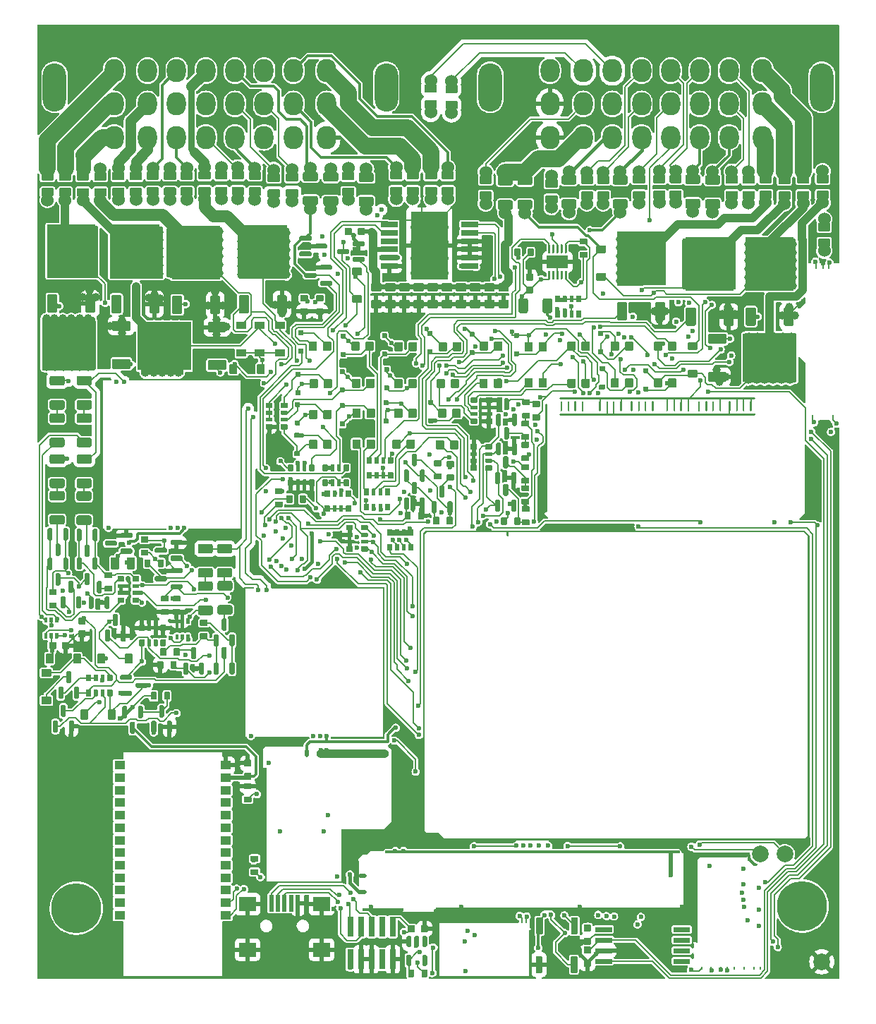
<source format=gtl>
G04 #@! TF.GenerationSoftware,KiCad,Pcbnew,(6.0.1)*
G04 #@! TF.CreationDate,2022-09-05T21:28:11+03:00*
G04 #@! TF.ProjectId,alphax_4ch,616c7068-6178-45f3-9463-682e6b696361,a*
G04 #@! TF.SameCoordinates,PX141f5e0PYa2cace0*
G04 #@! TF.FileFunction,Copper,L1,Top*
G04 #@! TF.FilePolarity,Positive*
%FSLAX46Y46*%
G04 Gerber Fmt 4.6, Leading zero omitted, Abs format (unit mm)*
G04 Created by KiCad (PCBNEW (6.0.1)) date 2022-09-05 21:28:11*
%MOMM*%
%LPD*%
G01*
G04 APERTURE LIST*
G04 #@! TA.AperFunction,SMDPad,CuDef*
%ADD10O,0.250000X10.200000*%
G04 #@! TD*
G04 #@! TA.AperFunction,SMDPad,CuDef*
%ADD11O,5.800001X0.250000*%
G04 #@! TD*
G04 #@! TA.AperFunction,SMDPad,CuDef*
%ADD12O,0.200000X0.399999*%
G04 #@! TD*
G04 #@! TA.AperFunction,ComponentPad*
%ADD13C,0.599999*%
G04 #@! TD*
G04 #@! TA.AperFunction,ComponentPad*
%ADD14C,1.524000*%
G04 #@! TD*
G04 #@! TA.AperFunction,ComponentPad*
%ADD15C,6.000000*%
G04 #@! TD*
G04 #@! TA.AperFunction,SMDPad,CuDef*
%ADD16C,2.000000*%
G04 #@! TD*
G04 #@! TA.AperFunction,SMDPad,CuDef*
%ADD17R,5.800000X6.400000*%
G04 #@! TD*
G04 #@! TA.AperFunction,ComponentPad*
%ADD18O,2.800000X5.800000*%
G04 #@! TD*
G04 #@! TA.AperFunction,ComponentPad*
%ADD19O,2.300000X2.800000*%
G04 #@! TD*
G04 #@! TA.AperFunction,SMDPad,CuDef*
%ADD20R,0.500000X2.000000*%
G04 #@! TD*
G04 #@! TA.AperFunction,SMDPad,CuDef*
%ADD21R,2.000000X1.700000*%
G04 #@! TD*
G04 #@! TA.AperFunction,SMDPad,CuDef*
%ADD22R,6.400000X5.800000*%
G04 #@! TD*
G04 #@! TA.AperFunction,SMDPad,CuDef*
%ADD23R,2.000000X0.650000*%
G04 #@! TD*
G04 #@! TA.AperFunction,SMDPad,CuDef*
%ADD24R,4.500000X8.100000*%
G04 #@! TD*
G04 #@! TA.AperFunction,SMDPad,CuDef*
%ADD25O,0.250000X0.499999*%
G04 #@! TD*
G04 #@! TA.AperFunction,SMDPad,CuDef*
%ADD26O,0.200000X5.669999*%
G04 #@! TD*
G04 #@! TA.AperFunction,SMDPad,CuDef*
%ADD27O,11.100001X0.200000*%
G04 #@! TD*
G04 #@! TA.AperFunction,SMDPad,CuDef*
%ADD28O,0.499999X0.250000*%
G04 #@! TD*
G04 #@! TA.AperFunction,SMDPad,CuDef*
%ADD29O,0.200000X6.799999*%
G04 #@! TD*
G04 #@! TA.AperFunction,SMDPad,CuDef*
%ADD30O,9.800001X0.399999*%
G04 #@! TD*
G04 #@! TA.AperFunction,SMDPad,CuDef*
%ADD31O,0.499999X1.000001*%
G04 #@! TD*
G04 #@! TA.AperFunction,SMDPad,CuDef*
%ADD32O,8.744829X1.000001*%
G04 #@! TD*
G04 #@! TA.AperFunction,SMDPad,CuDef*
%ADD33O,0.399999X9.000000*%
G04 #@! TD*
G04 #@! TA.AperFunction,SMDPad,CuDef*
%ADD34O,5.399999X0.399999*%
G04 #@! TD*
G04 #@! TA.AperFunction,SMDPad,CuDef*
%ADD35O,0.200000X6.500000*%
G04 #@! TD*
G04 #@! TA.AperFunction,SMDPad,CuDef*
%ADD36O,0.200000X13.800000*%
G04 #@! TD*
G04 #@! TA.AperFunction,SMDPad,CuDef*
%ADD37O,0.499999X0.200000*%
G04 #@! TD*
G04 #@! TA.AperFunction,SMDPad,CuDef*
%ADD38O,9.199999X0.200000*%
G04 #@! TD*
G04 #@! TA.AperFunction,SMDPad,CuDef*
%ADD39R,0.250000X18.200000*%
G04 #@! TD*
G04 #@! TA.AperFunction,SMDPad,CuDef*
%ADD40R,6.500000X0.250000*%
G04 #@! TD*
G04 #@! TA.AperFunction,SMDPad,CuDef*
%ADD41R,6.450000X0.250000*%
G04 #@! TD*
G04 #@! TA.AperFunction,SMDPad,CuDef*
%ADD42R,1.250000X0.250000*%
G04 #@! TD*
G04 #@! TA.AperFunction,SMDPad,CuDef*
%ADD43R,13.650000X0.250000*%
G04 #@! TD*
G04 #@! TA.AperFunction,SMDPad,CuDef*
%ADD44R,0.350000X0.250000*%
G04 #@! TD*
G04 #@! TA.AperFunction,ComponentPad*
%ADD45C,0.600000*%
G04 #@! TD*
G04 #@! TA.AperFunction,SMDPad,CuDef*
%ADD46R,2.600000X1.500000*%
G04 #@! TD*
G04 #@! TA.AperFunction,SMDPad,CuDef*
%ADD47R,1.300000X1.000000*%
G04 #@! TD*
G04 #@! TA.AperFunction,SMDPad,CuDef*
%ADD48O,5.000000X0.399999*%
G04 #@! TD*
G04 #@! TA.AperFunction,SMDPad,CuDef*
%ADD49O,0.399999X7.200001*%
G04 #@! TD*
G04 #@! TA.AperFunction,SMDPad,CuDef*
%ADD50O,30.000001X0.399999*%
G04 #@! TD*
G04 #@! TA.AperFunction,SMDPad,CuDef*
%ADD51O,1.000001X0.499999*%
G04 #@! TD*
G04 #@! TA.AperFunction,SMDPad,CuDef*
%ADD52O,0.200000X3.099999*%
G04 #@! TD*
G04 #@! TA.AperFunction,SMDPad,CuDef*
%ADD53O,0.499999X2.999999*%
G04 #@! TD*
G04 #@! TA.AperFunction,SMDPad,CuDef*
%ADD54O,35.400000X0.399999*%
G04 #@! TD*
G04 #@! TA.AperFunction,SMDPad,CuDef*
%ADD55R,0.740000X2.400000*%
G04 #@! TD*
G04 #@! TA.AperFunction,ViaPad*
%ADD56C,0.600000*%
G04 #@! TD*
G04 #@! TA.AperFunction,ViaPad*
%ADD57C,1.000000*%
G04 #@! TD*
G04 #@! TA.AperFunction,ViaPad*
%ADD58C,1.500000*%
G04 #@! TD*
G04 #@! TA.AperFunction,Conductor*
%ADD59C,0.200000*%
G04 #@! TD*
G04 #@! TA.AperFunction,Conductor*
%ADD60C,0.400000*%
G04 #@! TD*
G04 #@! TA.AperFunction,Conductor*
%ADD61C,1.000000*%
G04 #@! TD*
G04 #@! TA.AperFunction,Conductor*
%ADD62C,0.600000*%
G04 #@! TD*
G04 #@! TA.AperFunction,Conductor*
%ADD63C,0.500000*%
G04 #@! TD*
G04 #@! TA.AperFunction,Conductor*
%ADD64C,0.300000*%
G04 #@! TD*
G04 #@! TA.AperFunction,Conductor*
%ADD65C,0.203200*%
G04 #@! TD*
G04 #@! TA.AperFunction,Conductor*
%ADD66C,2.000000*%
G04 #@! TD*
G04 #@! TA.AperFunction,Conductor*
%ADD67C,1.400000*%
G04 #@! TD*
G04 #@! TA.AperFunction,Conductor*
%ADD68C,1.300000*%
G04 #@! TD*
G04 #@! TA.AperFunction,Conductor*
%ADD69C,1.800000*%
G04 #@! TD*
G04 #@! TA.AperFunction,Conductor*
%ADD70C,0.800000*%
G04 #@! TD*
G04 #@! TA.AperFunction,Conductor*
%ADD71C,1.200000*%
G04 #@! TD*
G04 APERTURE END LIST*
D10*
G04 #@! TO.P,M4,G,GND*
G04 #@! TO.N,GND*
X79279889Y9500001D03*
D11*
X82392389Y14749996D03*
G04 #@! TA.AperFunction,SMDPad,CuDef*
G36*
G01*
X79200084Y14370187D02*
X79200084Y14370187D01*
G75*
G02*
X79200084Y14546963I88388J88388D01*
G01*
X79482926Y14829805D01*
G75*
G02*
X79659702Y14829805I88388J-88388D01*
G01*
X79659702Y14829805D01*
G75*
G02*
X79659702Y14653029I-88388J-88388D01*
G01*
X79376860Y14370187D01*
G75*
G02*
X79200084Y14370187I-88388J88388D01*
G01*
G37*
G04 #@! TD.AperFunction*
D12*
G04 #@! TO.P,M4,S1,OUT_IGN8*
G04 #@! TO.N,unconnected-(M4-PadS1)*
X86904837Y1375379D03*
G04 #@! TO.P,M4,S2,OUT_IGN7*
G04 #@! TO.N,unconnected-(M4-PadS2)*
X86144858Y1375379D03*
G04 #@! TO.P,M4,S3,OUT_IGN6*
G04 #@! TO.N,unconnected-(M4-PadS3)*
X84969865Y1375379D03*
G04 #@! TO.P,M4,S4,OUT_IGN5*
G04 #@! TO.N,unconnected-(M4-PadS4)*
X83794878Y1375379D03*
G04 #@! TO.P,M4,S5,OUT_IGN4*
G04 #@! TO.N,/OUT_IGN4*
X82954966Y1375379D03*
G04 #@! TO.P,M4,S6,OUT_IGN3*
G04 #@! TO.N,/OUT_IGN3*
X82204894Y1375379D03*
G04 #@! TO.P,M4,S7,OUT_IGN2*
G04 #@! TO.N,/OUT_IGN2*
X81029883Y1375379D03*
G04 #@! TO.P,M4,S8,OUT_IGN1*
G04 #@! TO.N,/OUT_IGN1*
X79854886Y1375379D03*
D13*
G04 #@! TO.P,M4,V1,IGN8*
G04 #@! TO.N,GND*
X84894889Y11474986D03*
G04 #@! TO.P,M4,V2,IGN7*
X86729899Y11049978D03*
G04 #@! TO.P,M4,V3,IGN6*
X84679891Y10499981D03*
G04 #@! TO.P,M4,V4,IGN5*
X84894886Y9625022D03*
G04 #@! TO.P,M4,V5,IGN4*
G04 #@! TO.N,/IGN4*
X84969893Y8774999D03*
G04 #@! TO.P,M4,V6,IGN3*
G04 #@! TO.N,/IGN3*
X86729899Y8449983D03*
G04 #@! TO.P,M4,V7,IGN2*
G04 #@! TO.N,/IGN2*
X85419899Y7150016D03*
G04 #@! TO.P,M4,V8,IGN1*
G04 #@! TO.N,/IGN1*
X86729899Y6499999D03*
G04 #@! TO.P,M4,V9,VCC*
G04 #@! TO.N,+5V_IGN*
X80804884Y13675002D03*
G04 #@! TO.P,M4,V10,V33*
G04 #@! TO.N,+3V3_IGN*
X84879890Y13375000D03*
G04 #@! TD*
G04 #@! TO.P,D53,1,K*
G04 #@! TO.N,+12V_RAW*
G04 #@! TA.AperFunction,SMDPad,CuDef*
G36*
G01*
X25110000Y74805000D02*
X24090000Y74805000D01*
G75*
G02*
X24000000Y74895000I0J90000D01*
G01*
X24000000Y75615000D01*
G75*
G02*
X24090000Y75705000I90000J0D01*
G01*
X25110000Y75705000D01*
G75*
G02*
X25200000Y75615000I0J-90000D01*
G01*
X25200000Y74895000D01*
G75*
G02*
X25110000Y74805000I-90000J0D01*
G01*
G37*
G04 #@! TD.AperFunction*
G04 #@! TO.P,D53,2,A*
G04 #@! TO.N,/OUT_VVT1*
G04 #@! TA.AperFunction,SMDPad,CuDef*
G36*
G01*
X25110000Y78105000D02*
X24090000Y78105000D01*
G75*
G02*
X24000000Y78195000I0J90000D01*
G01*
X24000000Y78915000D01*
G75*
G02*
X24090000Y79005000I90000J0D01*
G01*
X25110000Y79005000D01*
G75*
G02*
X25200000Y78915000I0J-90000D01*
G01*
X25200000Y78195000D01*
G75*
G02*
X25110000Y78105000I-90000J0D01*
G01*
G37*
G04 #@! TD.AperFunction*
G04 #@! TD*
G04 #@! TO.P,R8,1,1*
G04 #@! TO.N,/CAN-*
G04 #@! TA.AperFunction,SMDPad,CuDef*
G36*
G01*
X77375000Y93699999D02*
X76125000Y93699999D01*
G75*
G02*
X76025000Y93799999I0J100000D01*
G01*
X76025000Y94599999D01*
G75*
G02*
X76125000Y94699999I100000J0D01*
G01*
X77375000Y94699999D01*
G75*
G02*
X77475000Y94599999I0J-100000D01*
G01*
X77475000Y93799999D01*
G75*
G02*
X77375000Y93699999I-100000J0D01*
G01*
G37*
G04 #@! TD.AperFunction*
D14*
X76750000Y93245000D03*
G04 #@! TO.P,R8,2,2*
G04 #@! TO.N,/C6*
G04 #@! TA.AperFunction,SMDPad,CuDef*
G36*
G01*
X77375000Y95600021D02*
X76125000Y95600021D01*
G75*
G02*
X76025000Y95700021I0J100000D01*
G01*
X76025000Y96500021D01*
G75*
G02*
X76125000Y96600021I100000J0D01*
G01*
X77375000Y96600021D01*
G75*
G02*
X77475000Y96500021I0J-100000D01*
G01*
X77475000Y95700021D01*
G75*
G02*
X77375000Y95600021I-100000J0D01*
G01*
G37*
G04 #@! TD.AperFunction*
X76750000Y97055000D03*
G04 #@! TD*
G04 #@! TO.P,C18,1*
G04 #@! TO.N,GND*
G04 #@! TA.AperFunction,SMDPad,CuDef*
G36*
G01*
X66490000Y4224999D02*
X65810000Y4224999D01*
G75*
G02*
X65725000Y4309999I0J85000D01*
G01*
X65725000Y4989999D01*
G75*
G02*
X65810000Y5074999I85000J0D01*
G01*
X66490000Y5074999D01*
G75*
G02*
X66575000Y4989999I0J-85000D01*
G01*
X66575000Y4309999D01*
G75*
G02*
X66490000Y4224999I-85000J0D01*
G01*
G37*
G04 #@! TD.AperFunction*
G04 #@! TO.P,C18,2*
G04 #@! TO.N,+3V3*
G04 #@! TA.AperFunction,SMDPad,CuDef*
G36*
G01*
X66490000Y5805001D02*
X65810000Y5805001D01*
G75*
G02*
X65725000Y5890001I0J85000D01*
G01*
X65725000Y6570001D01*
G75*
G02*
X65810000Y6655001I85000J0D01*
G01*
X66490000Y6655001D01*
G75*
G02*
X66575000Y6570001I0J-85000D01*
G01*
X66575000Y5890001D01*
G75*
G02*
X66490000Y5805001I-85000J0D01*
G01*
G37*
G04 #@! TD.AperFunction*
G04 #@! TD*
G04 #@! TO.P,R29,1*
G04 #@! TO.N,Net-(Q20-Pad2)*
G04 #@! TA.AperFunction,SMDPad,CuDef*
G36*
G01*
X12610000Y53200010D02*
X13390000Y53200010D01*
G75*
G02*
X13460000Y53130010I0J-70000D01*
G01*
X13460000Y52570010D01*
G75*
G02*
X13390000Y52500010I-70000J0D01*
G01*
X12610000Y52500010D01*
G75*
G02*
X12540000Y52570010I0J70000D01*
G01*
X12540000Y53130010D01*
G75*
G02*
X12610000Y53200010I70000J0D01*
G01*
G37*
G04 #@! TD.AperFunction*
G04 #@! TO.P,R29,2*
G04 #@! TO.N,+5VAS*
G04 #@! TA.AperFunction,SMDPad,CuDef*
G36*
G01*
X12610000Y51600010D02*
X13390000Y51600010D01*
G75*
G02*
X13460000Y51530010I0J-70000D01*
G01*
X13460000Y50970010D01*
G75*
G02*
X13390000Y50900010I-70000J0D01*
G01*
X12610000Y50900010D01*
G75*
G02*
X12540000Y50970010I0J70000D01*
G01*
X12540000Y51530010D01*
G75*
G02*
X12610000Y51600010I70000J0D01*
G01*
G37*
G04 #@! TD.AperFunction*
G04 #@! TD*
G04 #@! TO.P,R90,1*
G04 #@! TO.N,+3V3*
G04 #@! TA.AperFunction,SMDPad,CuDef*
G36*
G01*
X25810000Y14900000D02*
X26590000Y14900000D01*
G75*
G02*
X26660000Y14830000I0J-70000D01*
G01*
X26660000Y14270000D01*
G75*
G02*
X26590000Y14200000I-70000J0D01*
G01*
X25810000Y14200000D01*
G75*
G02*
X25740000Y14270000I0J70000D01*
G01*
X25740000Y14830000D01*
G75*
G02*
X25810000Y14900000I70000J0D01*
G01*
G37*
G04 #@! TD.AperFunction*
G04 #@! TO.P,R90,2*
G04 #@! TO.N,/ETB_DIS*
G04 #@! TA.AperFunction,SMDPad,CuDef*
G36*
G01*
X25810000Y13300000D02*
X26590000Y13300000D01*
G75*
G02*
X26660000Y13230000I0J-70000D01*
G01*
X26660000Y12670000D01*
G75*
G02*
X26590000Y12600000I-70000J0D01*
G01*
X25810000Y12600000D01*
G75*
G02*
X25740000Y12670000I0J70000D01*
G01*
X25740000Y13230000D01*
G75*
G02*
X25810000Y13300000I70000J0D01*
G01*
G37*
G04 #@! TD.AperFunction*
G04 #@! TD*
G04 #@! TO.P,R2,1*
G04 #@! TO.N,+12V*
G04 #@! TA.AperFunction,SMDPad,CuDef*
G36*
G01*
X34600000Y56215000D02*
X34600000Y56885000D01*
G75*
G02*
X34665000Y56950000I65000J0D01*
G01*
X35185000Y56950000D01*
G75*
G02*
X35250000Y56885000I0J-65000D01*
G01*
X35250000Y56215000D01*
G75*
G02*
X35185000Y56150000I-65000J0D01*
G01*
X34665000Y56150000D01*
G75*
G02*
X34600000Y56215000I0J65000D01*
G01*
G37*
G04 #@! TD.AperFunction*
G04 #@! TO.P,R2,2*
G04 #@! TA.AperFunction,SMDPad,CuDef*
G36*
G01*
X35575000Y56195000D02*
X35575000Y56905000D01*
G75*
G02*
X35620000Y56950000I45000J0D01*
G01*
X35980000Y56950000D01*
G75*
G02*
X36025000Y56905000I0J-45000D01*
G01*
X36025000Y56195000D01*
G75*
G02*
X35980000Y56150000I-45000J0D01*
G01*
X35620000Y56150000D01*
G75*
G02*
X35575000Y56195000I0J45000D01*
G01*
G37*
G04 #@! TD.AperFunction*
G04 #@! TO.P,R2,3*
G04 #@! TA.AperFunction,SMDPad,CuDef*
G36*
G01*
X36375000Y56195000D02*
X36375000Y56905000D01*
G75*
G02*
X36420000Y56950000I45000J0D01*
G01*
X36780000Y56950000D01*
G75*
G02*
X36825000Y56905000I0J-45000D01*
G01*
X36825000Y56195000D01*
G75*
G02*
X36780000Y56150000I-45000J0D01*
G01*
X36420000Y56150000D01*
G75*
G02*
X36375000Y56195000I0J45000D01*
G01*
G37*
G04 #@! TD.AperFunction*
G04 #@! TO.P,R2,4*
G04 #@! TA.AperFunction,SMDPad,CuDef*
G36*
G01*
X37150000Y56215000D02*
X37150000Y56885000D01*
G75*
G02*
X37215000Y56950000I65000J0D01*
G01*
X37735000Y56950000D01*
G75*
G02*
X37800000Y56885000I0J-65000D01*
G01*
X37800000Y56215000D01*
G75*
G02*
X37735000Y56150000I-65000J0D01*
G01*
X37215000Y56150000D01*
G75*
G02*
X37150000Y56215000I0J65000D01*
G01*
G37*
G04 #@! TD.AperFunction*
G04 #@! TO.P,R2,5*
G04 #@! TO.N,Net-(D3-Pad1)*
G04 #@! TA.AperFunction,SMDPad,CuDef*
G36*
G01*
X37150000Y58015000D02*
X37150000Y58685000D01*
G75*
G02*
X37215000Y58750000I65000J0D01*
G01*
X37735000Y58750000D01*
G75*
G02*
X37800000Y58685000I0J-65000D01*
G01*
X37800000Y58015000D01*
G75*
G02*
X37735000Y57950000I-65000J0D01*
G01*
X37215000Y57950000D01*
G75*
G02*
X37150000Y58015000I0J65000D01*
G01*
G37*
G04 #@! TD.AperFunction*
G04 #@! TO.P,R2,6*
G04 #@! TO.N,Net-(D2-Pad1)*
G04 #@! TA.AperFunction,SMDPad,CuDef*
G36*
G01*
X36375000Y57995000D02*
X36375000Y58705000D01*
G75*
G02*
X36420000Y58750000I45000J0D01*
G01*
X36780000Y58750000D01*
G75*
G02*
X36825000Y58705000I0J-45000D01*
G01*
X36825000Y57995000D01*
G75*
G02*
X36780000Y57950000I-45000J0D01*
G01*
X36420000Y57950000D01*
G75*
G02*
X36375000Y57995000I0J45000D01*
G01*
G37*
G04 #@! TD.AperFunction*
G04 #@! TO.P,R2,7*
G04 #@! TO.N,Net-(D14-Pad1)*
G04 #@! TA.AperFunction,SMDPad,CuDef*
G36*
G01*
X35575000Y57995000D02*
X35575000Y58705000D01*
G75*
G02*
X35620000Y58750000I45000J0D01*
G01*
X35980000Y58750000D01*
G75*
G02*
X36025000Y58705000I0J-45000D01*
G01*
X36025000Y57995000D01*
G75*
G02*
X35980000Y57950000I-45000J0D01*
G01*
X35620000Y57950000D01*
G75*
G02*
X35575000Y57995000I0J45000D01*
G01*
G37*
G04 #@! TD.AperFunction*
G04 #@! TO.P,R2,8*
G04 #@! TO.N,Net-(D13-Pad1)*
G04 #@! TA.AperFunction,SMDPad,CuDef*
G36*
G01*
X34600000Y58015000D02*
X34600000Y58685000D01*
G75*
G02*
X34665000Y58750000I65000J0D01*
G01*
X35185000Y58750000D01*
G75*
G02*
X35250000Y58685000I0J-65000D01*
G01*
X35250000Y58015000D01*
G75*
G02*
X35185000Y57950000I-65000J0D01*
G01*
X34665000Y57950000D01*
G75*
G02*
X34600000Y58015000I0J65000D01*
G01*
G37*
G04 #@! TD.AperFunction*
G04 #@! TD*
G04 #@! TO.P,D36,1,A*
G04 #@! TO.N,Net-(D36-Pad1)*
G04 #@! TA.AperFunction,SMDPad,CuDef*
G36*
G01*
X50649999Y64649998D02*
X50649999Y63749998D01*
G75*
G02*
X50549999Y63649998I-100000J0D01*
G01*
X49749999Y63649998D01*
G75*
G02*
X49649999Y63749998I0J100000D01*
G01*
X49649999Y64649998D01*
G75*
G02*
X49749999Y64749998I100000J0D01*
G01*
X50549999Y64749998D01*
G75*
G02*
X50649999Y64649998I0J-100000D01*
G01*
G37*
G04 #@! TD.AperFunction*
G04 #@! TO.P,D36,2,K*
G04 #@! TO.N,/HALL3*
G04 #@! TA.AperFunction,SMDPad,CuDef*
G36*
G01*
X48949999Y64649998D02*
X48949999Y63749998D01*
G75*
G02*
X48849999Y63649998I-100000J0D01*
G01*
X48049999Y63649998D01*
G75*
G02*
X47949999Y63749998I0J100000D01*
G01*
X47949999Y64649998D01*
G75*
G02*
X48049999Y64749998I100000J0D01*
G01*
X48849999Y64749998D01*
G75*
G02*
X48949999Y64649998I0J-100000D01*
G01*
G37*
G04 #@! TD.AperFunction*
G04 #@! TD*
G04 #@! TO.P,R4,1*
G04 #@! TO.N,GND*
G04 #@! TA.AperFunction,SMDPad,CuDef*
G36*
G01*
X54685000Y66700000D02*
X54015000Y66700000D01*
G75*
G02*
X53950000Y66765000I0J65000D01*
G01*
X53950000Y67285000D01*
G75*
G02*
X54015000Y67350000I65000J0D01*
G01*
X54685000Y67350000D01*
G75*
G02*
X54750000Y67285000I0J-65000D01*
G01*
X54750000Y66765000D01*
G75*
G02*
X54685000Y66700000I-65000J0D01*
G01*
G37*
G04 #@! TD.AperFunction*
G04 #@! TO.P,R4,2*
G04 #@! TA.AperFunction,SMDPad,CuDef*
G36*
G01*
X54705000Y67675000D02*
X53995000Y67675000D01*
G75*
G02*
X53950000Y67720000I0J45000D01*
G01*
X53950000Y68080000D01*
G75*
G02*
X53995000Y68125000I45000J0D01*
G01*
X54705000Y68125000D01*
G75*
G02*
X54750000Y68080000I0J-45000D01*
G01*
X54750000Y67720000D01*
G75*
G02*
X54705000Y67675000I-45000J0D01*
G01*
G37*
G04 #@! TD.AperFunction*
G04 #@! TO.P,R4,3*
G04 #@! TA.AperFunction,SMDPad,CuDef*
G36*
G01*
X54705000Y68475000D02*
X53995000Y68475000D01*
G75*
G02*
X53950000Y68520000I0J45000D01*
G01*
X53950000Y68880000D01*
G75*
G02*
X53995000Y68925000I45000J0D01*
G01*
X54705000Y68925000D01*
G75*
G02*
X54750000Y68880000I0J-45000D01*
G01*
X54750000Y68520000D01*
G75*
G02*
X54705000Y68475000I-45000J0D01*
G01*
G37*
G04 #@! TD.AperFunction*
G04 #@! TO.P,R4,4*
G04 #@! TA.AperFunction,SMDPad,CuDef*
G36*
G01*
X54685000Y69250000D02*
X54015000Y69250000D01*
G75*
G02*
X53950000Y69315000I0J65000D01*
G01*
X53950000Y69835000D01*
G75*
G02*
X54015000Y69900000I65000J0D01*
G01*
X54685000Y69900000D01*
G75*
G02*
X54750000Y69835000I0J-65000D01*
G01*
X54750000Y69315000D01*
G75*
G02*
X54685000Y69250000I-65000J0D01*
G01*
G37*
G04 #@! TD.AperFunction*
G04 #@! TO.P,R4,5*
G04 #@! TO.N,Net-(D24-Pad2)*
G04 #@! TA.AperFunction,SMDPad,CuDef*
G36*
G01*
X52885000Y69250000D02*
X52215000Y69250000D01*
G75*
G02*
X52150000Y69315000I0J65000D01*
G01*
X52150000Y69835000D01*
G75*
G02*
X52215000Y69900000I65000J0D01*
G01*
X52885000Y69900000D01*
G75*
G02*
X52950000Y69835000I0J-65000D01*
G01*
X52950000Y69315000D01*
G75*
G02*
X52885000Y69250000I-65000J0D01*
G01*
G37*
G04 #@! TD.AperFunction*
G04 #@! TO.P,R4,6*
G04 #@! TO.N,Net-(D23-Pad2)*
G04 #@! TA.AperFunction,SMDPad,CuDef*
G36*
G01*
X52905000Y68475000D02*
X52195000Y68475000D01*
G75*
G02*
X52150000Y68520000I0J45000D01*
G01*
X52150000Y68880000D01*
G75*
G02*
X52195000Y68925000I45000J0D01*
G01*
X52905000Y68925000D01*
G75*
G02*
X52950000Y68880000I0J-45000D01*
G01*
X52950000Y68520000D01*
G75*
G02*
X52905000Y68475000I-45000J0D01*
G01*
G37*
G04 #@! TD.AperFunction*
G04 #@! TO.P,R4,7*
G04 #@! TO.N,Net-(D19-Pad2)*
G04 #@! TA.AperFunction,SMDPad,CuDef*
G36*
G01*
X52905000Y67675000D02*
X52195000Y67675000D01*
G75*
G02*
X52150000Y67720000I0J45000D01*
G01*
X52150000Y68080000D01*
G75*
G02*
X52195000Y68125000I45000J0D01*
G01*
X52905000Y68125000D01*
G75*
G02*
X52950000Y68080000I0J-45000D01*
G01*
X52950000Y67720000D01*
G75*
G02*
X52905000Y67675000I-45000J0D01*
G01*
G37*
G04 #@! TD.AperFunction*
G04 #@! TO.P,R4,8*
G04 #@! TO.N,Net-(D18-Pad2)*
G04 #@! TA.AperFunction,SMDPad,CuDef*
G36*
G01*
X52885000Y66700000D02*
X52215000Y66700000D01*
G75*
G02*
X52150000Y66765000I0J65000D01*
G01*
X52150000Y67285000D01*
G75*
G02*
X52215000Y67350000I65000J0D01*
G01*
X52885000Y67350000D01*
G75*
G02*
X52950000Y67285000I0J-65000D01*
G01*
X52950000Y66765000D01*
G75*
G02*
X52885000Y66700000I-65000J0D01*
G01*
G37*
G04 #@! TD.AperFunction*
G04 #@! TD*
G04 #@! TO.P,D30,1,K*
G04 #@! TO.N,Net-(D11-Pad1)*
G04 #@! TA.AperFunction,SMDPad,CuDef*
G36*
G01*
X67450000Y75111499D02*
X67450000Y75591499D01*
G75*
G02*
X67510000Y75651499I60000J0D01*
G01*
X67990000Y75651499D01*
G75*
G02*
X68050000Y75591499I0J-60000D01*
G01*
X68050000Y75111499D01*
G75*
G02*
X67990000Y75051499I-60000J0D01*
G01*
X67510000Y75051499D01*
G75*
G02*
X67450000Y75111499I0J60000D01*
G01*
G37*
G04 #@! TD.AperFunction*
G04 #@! TO.P,D30,2,A*
G04 #@! TO.N,/IN_CAM_HALL*
G04 #@! TA.AperFunction,SMDPad,CuDef*
G36*
G01*
X67450000Y77311499D02*
X67450000Y77791499D01*
G75*
G02*
X67510000Y77851499I60000J0D01*
G01*
X67990000Y77851499D01*
G75*
G02*
X68050000Y77791499I0J-60000D01*
G01*
X68050000Y77311499D01*
G75*
G02*
X67990000Y77251499I-60000J0D01*
G01*
X67510000Y77251499D01*
G75*
G02*
X67450000Y77311499I0J60000D01*
G01*
G37*
G04 #@! TD.AperFunction*
G04 #@! TD*
G04 #@! TO.P,C3,1*
G04 #@! TO.N,GND*
G04 #@! TA.AperFunction,SMDPad,CuDef*
G36*
G01*
X25060000Y26435001D02*
X25740000Y26435001D01*
G75*
G02*
X25825000Y26350001I0J-85000D01*
G01*
X25825000Y25670001D01*
G75*
G02*
X25740000Y25585001I-85000J0D01*
G01*
X25060000Y25585001D01*
G75*
G02*
X24975000Y25670001I0J85000D01*
G01*
X24975000Y26350001D01*
G75*
G02*
X25060000Y26435001I85000J0D01*
G01*
G37*
G04 #@! TD.AperFunction*
G04 #@! TO.P,C3,2*
G04 #@! TO.N,/BT_3V3*
G04 #@! TA.AperFunction,SMDPad,CuDef*
G36*
G01*
X25060000Y24854999D02*
X25740000Y24854999D01*
G75*
G02*
X25825000Y24769999I0J-85000D01*
G01*
X25825000Y24089999D01*
G75*
G02*
X25740000Y24004999I-85000J0D01*
G01*
X25060000Y24004999D01*
G75*
G02*
X24975000Y24089999I0J85000D01*
G01*
X24975000Y24769999D01*
G75*
G02*
X25060000Y24854999I85000J0D01*
G01*
G37*
G04 #@! TD.AperFunction*
G04 #@! TD*
G04 #@! TO.P,D46,1,K*
G04 #@! TO.N,Net-(D40-Pad1)*
G04 #@! TA.AperFunction,SMDPad,CuDef*
G36*
G01*
X31650000Y69290000D02*
X31650000Y68810000D01*
G75*
G02*
X31590000Y68750000I-60000J0D01*
G01*
X31110000Y68750000D01*
G75*
G02*
X31050000Y68810000I0J60000D01*
G01*
X31050000Y69290000D01*
G75*
G02*
X31110000Y69350000I60000J0D01*
G01*
X31590000Y69350000D01*
G75*
G02*
X31650000Y69290000I0J-60000D01*
G01*
G37*
G04 #@! TD.AperFunction*
G04 #@! TO.P,D46,2,A*
G04 #@! TO.N,/OUT_VVT2*
G04 #@! TA.AperFunction,SMDPad,CuDef*
G36*
G01*
X31650000Y67090000D02*
X31650000Y66610000D01*
G75*
G02*
X31590000Y66550000I-60000J0D01*
G01*
X31110000Y66550000D01*
G75*
G02*
X31050000Y66610000I0J60000D01*
G01*
X31050000Y67090000D01*
G75*
G02*
X31110000Y67150000I60000J0D01*
G01*
X31590000Y67150000D01*
G75*
G02*
X31650000Y67090000I0J-60000D01*
G01*
G37*
G04 #@! TD.AperFunction*
G04 #@! TD*
G04 #@! TO.P,R87,1*
G04 #@! TO.N,/IN_D3*
G04 #@! TA.AperFunction,SMDPad,CuDef*
G36*
G01*
X58310000Y61850000D02*
X59090000Y61850000D01*
G75*
G02*
X59160000Y61780000I0J-70000D01*
G01*
X59160000Y61220000D01*
G75*
G02*
X59090000Y61150000I-70000J0D01*
G01*
X58310000Y61150000D01*
G75*
G02*
X58240000Y61220000I0J70000D01*
G01*
X58240000Y61780000D01*
G75*
G02*
X58310000Y61850000I70000J0D01*
G01*
G37*
G04 #@! TD.AperFunction*
G04 #@! TO.P,R87,2*
G04 #@! TO.N,Net-(Q34-Pad2)*
G04 #@! TA.AperFunction,SMDPad,CuDef*
G36*
G01*
X58310000Y60250000D02*
X59090000Y60250000D01*
G75*
G02*
X59160000Y60180000I0J-70000D01*
G01*
X59160000Y59620000D01*
G75*
G02*
X59090000Y59550000I-70000J0D01*
G01*
X58310000Y59550000D01*
G75*
G02*
X58240000Y59620000I0J70000D01*
G01*
X58240000Y60180000D01*
G75*
G02*
X58310000Y60250000I70000J0D01*
G01*
G37*
G04 #@! TD.AperFunction*
G04 #@! TD*
G04 #@! TO.P,R93,1*
G04 #@! TO.N,Net-(Q25-Pad2)*
G04 #@! TA.AperFunction,SMDPad,CuDef*
G36*
G01*
X17200000Y39740000D02*
X17200000Y38960000D01*
G75*
G02*
X17130000Y38890000I-70000J0D01*
G01*
X16570000Y38890000D01*
G75*
G02*
X16500000Y38960000I0J70000D01*
G01*
X16500000Y39740000D01*
G75*
G02*
X16570000Y39810000I70000J0D01*
G01*
X17130000Y39810000D01*
G75*
G02*
X17200000Y39740000I0J-70000D01*
G01*
G37*
G04 #@! TD.AperFunction*
G04 #@! TO.P,R93,2*
G04 #@! TO.N,Net-(Q31-Pad1)*
G04 #@! TA.AperFunction,SMDPad,CuDef*
G36*
G01*
X15600000Y39740000D02*
X15600000Y38960000D01*
G75*
G02*
X15530000Y38890000I-70000J0D01*
G01*
X14970000Y38890000D01*
G75*
G02*
X14900000Y38960000I0J70000D01*
G01*
X14900000Y39740000D01*
G75*
G02*
X14970000Y39810000I70000J0D01*
G01*
X15530000Y39810000D01*
G75*
G02*
X15600000Y39740000I0J-70000D01*
G01*
G37*
G04 #@! TD.AperFunction*
G04 #@! TD*
G04 #@! TO.P,R95,1*
G04 #@! TO.N,/IN_PPS2*
G04 #@! TA.AperFunction,SMDPad,CuDef*
G36*
G01*
X33660000Y82150000D02*
X34440000Y82150000D01*
G75*
G02*
X34510000Y82080000I0J-70000D01*
G01*
X34510000Y81520000D01*
G75*
G02*
X34440000Y81450000I-70000J0D01*
G01*
X33660000Y81450000D01*
G75*
G02*
X33590000Y81520000I0J70000D01*
G01*
X33590000Y82080000D01*
G75*
G02*
X33660000Y82150000I70000J0D01*
G01*
G37*
G04 #@! TD.AperFunction*
G04 #@! TO.P,R95,2*
G04 #@! TO.N,GND*
G04 #@! TA.AperFunction,SMDPad,CuDef*
G36*
G01*
X33660000Y80550000D02*
X34440000Y80550000D01*
G75*
G02*
X34510000Y80480000I0J-70000D01*
G01*
X34510000Y79920000D01*
G75*
G02*
X34440000Y79850000I-70000J0D01*
G01*
X33660000Y79850000D01*
G75*
G02*
X33590000Y79920000I0J70000D01*
G01*
X33590000Y80480000D01*
G75*
G02*
X33660000Y80550000I70000J0D01*
G01*
G37*
G04 #@! TD.AperFunction*
G04 #@! TD*
D15*
G04 #@! TO.P,J8,1,Pin_1*
G04 #@! TO.N,unconnected-(J8-Pad1)*
X4803000Y8619000D03*
G04 #@! TD*
G04 #@! TO.P,D34,1,A*
G04 #@! TO.N,Net-(D34-Pad1)*
G04 #@! TA.AperFunction,SMDPad,CuDef*
G36*
G01*
X40649999Y64749998D02*
X40649999Y63849998D01*
G75*
G02*
X40549999Y63749998I-100000J0D01*
G01*
X39749999Y63749998D01*
G75*
G02*
X39649999Y63849998I0J100000D01*
G01*
X39649999Y64749998D01*
G75*
G02*
X39749999Y64849998I100000J0D01*
G01*
X40549999Y64849998D01*
G75*
G02*
X40649999Y64749998I0J-100000D01*
G01*
G37*
G04 #@! TD.AperFunction*
G04 #@! TO.P,D34,2,K*
G04 #@! TO.N,/HALL1*
G04 #@! TA.AperFunction,SMDPad,CuDef*
G36*
G01*
X38949999Y64749998D02*
X38949999Y63849998D01*
G75*
G02*
X38849999Y63749998I-100000J0D01*
G01*
X38049999Y63749998D01*
G75*
G02*
X37949999Y63849998I0J100000D01*
G01*
X37949999Y64749998D01*
G75*
G02*
X38049999Y64849998I100000J0D01*
G01*
X38849999Y64849998D01*
G75*
G02*
X38949999Y64749998I0J-100000D01*
G01*
G37*
G04 #@! TD.AperFunction*
G04 #@! TD*
D14*
G04 #@! TO.P,R59,1,1*
G04 #@! TO.N,/E8*
X45200000Y97505000D03*
G04 #@! TA.AperFunction,SMDPad,CuDef*
G36*
G01*
X44575000Y97050001D02*
X45825000Y97050001D01*
G75*
G02*
X45925000Y96950001I0J-100000D01*
G01*
X45925000Y96150001D01*
G75*
G02*
X45825000Y96050001I-100000J0D01*
G01*
X44575000Y96050001D01*
G75*
G02*
X44475000Y96150001I0J100000D01*
G01*
X44475000Y96950001D01*
G75*
G02*
X44575000Y97050001I100000J0D01*
G01*
G37*
G04 #@! TD.AperFunction*
G04 #@! TO.P,R59,2,2*
G04 #@! TO.N,/OUT_ETB-*
X45200000Y93695000D03*
G04 #@! TA.AperFunction,SMDPad,CuDef*
G36*
G01*
X44575000Y95149979D02*
X45825000Y95149979D01*
G75*
G02*
X45925000Y95049979I0J-100000D01*
G01*
X45925000Y94249979D01*
G75*
G02*
X45825000Y94149979I-100000J0D01*
G01*
X44575000Y94149979D01*
G75*
G02*
X44475000Y94249979I0J100000D01*
G01*
X44475000Y95049979D01*
G75*
G02*
X44575000Y95149979I100000J0D01*
G01*
G37*
G04 #@! TD.AperFunction*
G04 #@! TD*
G04 #@! TO.P,R9,1,1*
G04 #@! TO.N,/CAN+*
X74800000Y93245000D03*
G04 #@! TA.AperFunction,SMDPad,CuDef*
G36*
G01*
X75425000Y93699999D02*
X74175000Y93699999D01*
G75*
G02*
X74075000Y93799999I0J100000D01*
G01*
X74075000Y94599999D01*
G75*
G02*
X74175000Y94699999I100000J0D01*
G01*
X75425000Y94699999D01*
G75*
G02*
X75525000Y94599999I0J-100000D01*
G01*
X75525000Y93799999D01*
G75*
G02*
X75425000Y93699999I-100000J0D01*
G01*
G37*
G04 #@! TD.AperFunction*
G04 #@! TO.P,R9,2,2*
G04 #@! TO.N,/C5*
X74800000Y97055000D03*
G04 #@! TA.AperFunction,SMDPad,CuDef*
G36*
G01*
X75425000Y95600021D02*
X74175000Y95600021D01*
G75*
G02*
X74075000Y95700021I0J100000D01*
G01*
X74075000Y96500021D01*
G75*
G02*
X74175000Y96600021I100000J0D01*
G01*
X75425000Y96600021D01*
G75*
G02*
X75525000Y96500021I0J-100000D01*
G01*
X75525000Y95700021D01*
G75*
G02*
X75425000Y95600021I-100000J0D01*
G01*
G37*
G04 #@! TD.AperFunction*
G04 #@! TD*
G04 #@! TO.P,R68,1,1*
G04 #@! TO.N,/IN_TPS2*
G04 #@! TA.AperFunction,SMDPad,CuDef*
G36*
G01*
X24825000Y94149999D02*
X23575000Y94149999D01*
G75*
G02*
X23475000Y94249999I0J100000D01*
G01*
X23475000Y95049999D01*
G75*
G02*
X23575000Y95149999I100000J0D01*
G01*
X24825000Y95149999D01*
G75*
G02*
X24925000Y95049999I0J-100000D01*
G01*
X24925000Y94249999D01*
G75*
G02*
X24825000Y94149999I-100000J0D01*
G01*
G37*
G04 #@! TD.AperFunction*
X24200000Y93695000D03*
G04 #@! TO.P,R68,2,2*
G04 #@! TO.N,/D4*
X24200000Y97505000D03*
G04 #@! TA.AperFunction,SMDPad,CuDef*
G36*
G01*
X24825000Y96050021D02*
X23575000Y96050021D01*
G75*
G02*
X23475000Y96150021I0J100000D01*
G01*
X23475000Y96950021D01*
G75*
G02*
X23575000Y97050021I100000J0D01*
G01*
X24825000Y97050021D01*
G75*
G02*
X24925000Y96950021I0J-100000D01*
G01*
X24925000Y96150021D01*
G75*
G02*
X24825000Y96050021I-100000J0D01*
G01*
G37*
G04 #@! TD.AperFunction*
G04 #@! TD*
G04 #@! TO.P,R21,1*
G04 #@! TO.N,Net-(R21-Pad1)*
G04 #@! TA.AperFunction,SMDPad,CuDef*
G36*
G01*
X3400000Y59945000D02*
X3400000Y59255000D01*
G75*
G02*
X3170000Y59025000I-230000J0D01*
G01*
X1830000Y59025000D01*
G75*
G02*
X1600000Y59255000I0J230000D01*
G01*
X1600000Y59945000D01*
G75*
G02*
X1830000Y60175000I230000J0D01*
G01*
X3170000Y60175000D01*
G75*
G02*
X3400000Y59945000I0J-230000D01*
G01*
G37*
G04 #@! TD.AperFunction*
G04 #@! TO.P,R21,2*
G04 #@! TO.N,/IN_CRANK+*
G04 #@! TA.AperFunction,SMDPad,CuDef*
G36*
G01*
X3400000Y62845020D02*
X3400000Y62155020D01*
G75*
G02*
X3170000Y61925020I-230000J0D01*
G01*
X1830000Y61925020D01*
G75*
G02*
X1600000Y62155020I0J230000D01*
G01*
X1600000Y62845020D01*
G75*
G02*
X1830000Y63075020I230000J0D01*
G01*
X3170000Y63075020D01*
G75*
G02*
X3400000Y62845020I0J-230000D01*
G01*
G37*
G04 #@! TD.AperFunction*
G04 #@! TD*
D16*
G04 #@! TO.P,J5,1,Pin_1*
G04 #@! TO.N,/CAN_RX*
X89900000Y15110000D03*
G04 #@! TD*
G04 #@! TO.P,R82,1*
G04 #@! TO.N,Net-(Q36-Pad2)*
G04 #@! TA.AperFunction,SMDPad,CuDef*
G36*
G01*
X58410000Y69650000D02*
X59190000Y69650000D01*
G75*
G02*
X59260000Y69580000I0J-70000D01*
G01*
X59260000Y69020000D01*
G75*
G02*
X59190000Y68950000I-70000J0D01*
G01*
X58410000Y68950000D01*
G75*
G02*
X58340000Y69020000I0J70000D01*
G01*
X58340000Y69580000D01*
G75*
G02*
X58410000Y69650000I70000J0D01*
G01*
G37*
G04 #@! TD.AperFunction*
G04 #@! TO.P,R82,2*
G04 #@! TO.N,+5VAS*
G04 #@! TA.AperFunction,SMDPad,CuDef*
G36*
G01*
X58410000Y68050000D02*
X59190000Y68050000D01*
G75*
G02*
X59260000Y67980000I0J-70000D01*
G01*
X59260000Y67420000D01*
G75*
G02*
X59190000Y67350000I-70000J0D01*
G01*
X58410000Y67350000D01*
G75*
G02*
X58340000Y67420000I0J70000D01*
G01*
X58340000Y67980000D01*
G75*
G02*
X58410000Y68050000I70000J0D01*
G01*
G37*
G04 #@! TD.AperFunction*
G04 #@! TD*
G04 #@! TO.P,D49,1*
G04 #@! TO.N,/OUT_MAIN*
G04 #@! TA.AperFunction,SMDPad,CuDef*
G36*
G01*
X31575000Y88850000D02*
X31575000Y89150000D01*
G75*
G02*
X31725000Y89300000I150000J0D01*
G01*
X32900000Y89300000D01*
G75*
G02*
X33050000Y89150000I0J-150000D01*
G01*
X33050000Y88850000D01*
G75*
G02*
X32900000Y88700000I-150000J0D01*
G01*
X31725000Y88700000D01*
G75*
G02*
X31575000Y88850000I0J150000D01*
G01*
G37*
G04 #@! TD.AperFunction*
G04 #@! TO.P,D49,2*
G04 #@! TO.N,GND*
G04 #@! TA.AperFunction,SMDPad,CuDef*
G36*
G01*
X33450000Y87900000D02*
X33450000Y88200000D01*
G75*
G02*
X33600000Y88350000I150000J0D01*
G01*
X34775000Y88350000D01*
G75*
G02*
X34925000Y88200000I0J-150000D01*
G01*
X34925000Y87900000D01*
G75*
G02*
X34775000Y87750000I-150000J0D01*
G01*
X33600000Y87750000D01*
G75*
G02*
X33450000Y87900000I0J150000D01*
G01*
G37*
G04 #@! TD.AperFunction*
G04 #@! TO.P,D49,3*
G04 #@! TO.N,unconnected-(D49-Pad3)*
G04 #@! TA.AperFunction,SMDPad,CuDef*
G36*
G01*
X31575000Y86950000D02*
X31575000Y87250000D01*
G75*
G02*
X31725000Y87400000I150000J0D01*
G01*
X32900000Y87400000D01*
G75*
G02*
X33050000Y87250000I0J-150000D01*
G01*
X33050000Y86950000D01*
G75*
G02*
X32900000Y86800000I-150000J0D01*
G01*
X31725000Y86800000D01*
G75*
G02*
X31575000Y86950000I0J150000D01*
G01*
G37*
G04 #@! TD.AperFunction*
G04 #@! TD*
D14*
G04 #@! TO.P,F4,1,1*
G04 #@! TO.N,/A3*
X63950000Y97000000D03*
G04 #@! TA.AperFunction,SMDPad,CuDef*
G36*
G01*
X63050000Y95655010D02*
X63050000Y96345010D01*
G75*
G02*
X63280000Y96575010I230000J0D01*
G01*
X64620000Y96575010D01*
G75*
G02*
X64850000Y96345010I0J-230000D01*
G01*
X64850000Y95655010D01*
G75*
G02*
X64620000Y95425010I-230000J0D01*
G01*
X63280000Y95425010D01*
G75*
G02*
X63050000Y95655010I0J230000D01*
G01*
G37*
G04 #@! TD.AperFunction*
G04 #@! TO.P,F4,2,2*
G04 #@! TO.N,/OUT_PUMP_RELAY*
X63950000Y92100000D03*
G04 #@! TA.AperFunction,SMDPad,CuDef*
G36*
G01*
X63050000Y92754990D02*
X63050000Y93444990D01*
G75*
G02*
X63280000Y93674990I230000J0D01*
G01*
X64620000Y93674990D01*
G75*
G02*
X64850000Y93444990I0J-230000D01*
G01*
X64850000Y92754990D01*
G75*
G02*
X64620000Y92524990I-230000J0D01*
G01*
X63280000Y92524990D01*
G75*
G02*
X63050000Y92754990I0J230000D01*
G01*
G37*
G04 #@! TD.AperFunction*
G04 #@! TD*
G04 #@! TO.P,Q13,1,G*
G04 #@! TO.N,Net-(Q12-Pad2)*
G04 #@! TA.AperFunction,SMDPad,CuDef*
G36*
G01*
X47910000Y55975000D02*
X47610000Y55975000D01*
G75*
G02*
X47460000Y56125000I0J150000D01*
G01*
X47460000Y57300000D01*
G75*
G02*
X47610000Y57450000I150000J0D01*
G01*
X47910000Y57450000D01*
G75*
G02*
X48060000Y57300000I0J-150000D01*
G01*
X48060000Y56125000D01*
G75*
G02*
X47910000Y55975000I-150000J0D01*
G01*
G37*
G04 #@! TD.AperFunction*
G04 #@! TO.P,Q13,2,D*
G04 #@! TO.N,Net-(Q13-Pad2)*
G04 #@! TA.AperFunction,SMDPad,CuDef*
G36*
G01*
X48860000Y57850000D02*
X48560000Y57850000D01*
G75*
G02*
X48410000Y58000000I0J150000D01*
G01*
X48410000Y59175000D01*
G75*
G02*
X48560000Y59325000I150000J0D01*
G01*
X48860000Y59325000D01*
G75*
G02*
X49010000Y59175000I0J-150000D01*
G01*
X49010000Y58000000D01*
G75*
G02*
X48860000Y57850000I-150000J0D01*
G01*
G37*
G04 #@! TD.AperFunction*
G04 #@! TO.P,Q13,3,S*
G04 #@! TO.N,+5VAS*
G04 #@! TA.AperFunction,SMDPad,CuDef*
G36*
G01*
X49810000Y55975000D02*
X49510000Y55975000D01*
G75*
G02*
X49360000Y56125000I0J150000D01*
G01*
X49360000Y57300000D01*
G75*
G02*
X49510000Y57450000I150000J0D01*
G01*
X49810000Y57450000D01*
G75*
G02*
X49960000Y57300000I0J-150000D01*
G01*
X49960000Y56125000D01*
G75*
G02*
X49810000Y55975000I-150000J0D01*
G01*
G37*
G04 #@! TD.AperFunction*
G04 #@! TD*
G04 #@! TO.P,R91,1,1*
G04 #@! TO.N,/IN_KNOCK_RAW*
X94580000Y87485000D03*
G04 #@! TA.AperFunction,SMDPad,CuDef*
G36*
G01*
X95205000Y87939999D02*
X93955000Y87939999D01*
G75*
G02*
X93855000Y88039999I0J100000D01*
G01*
X93855000Y88839999D01*
G75*
G02*
X93955000Y88939999I100000J0D01*
G01*
X95205000Y88939999D01*
G75*
G02*
X95305000Y88839999I0J-100000D01*
G01*
X95305000Y88039999D01*
G75*
G02*
X95205000Y87939999I-100000J0D01*
G01*
G37*
G04 #@! TD.AperFunction*
G04 #@! TO.P,R91,2,2*
G04 #@! TO.N,/F3*
G04 #@! TA.AperFunction,SMDPad,CuDef*
G36*
G01*
X95205000Y89840021D02*
X93955000Y89840021D01*
G75*
G02*
X93855000Y89940021I0J100000D01*
G01*
X93855000Y90740021D01*
G75*
G02*
X93955000Y90840021I100000J0D01*
G01*
X95205000Y90840021D01*
G75*
G02*
X95305000Y90740021I0J-100000D01*
G01*
X95305000Y89940021D01*
G75*
G02*
X95205000Y89840021I-100000J0D01*
G01*
G37*
G04 #@! TD.AperFunction*
X94580000Y91295000D03*
G04 #@! TD*
G04 #@! TO.P,M5,E1,GND*
G04 #@! TO.N,GND*
G04 #@! TA.AperFunction,SMDPad,CuDef*
G36*
G01*
X61125000Y56234672D02*
X61125000Y69034672D01*
G75*
G02*
X61225000Y69134672I100000J0D01*
G01*
X61225000Y69134672D01*
G75*
G02*
X61325000Y69034672I0J-100000D01*
G01*
X61325000Y56234672D01*
G75*
G02*
X61225000Y56134672I-100000J0D01*
G01*
X61225000Y56134672D01*
G75*
G02*
X61125000Y56234672I0J100000D01*
G01*
G37*
G04 #@! TD.AperFunction*
G04 #@! TO.P,M5,J1,PULL_V5A*
G04 #@! TO.N,+5VA*
G04 #@! TA.AperFunction,SMDPad,CuDef*
G36*
G01*
X62905000Y67979681D02*
X86255000Y67979681D01*
G75*
G02*
X86380000Y67854681I0J-125000D01*
G01*
X86380000Y67854681D01*
G75*
G02*
X86255000Y67729681I-125000J0D01*
G01*
X62905000Y67729681D01*
G75*
G02*
X62780000Y67854681I0J125000D01*
G01*
X62780000Y67854681D01*
G75*
G02*
X62905000Y67979681I125000J0D01*
G01*
G37*
G04 #@! TD.AperFunction*
G04 #@! TO.P,M5,J2,PULL_GNDA*
G04 #@! TO.N,GNDA*
G04 #@! TA.AperFunction,SMDPad,CuDef*
G36*
G01*
X86230000Y69654644D02*
X62880000Y69654644D01*
G75*
G02*
X62755000Y69779644I0J125000D01*
G01*
X62755000Y69779644D01*
G75*
G02*
X62880000Y69904644I125000J0D01*
G01*
X86230000Y69904644D01*
G75*
G02*
X86355000Y69779644I0J-125000D01*
G01*
X86355000Y69779644D01*
G75*
G02*
X86230000Y69654644I-125000J0D01*
G01*
G37*
G04 #@! TD.AperFunction*
G04 #@! TO.P,M5,J3,PULL_RES2*
G04 #@! TA.AperFunction,SMDPad,CuDef*
G36*
G01*
X85879983Y69354663D02*
X85879983Y68304663D01*
G75*
G02*
X85779983Y68204663I-100000J0D01*
G01*
X85779983Y68204663D01*
G75*
G02*
X85679983Y68304663I0J100000D01*
G01*
X85679983Y69354663D01*
G75*
G02*
X85779983Y69454663I100000J0D01*
G01*
X85779983Y69454663D01*
G75*
G02*
X85879983Y69354663I0J-100000D01*
G01*
G37*
G04 #@! TD.AperFunction*
G04 #@! TO.P,M5,J4,PULL_O2S2*
G04 #@! TA.AperFunction,SMDPad,CuDef*
G36*
G01*
X85004984Y69354663D02*
X85004984Y68304663D01*
G75*
G02*
X84904984Y68204663I-100000J0D01*
G01*
X84904984Y68204663D01*
G75*
G02*
X84804984Y68304663I0J100000D01*
G01*
X84804984Y69354663D01*
G75*
G02*
X84904984Y69454663I100000J0D01*
G01*
X84904984Y69454663D01*
G75*
G02*
X85004984Y69354663I0J-100000D01*
G01*
G37*
G04 #@! TD.AperFunction*
G04 #@! TO.P,M5,J5,PULL_PPS*
G04 #@! TA.AperFunction,SMDPad,CuDef*
G36*
G01*
X84204958Y69354674D02*
X84204958Y68304674D01*
G75*
G02*
X84104958Y68204674I-100000J0D01*
G01*
X84104958Y68204674D01*
G75*
G02*
X84004958Y68304674I0J100000D01*
G01*
X84004958Y69354674D01*
G75*
G02*
X84104958Y69454674I100000J0D01*
G01*
X84104958Y69454674D01*
G75*
G02*
X84204958Y69354674I0J-100000D01*
G01*
G37*
G04 #@! TD.AperFunction*
G04 #@! TO.P,M5,J6,PULL_RES1*
G04 #@! TO.N,+5VA*
G04 #@! TA.AperFunction,SMDPad,CuDef*
G36*
G01*
X83329955Y69354674D02*
X83329955Y68304674D01*
G75*
G02*
X83229955Y68204674I-100000J0D01*
G01*
X83229955Y68204674D01*
G75*
G02*
X83129955Y68304674I0J100000D01*
G01*
X83129955Y69354674D01*
G75*
G02*
X83229955Y69454674I100000J0D01*
G01*
X83229955Y69454674D01*
G75*
G02*
X83329955Y69354674I0J-100000D01*
G01*
G37*
G04 #@! TD.AperFunction*
G04 #@! TO.P,M5,J7,PULL_AUX4*
G04 #@! TO.N,GNDA*
G04 #@! TA.AperFunction,SMDPad,CuDef*
G36*
G01*
X82204997Y69354674D02*
X82204997Y68304674D01*
G75*
G02*
X82104997Y68204674I-100000J0D01*
G01*
X82104997Y68204674D01*
G75*
G02*
X82004997Y68304674I0J100000D01*
G01*
X82004997Y69354674D01*
G75*
G02*
X82104997Y69454674I100000J0D01*
G01*
X82104997Y69454674D01*
G75*
G02*
X82204997Y69354674I0J-100000D01*
G01*
G37*
G04 #@! TD.AperFunction*
G04 #@! TO.P,M5,J8,PULL_AUX3*
G04 #@! TO.N,unconnected-(M5-PadJ8)*
G04 #@! TA.AperFunction,SMDPad,CuDef*
G36*
G01*
X81329995Y69354674D02*
X81329995Y68304674D01*
G75*
G02*
X81229995Y68204674I-100000J0D01*
G01*
X81229995Y68204674D01*
G75*
G02*
X81129995Y68304674I0J100000D01*
G01*
X81129995Y69354674D01*
G75*
G02*
X81229995Y69454674I100000J0D01*
G01*
X81229995Y69454674D01*
G75*
G02*
X81329995Y69354674I0J-100000D01*
G01*
G37*
G04 #@! TD.AperFunction*
G04 #@! TO.P,M5,J9,PULL_AUX2*
G04 #@! TO.N,unconnected-(M5-PadJ9)*
G04 #@! TA.AperFunction,SMDPad,CuDef*
G36*
G01*
X80529997Y69354674D02*
X80529997Y68304674D01*
G75*
G02*
X80429997Y68204674I-100000J0D01*
G01*
X80429997Y68204674D01*
G75*
G02*
X80329997Y68304674I0J100000D01*
G01*
X80329997Y69354674D01*
G75*
G02*
X80429997Y69454674I100000J0D01*
G01*
X80429997Y69454674D01*
G75*
G02*
X80529997Y69354674I0J-100000D01*
G01*
G37*
G04 #@! TD.AperFunction*
G04 #@! TO.P,M5,J10,PULL_AUX1*
G04 #@! TO.N,unconnected-(M5-PadJ10)*
G04 #@! TA.AperFunction,SMDPad,CuDef*
G36*
G01*
X79654995Y69354674D02*
X79654995Y68304674D01*
G75*
G02*
X79554995Y68204674I-100000J0D01*
G01*
X79554995Y68204674D01*
G75*
G02*
X79454995Y68304674I0J100000D01*
G01*
X79454995Y69354674D01*
G75*
G02*
X79554995Y69454674I100000J0D01*
G01*
X79554995Y69454674D01*
G75*
G02*
X79654995Y69354674I0J-100000D01*
G01*
G37*
G04 #@! TD.AperFunction*
G04 #@! TO.P,M5,J11,PULL_RES3*
G04 #@! TO.N,GNDA*
G04 #@! TA.AperFunction,SMDPad,CuDef*
G36*
G01*
X78379998Y69354674D02*
X78379998Y68304674D01*
G75*
G02*
X78279998Y68204674I-100000J0D01*
G01*
X78279998Y68204674D01*
G75*
G02*
X78179998Y68304674I0J100000D01*
G01*
X78179998Y69354674D01*
G75*
G02*
X78279998Y69454674I100000J0D01*
G01*
X78279998Y69454674D01*
G75*
G02*
X78379998Y69354674I0J-100000D01*
G01*
G37*
G04 #@! TD.AperFunction*
G04 #@! TO.P,M5,J12,PULL_MAP3*
G04 #@! TA.AperFunction,SMDPad,CuDef*
G36*
G01*
X77504996Y69354674D02*
X77504996Y68304674D01*
G75*
G02*
X77404996Y68204674I-100000J0D01*
G01*
X77404996Y68204674D01*
G75*
G02*
X77304996Y68304674I0J100000D01*
G01*
X77304996Y69354674D01*
G75*
G02*
X77404996Y69454674I100000J0D01*
G01*
X77404996Y69454674D01*
G75*
G02*
X77504996Y69354674I0J-100000D01*
G01*
G37*
G04 #@! TD.AperFunction*
G04 #@! TO.P,M5,J13,PULL_MAP2*
G04 #@! TA.AperFunction,SMDPad,CuDef*
G36*
G01*
X76704998Y69354674D02*
X76704998Y68304674D01*
G75*
G02*
X76604998Y68204674I-100000J0D01*
G01*
X76604998Y68204674D01*
G75*
G02*
X76504998Y68304674I0J100000D01*
G01*
X76504998Y69354674D01*
G75*
G02*
X76604998Y69454674I100000J0D01*
G01*
X76604998Y69454674D01*
G75*
G02*
X76704998Y69354674I0J-100000D01*
G01*
G37*
G04 #@! TD.AperFunction*
G04 #@! TO.P,M5,J14,PULL_MAP1*
G04 #@! TA.AperFunction,SMDPad,CuDef*
G36*
G01*
X75829996Y69354674D02*
X75829996Y68304674D01*
G75*
G02*
X75729996Y68204674I-100000J0D01*
G01*
X75729996Y68204674D01*
G75*
G02*
X75629996Y68304674I0J100000D01*
G01*
X75629996Y69354674D01*
G75*
G02*
X75729996Y69454674I100000J0D01*
G01*
X75729996Y69454674D01*
G75*
G02*
X75829996Y69354674I0J-100000D01*
G01*
G37*
G04 #@! TD.AperFunction*
G04 #@! TO.P,M5,J15,PULL_IAT*
G04 #@! TO.N,unconnected-(M5-PadJ15)*
G04 #@! TA.AperFunction,SMDPad,CuDef*
G36*
G01*
X74104993Y69354674D02*
X74104993Y68304674D01*
G75*
G02*
X74004993Y68204674I-100000J0D01*
G01*
X74004993Y68204674D01*
G75*
G02*
X73904993Y68304674I0J100000D01*
G01*
X73904993Y69354674D01*
G75*
G02*
X74004993Y69454674I100000J0D01*
G01*
X74004993Y69454674D01*
G75*
G02*
X74104993Y69354674I0J-100000D01*
G01*
G37*
G04 #@! TD.AperFunction*
G04 #@! TO.P,M5,J16,PULL_CLT*
G04 #@! TO.N,unconnected-(M5-PadJ16)*
G04 #@! TA.AperFunction,SMDPad,CuDef*
G36*
G01*
X73229991Y69354674D02*
X73229991Y68304674D01*
G75*
G02*
X73129991Y68204674I-100000J0D01*
G01*
X73129991Y68204674D01*
G75*
G02*
X73029991Y68304674I0J100000D01*
G01*
X73029991Y69354674D01*
G75*
G02*
X73129991Y69454674I100000J0D01*
G01*
X73129991Y69454674D01*
G75*
G02*
X73229991Y69354674I0J-100000D01*
G01*
G37*
G04 #@! TD.AperFunction*
G04 #@! TO.P,M5,J17,PULL_CAM*
G04 #@! TO.N,unconnected-(M5-PadJ17)*
G04 #@! TA.AperFunction,SMDPad,CuDef*
G36*
G01*
X72429992Y69354674D02*
X72429992Y68304674D01*
G75*
G02*
X72329992Y68204674I-100000J0D01*
G01*
X72329992Y68204674D01*
G75*
G02*
X72229992Y68304674I0J100000D01*
G01*
X72229992Y69354674D01*
G75*
G02*
X72329992Y69454674I100000J0D01*
G01*
X72329992Y69454674D01*
G75*
G02*
X72429992Y69354674I0J-100000D01*
G01*
G37*
G04 #@! TD.AperFunction*
G04 #@! TO.P,M5,J18,PULL_VSS*
G04 #@! TO.N,unconnected-(M5-PadJ18)*
G04 #@! TA.AperFunction,SMDPad,CuDef*
G36*
G01*
X71554990Y69354674D02*
X71554990Y68304674D01*
G75*
G02*
X71454990Y68204674I-100000J0D01*
G01*
X71454990Y68204674D01*
G75*
G02*
X71354990Y68304674I0J100000D01*
G01*
X71354990Y69354674D01*
G75*
G02*
X71454990Y69454674I100000J0D01*
G01*
X71454990Y69454674D01*
G75*
G02*
X71554990Y69354674I0J-100000D01*
G01*
G37*
G04 #@! TD.AperFunction*
G04 #@! TO.P,M5,J19,PULL_TPS*
G04 #@! TO.N,GNDA*
G04 #@! TA.AperFunction,SMDPad,CuDef*
G36*
G01*
X70305003Y69354674D02*
X70305003Y68304674D01*
G75*
G02*
X70205003Y68204674I-100000J0D01*
G01*
X70205003Y68204674D01*
G75*
G02*
X70105003Y68304674I0J100000D01*
G01*
X70105003Y69354674D01*
G75*
G02*
X70205003Y69454674I100000J0D01*
G01*
X70205003Y69454674D01*
G75*
G02*
X70305003Y69354674I0J-100000D01*
G01*
G37*
G04 #@! TD.AperFunction*
G04 #@! TO.P,M5,J20,PULL_O2S*
G04 #@! TO.N,+5VA*
G04 #@! TA.AperFunction,SMDPad,CuDef*
G36*
G01*
X69430000Y69354674D02*
X69430000Y68304674D01*
G75*
G02*
X69330000Y68204674I-100000J0D01*
G01*
X69330000Y68204674D01*
G75*
G02*
X69230000Y68304674I0J100000D01*
G01*
X69230000Y69354674D01*
G75*
G02*
X69330000Y69454674I100000J0D01*
G01*
X69330000Y69454674D01*
G75*
G02*
X69430000Y69354674I0J-100000D01*
G01*
G37*
G04 #@! TD.AperFunction*
G04 #@! TO.P,M5,J21,PULL_CRANK*
G04 #@! TA.AperFunction,SMDPad,CuDef*
G36*
G01*
X68630003Y69354674D02*
X68630003Y68304674D01*
G75*
G02*
X68530003Y68204674I-100000J0D01*
G01*
X68530003Y68204674D01*
G75*
G02*
X68430003Y68304674I0J100000D01*
G01*
X68430003Y69354674D01*
G75*
G02*
X68530003Y69454674I100000J0D01*
G01*
X68530003Y69454674D01*
G75*
G02*
X68630003Y69354674I0J-100000D01*
G01*
G37*
G04 #@! TD.AperFunction*
G04 #@! TO.P,M5,J22,PULL_KNOCK*
G04 #@! TO.N,GNDA*
G04 #@! TA.AperFunction,SMDPad,CuDef*
G36*
G01*
X67755000Y69354674D02*
X67755000Y68304674D01*
G75*
G02*
X67655000Y68204674I-100000J0D01*
G01*
X67655000Y68204674D01*
G75*
G02*
X67555000Y68304674I0J100000D01*
G01*
X67555000Y69354674D01*
G75*
G02*
X67655000Y69454674I100000J0D01*
G01*
X67655000Y69454674D01*
G75*
G02*
X67755000Y69354674I0J-100000D01*
G01*
G37*
G04 #@! TD.AperFunction*
G04 #@! TO.P,M5,J23,PULL_SENS4*
G04 #@! TO.N,unconnected-(M5-PadJ23)*
G04 #@! TA.AperFunction,SMDPad,CuDef*
G36*
G01*
X65674989Y69354679D02*
X65674989Y68304679D01*
G75*
G02*
X65574989Y68204679I-100000J0D01*
G01*
X65574989Y68204679D01*
G75*
G02*
X65474989Y68304679I0J100000D01*
G01*
X65474989Y69354679D01*
G75*
G02*
X65574989Y69454679I100000J0D01*
G01*
X65574989Y69454679D01*
G75*
G02*
X65674989Y69354679I0J-100000D01*
G01*
G37*
G04 #@! TD.AperFunction*
G04 #@! TO.P,M5,J24,PULL_SENS3*
G04 #@! TO.N,unconnected-(M5-PadJ24)*
G04 #@! TA.AperFunction,SMDPad,CuDef*
G36*
G01*
X64799987Y69354679D02*
X64799987Y68304679D01*
G75*
G02*
X64699987Y68204679I-100000J0D01*
G01*
X64699987Y68204679D01*
G75*
G02*
X64599987Y68304679I0J100000D01*
G01*
X64599987Y69354679D01*
G75*
G02*
X64699987Y69454679I100000J0D01*
G01*
X64699987Y69454679D01*
G75*
G02*
X64799987Y69354679I0J-100000D01*
G01*
G37*
G04 #@! TD.AperFunction*
G04 #@! TO.P,M5,J25,PULL_SENS2*
G04 #@! TO.N,unconnected-(M5-PadJ25)*
G04 #@! TA.AperFunction,SMDPad,CuDef*
G36*
G01*
X63999989Y69354679D02*
X63999989Y68304679D01*
G75*
G02*
X63899989Y68204679I-100000J0D01*
G01*
X63899989Y68204679D01*
G75*
G02*
X63799989Y68304679I0J100000D01*
G01*
X63799989Y69354679D01*
G75*
G02*
X63899989Y69454679I100000J0D01*
G01*
X63899989Y69454679D01*
G75*
G02*
X63999989Y69354679I0J-100000D01*
G01*
G37*
G04 #@! TD.AperFunction*
G04 #@! TO.P,M5,J26,PULL_SENS1*
G04 #@! TO.N,unconnected-(M5-PadJ26)*
G04 #@! TA.AperFunction,SMDPad,CuDef*
G36*
G01*
X63124987Y69354679D02*
X63124987Y68304679D01*
G75*
G02*
X63024987Y68204679I-100000J0D01*
G01*
X63024987Y68204679D01*
G75*
G02*
X62924987Y68304679I0J100000D01*
G01*
X62924987Y69354679D01*
G75*
G02*
X63024987Y69454679I100000J0D01*
G01*
X63024987Y69454679D01*
G75*
G02*
X63124987Y69354679I0J-100000D01*
G01*
G37*
G04 #@! TD.AperFunction*
G04 #@! TD*
G04 #@! TO.P,D1,1,K*
G04 #@! TO.N,Net-(D1-Pad1)*
G04 #@! TA.AperFunction,SMDPad,CuDef*
G36*
G01*
X67650000Y70910000D02*
X67650000Y71390000D01*
G75*
G02*
X67710000Y71450000I60000J0D01*
G01*
X68190000Y71450000D01*
G75*
G02*
X68250000Y71390000I0J-60000D01*
G01*
X68250000Y70910000D01*
G75*
G02*
X68190000Y70850000I-60000J0D01*
G01*
X67710000Y70850000D01*
G75*
G02*
X67650000Y70910000I0J60000D01*
G01*
G37*
G04 #@! TD.AperFunction*
G04 #@! TO.P,D1,2,A*
G04 #@! TO.N,Net-(D1-Pad2)*
G04 #@! TA.AperFunction,SMDPad,CuDef*
G36*
G01*
X67650000Y73110000D02*
X67650000Y73590000D01*
G75*
G02*
X67710000Y73650000I60000J0D01*
G01*
X68190000Y73650000D01*
G75*
G02*
X68250000Y73590000I0J-60000D01*
G01*
X68250000Y73110000D01*
G75*
G02*
X68190000Y73050000I-60000J0D01*
G01*
X67710000Y73050000D01*
G75*
G02*
X67650000Y73110000I0J60000D01*
G01*
G37*
G04 #@! TD.AperFunction*
G04 #@! TD*
G04 #@! TO.P,D15,1,A*
G04 #@! TO.N,Net-(D15-Pad1)*
G04 #@! TA.AperFunction,SMDPad,CuDef*
G36*
G01*
X40499999Y76499998D02*
X40499999Y75599998D01*
G75*
G02*
X40399999Y75499998I-100000J0D01*
G01*
X39599999Y75499998D01*
G75*
G02*
X39499999Y75599998I0J100000D01*
G01*
X39499999Y76499998D01*
G75*
G02*
X39599999Y76599998I100000J0D01*
G01*
X40399999Y76599998D01*
G75*
G02*
X40499999Y76499998I0J-100000D01*
G01*
G37*
G04 #@! TD.AperFunction*
G04 #@! TO.P,D15,2,K*
G04 #@! TO.N,/OUT_INJ1*
G04 #@! TA.AperFunction,SMDPad,CuDef*
G36*
G01*
X38799999Y76499998D02*
X38799999Y75599998D01*
G75*
G02*
X38699999Y75499998I-100000J0D01*
G01*
X37899999Y75499998D01*
G75*
G02*
X37799999Y75599998I0J100000D01*
G01*
X37799999Y76499998D01*
G75*
G02*
X37899999Y76599998I100000J0D01*
G01*
X38699999Y76599998D01*
G75*
G02*
X38799999Y76499998I0J-100000D01*
G01*
G37*
G04 #@! TD.AperFunction*
G04 #@! TD*
G04 #@! TO.P,C1,1*
G04 #@! TO.N,GND*
G04 #@! TA.AperFunction,SMDPad,CuDef*
G36*
G01*
X58860000Y84765001D02*
X59540000Y84765001D01*
G75*
G02*
X59625000Y84680001I0J-85000D01*
G01*
X59625000Y84000001D01*
G75*
G02*
X59540000Y83915001I-85000J0D01*
G01*
X58860000Y83915001D01*
G75*
G02*
X58775000Y84000001I0J85000D01*
G01*
X58775000Y84680001D01*
G75*
G02*
X58860000Y84765001I85000J0D01*
G01*
G37*
G04 #@! TD.AperFunction*
G04 #@! TO.P,C1,2*
G04 #@! TO.N,+5VAS*
G04 #@! TA.AperFunction,SMDPad,CuDef*
G36*
G01*
X58860000Y83184999D02*
X59540000Y83184999D01*
G75*
G02*
X59625000Y83099999I0J-85000D01*
G01*
X59625000Y82419999D01*
G75*
G02*
X59540000Y82334999I-85000J0D01*
G01*
X58860000Y82334999D01*
G75*
G02*
X58775000Y82419999I0J85000D01*
G01*
X58775000Y83099999D01*
G75*
G02*
X58860000Y83184999I85000J0D01*
G01*
G37*
G04 #@! TD.AperFunction*
G04 #@! TD*
G04 #@! TO.P,Q29,1,IN*
G04 #@! TO.N,/VVT2*
G04 #@! TA.AperFunction,SMDPad,CuDef*
G36*
G01*
X25400000Y79950000D02*
X24440000Y79950000D01*
G75*
G02*
X24320000Y80070000I0J120000D01*
G01*
X24320000Y82030000D01*
G75*
G02*
X24440000Y82150000I120000J0D01*
G01*
X25400000Y82150000D01*
G75*
G02*
X25520000Y82030000I0J-120000D01*
G01*
X25520000Y80070000D01*
G75*
G02*
X25400000Y79950000I-120000J0D01*
G01*
G37*
G04 #@! TD.AperFunction*
D17*
G04 #@! TO.P,Q29,2,D*
G04 #@! TO.N,/OUT_VVT2*
X27200000Y87350000D03*
G04 #@! TO.P,Q29,3,S*
G04 #@! TO.N,GND*
G04 #@! TA.AperFunction,SMDPad,CuDef*
G36*
G01*
X29960000Y79950000D02*
X29000000Y79950000D01*
G75*
G02*
X28880000Y80070000I0J120000D01*
G01*
X28880000Y82030000D01*
G75*
G02*
X29000000Y82150000I120000J0D01*
G01*
X29960000Y82150000D01*
G75*
G02*
X30080000Y82030000I0J-120000D01*
G01*
X30080000Y80070000D01*
G75*
G02*
X29960000Y79950000I-120000J0D01*
G01*
G37*
G04 #@! TD.AperFunction*
G04 #@! TD*
G04 #@! TO.P,S1,1*
G04 #@! TO.N,/NRESET*
G04 #@! TA.AperFunction,SMDPad,CuDef*
G36*
G01*
X64950001Y2770000D02*
X64950001Y930000D01*
G75*
G02*
X64870001Y850000I-80000J0D01*
G01*
X64230001Y850000D01*
G75*
G02*
X64150001Y930000I0J80000D01*
G01*
X64150001Y2770000D01*
G75*
G02*
X64230001Y2850000I80000J0D01*
G01*
X64870001Y2850000D01*
G75*
G02*
X64950001Y2770000I0J-80000D01*
G01*
G37*
G04 #@! TD.AperFunction*
G04 #@! TO.P,S1,2*
G04 #@! TO.N,GND*
G04 #@! TA.AperFunction,SMDPad,CuDef*
G36*
G01*
X60750000Y2770000D02*
X60750000Y930000D01*
G75*
G02*
X60670000Y850000I-80000J0D01*
G01*
X60030000Y850000D01*
G75*
G02*
X59950000Y930000I0J80000D01*
G01*
X59950000Y2770000D01*
G75*
G02*
X60030000Y2850000I80000J0D01*
G01*
X60670000Y2850000D01*
G75*
G02*
X60750000Y2770000I0J-80000D01*
G01*
G37*
G04 #@! TD.AperFunction*
G04 #@! TD*
G04 #@! TO.P,D6,1,K*
G04 #@! TO.N,Net-(D14-Pad1)*
G04 #@! TA.AperFunction,SMDPad,CuDef*
G36*
G01*
X41750000Y70810000D02*
X41750000Y71290000D01*
G75*
G02*
X41810000Y71350000I60000J0D01*
G01*
X42290000Y71350000D01*
G75*
G02*
X42350000Y71290000I0J-60000D01*
G01*
X42350000Y70810000D01*
G75*
G02*
X42290000Y70750000I-60000J0D01*
G01*
X41810000Y70750000D01*
G75*
G02*
X41750000Y70810000I0J60000D01*
G01*
G37*
G04 #@! TD.AperFunction*
G04 #@! TO.P,D6,2,A*
G04 #@! TO.N,/OUT_IDLE1*
G04 #@! TA.AperFunction,SMDPad,CuDef*
G36*
G01*
X41750000Y73010000D02*
X41750000Y73490000D01*
G75*
G02*
X41810000Y73550000I60000J0D01*
G01*
X42290000Y73550000D01*
G75*
G02*
X42350000Y73490000I0J-60000D01*
G01*
X42350000Y73010000D01*
G75*
G02*
X42290000Y72950000I-60000J0D01*
G01*
X41810000Y72950000D01*
G75*
G02*
X41750000Y73010000I0J60000D01*
G01*
G37*
G04 #@! TD.AperFunction*
G04 #@! TD*
G04 #@! TO.P,C4,1*
G04 #@! TO.N,GND*
G04 #@! TA.AperFunction,SMDPad,CuDef*
G36*
G01*
X47015001Y6490000D02*
X47015001Y5810000D01*
G75*
G02*
X46930001Y5725000I-85000J0D01*
G01*
X46250001Y5725000D01*
G75*
G02*
X46165001Y5810000I0J85000D01*
G01*
X46165001Y6490000D01*
G75*
G02*
X46250001Y6575000I85000J0D01*
G01*
X46930001Y6575000D01*
G75*
G02*
X47015001Y6490000I0J-85000D01*
G01*
G37*
G04 #@! TD.AperFunction*
G04 #@! TO.P,C4,2*
G04 #@! TO.N,/NRESET*
G04 #@! TA.AperFunction,SMDPad,CuDef*
G36*
G01*
X45434999Y6490000D02*
X45434999Y5810000D01*
G75*
G02*
X45349999Y5725000I-85000J0D01*
G01*
X44669999Y5725000D01*
G75*
G02*
X44584999Y5810000I0J85000D01*
G01*
X44584999Y6490000D01*
G75*
G02*
X44669999Y6575000I85000J0D01*
G01*
X45349999Y6575000D01*
G75*
G02*
X45434999Y6490000I0J-85000D01*
G01*
G37*
G04 #@! TD.AperFunction*
G04 #@! TD*
G04 #@! TO.P,Q1,1,G*
G04 #@! TO.N,/TACH_PULLUP*
G04 #@! TA.AperFunction,SMDPad,CuDef*
G36*
G01*
X2450000Y29675010D02*
X2150000Y29675010D01*
G75*
G02*
X2000000Y29825010I0J150000D01*
G01*
X2000000Y31000010D01*
G75*
G02*
X2150000Y31150010I150000J0D01*
G01*
X2450000Y31150010D01*
G75*
G02*
X2600000Y31000010I0J-150000D01*
G01*
X2600000Y29825010D01*
G75*
G02*
X2450000Y29675010I-150000J0D01*
G01*
G37*
G04 #@! TD.AperFunction*
G04 #@! TO.P,Q1,2,D*
G04 #@! TO.N,Net-(Q1-Pad2)*
G04 #@! TA.AperFunction,SMDPad,CuDef*
G36*
G01*
X3400000Y31550010D02*
X3100000Y31550010D01*
G75*
G02*
X2950000Y31700010I0J150000D01*
G01*
X2950000Y32875010D01*
G75*
G02*
X3100000Y33025010I150000J0D01*
G01*
X3400000Y33025010D01*
G75*
G02*
X3550000Y32875010I0J-150000D01*
G01*
X3550000Y31700010D01*
G75*
G02*
X3400000Y31550010I-150000J0D01*
G01*
G37*
G04 #@! TD.AperFunction*
G04 #@! TO.P,Q1,3,S*
G04 #@! TO.N,GND*
G04 #@! TA.AperFunction,SMDPad,CuDef*
G36*
G01*
X4350000Y29675010D02*
X4050000Y29675010D01*
G75*
G02*
X3900000Y29825010I0J150000D01*
G01*
X3900000Y31000010D01*
G75*
G02*
X4050000Y31150010I150000J0D01*
G01*
X4350000Y31150010D01*
G75*
G02*
X4500000Y31000010I0J-150000D01*
G01*
X4500000Y29825010D01*
G75*
G02*
X4350000Y29675010I-150000J0D01*
G01*
G37*
G04 #@! TD.AperFunction*
G04 #@! TD*
G04 #@! TO.P,R24,1*
G04 #@! TO.N,Net-(D57-Pad3)*
G04 #@! TA.AperFunction,SMDPad,CuDef*
G36*
G01*
X3400000Y64845000D02*
X3400000Y64155000D01*
G75*
G02*
X3170000Y63925000I-230000J0D01*
G01*
X1830000Y63925000D01*
G75*
G02*
X1600000Y64155000I0J230000D01*
G01*
X1600000Y64845000D01*
G75*
G02*
X1830000Y65075000I230000J0D01*
G01*
X3170000Y65075000D01*
G75*
G02*
X3400000Y64845000I0J-230000D01*
G01*
G37*
G04 #@! TD.AperFunction*
G04 #@! TO.P,R24,2*
G04 #@! TO.N,Net-(R22-Pad1)*
G04 #@! TA.AperFunction,SMDPad,CuDef*
G36*
G01*
X3400000Y67745020D02*
X3400000Y67055020D01*
G75*
G02*
X3170000Y66825020I-230000J0D01*
G01*
X1830000Y66825020D01*
G75*
G02*
X1600000Y67055020I0J230000D01*
G01*
X1600000Y67745020D01*
G75*
G02*
X1830000Y67975020I230000J0D01*
G01*
X3170000Y67975020D01*
G75*
G02*
X3400000Y67745020I0J-230000D01*
G01*
G37*
G04 #@! TD.AperFunction*
G04 #@! TD*
G04 #@! TO.P,R50,1*
G04 #@! TO.N,+5V*
G04 #@! TA.AperFunction,SMDPad,CuDef*
G36*
G01*
X34350000Y59315000D02*
X34350000Y59985000D01*
G75*
G02*
X34415000Y60050000I65000J0D01*
G01*
X34935000Y60050000D01*
G75*
G02*
X35000000Y59985000I0J-65000D01*
G01*
X35000000Y59315000D01*
G75*
G02*
X34935000Y59250000I-65000J0D01*
G01*
X34415000Y59250000D01*
G75*
G02*
X34350000Y59315000I0J65000D01*
G01*
G37*
G04 #@! TD.AperFunction*
G04 #@! TO.P,R50,2*
G04 #@! TA.AperFunction,SMDPad,CuDef*
G36*
G01*
X35325000Y59295000D02*
X35325000Y60005000D01*
G75*
G02*
X35370000Y60050000I45000J0D01*
G01*
X35730000Y60050000D01*
G75*
G02*
X35775000Y60005000I0J-45000D01*
G01*
X35775000Y59295000D01*
G75*
G02*
X35730000Y59250000I-45000J0D01*
G01*
X35370000Y59250000D01*
G75*
G02*
X35325000Y59295000I0J45000D01*
G01*
G37*
G04 #@! TD.AperFunction*
G04 #@! TO.P,R50,3*
G04 #@! TO.N,+12V*
G04 #@! TA.AperFunction,SMDPad,CuDef*
G36*
G01*
X36125000Y59295000D02*
X36125000Y60005000D01*
G75*
G02*
X36170000Y60050000I45000J0D01*
G01*
X36530000Y60050000D01*
G75*
G02*
X36575000Y60005000I0J-45000D01*
G01*
X36575000Y59295000D01*
G75*
G02*
X36530000Y59250000I-45000J0D01*
G01*
X36170000Y59250000D01*
G75*
G02*
X36125000Y59295000I0J45000D01*
G01*
G37*
G04 #@! TD.AperFunction*
G04 #@! TO.P,R50,4*
G04 #@! TA.AperFunction,SMDPad,CuDef*
G36*
G01*
X36900000Y59315000D02*
X36900000Y59985000D01*
G75*
G02*
X36965000Y60050000I65000J0D01*
G01*
X37485000Y60050000D01*
G75*
G02*
X37550000Y59985000I0J-65000D01*
G01*
X37550000Y59315000D01*
G75*
G02*
X37485000Y59250000I-65000J0D01*
G01*
X36965000Y59250000D01*
G75*
G02*
X36900000Y59315000I0J65000D01*
G01*
G37*
G04 #@! TD.AperFunction*
G04 #@! TO.P,R50,5*
G04 #@! TO.N,Net-(D38-Pad1)*
G04 #@! TA.AperFunction,SMDPad,CuDef*
G36*
G01*
X36900000Y61115000D02*
X36900000Y61785000D01*
G75*
G02*
X36965000Y61850000I65000J0D01*
G01*
X37485000Y61850000D01*
G75*
G02*
X37550000Y61785000I0J-65000D01*
G01*
X37550000Y61115000D01*
G75*
G02*
X37485000Y61050000I-65000J0D01*
G01*
X36965000Y61050000D01*
G75*
G02*
X36900000Y61115000I0J65000D01*
G01*
G37*
G04 #@! TD.AperFunction*
G04 #@! TO.P,R50,6*
G04 #@! TO.N,Net-(D37-Pad1)*
G04 #@! TA.AperFunction,SMDPad,CuDef*
G36*
G01*
X36125000Y61095000D02*
X36125000Y61805000D01*
G75*
G02*
X36170000Y61850000I45000J0D01*
G01*
X36530000Y61850000D01*
G75*
G02*
X36575000Y61805000I0J-45000D01*
G01*
X36575000Y61095000D01*
G75*
G02*
X36530000Y61050000I-45000J0D01*
G01*
X36170000Y61050000D01*
G75*
G02*
X36125000Y61095000I0J45000D01*
G01*
G37*
G04 #@! TD.AperFunction*
G04 #@! TO.P,R50,7*
G04 #@! TO.N,Net-(D1-Pad1)*
G04 #@! TA.AperFunction,SMDPad,CuDef*
G36*
G01*
X35325000Y61095000D02*
X35325000Y61805000D01*
G75*
G02*
X35370000Y61850000I45000J0D01*
G01*
X35730000Y61850000D01*
G75*
G02*
X35775000Y61805000I0J-45000D01*
G01*
X35775000Y61095000D01*
G75*
G02*
X35730000Y61050000I-45000J0D01*
G01*
X35370000Y61050000D01*
G75*
G02*
X35325000Y61095000I0J45000D01*
G01*
G37*
G04 #@! TD.AperFunction*
G04 #@! TO.P,R50,8*
G04 #@! TA.AperFunction,SMDPad,CuDef*
G36*
G01*
X34350000Y61115000D02*
X34350000Y61785000D01*
G75*
G02*
X34415000Y61850000I65000J0D01*
G01*
X34935000Y61850000D01*
G75*
G02*
X35000000Y61785000I0J-65000D01*
G01*
X35000000Y61115000D01*
G75*
G02*
X34935000Y61050000I-65000J0D01*
G01*
X34415000Y61050000D01*
G75*
G02*
X34350000Y61115000I0J65000D01*
G01*
G37*
G04 #@! TD.AperFunction*
G04 #@! TD*
G04 #@! TO.P,U5,1*
G04 #@! TO.N,Net-(D59-Pad3)*
G04 #@! TA.AperFunction,SMDPad,CuDef*
G36*
G01*
X18040000Y43375000D02*
X18360000Y43375000D01*
G75*
G02*
X18400000Y43335000I0J-40000D01*
G01*
X18400000Y42765000D01*
G75*
G02*
X18360000Y42725000I-40000J0D01*
G01*
X18040000Y42725000D01*
G75*
G02*
X18000000Y42765000I0J40000D01*
G01*
X18000000Y43335000D01*
G75*
G02*
X18040000Y43375000I40000J0D01*
G01*
G37*
G04 #@! TD.AperFunction*
G04 #@! TO.P,U5,2,GND*
G04 #@! TO.N,GND*
G04 #@! TA.AperFunction,SMDPad,CuDef*
G36*
G01*
X17390000Y43375000D02*
X17710000Y43375000D01*
G75*
G02*
X17750000Y43335000I0J-40000D01*
G01*
X17750000Y42765000D01*
G75*
G02*
X17710000Y42725000I-40000J0D01*
G01*
X17390000Y42725000D01*
G75*
G02*
X17350000Y42765000I0J40000D01*
G01*
X17350000Y43335000D01*
G75*
G02*
X17390000Y43375000I40000J0D01*
G01*
G37*
G04 #@! TD.AperFunction*
G04 #@! TO.P,U5,3*
G04 #@! TA.AperFunction,SMDPad,CuDef*
G36*
G01*
X16740000Y43375000D02*
X17060000Y43375000D01*
G75*
G02*
X17100000Y43335000I0J-40000D01*
G01*
X17100000Y42765000D01*
G75*
G02*
X17060000Y42725000I-40000J0D01*
G01*
X16740000Y42725000D01*
G75*
G02*
X16700000Y42765000I0J40000D01*
G01*
X16700000Y43335000D01*
G75*
G02*
X16740000Y43375000I40000J0D01*
G01*
G37*
G04 #@! TD.AperFunction*
G04 #@! TO.P,U5,4*
G04 #@! TO.N,unconnected-(U5-Pad4)*
G04 #@! TA.AperFunction,SMDPad,CuDef*
G36*
G01*
X16740000Y41475000D02*
X17060000Y41475000D01*
G75*
G02*
X17100000Y41435000I0J-40000D01*
G01*
X17100000Y40865000D01*
G75*
G02*
X17060000Y40825000I-40000J0D01*
G01*
X16740000Y40825000D01*
G75*
G02*
X16700000Y40865000I0J40000D01*
G01*
X16700000Y41435000D01*
G75*
G02*
X16740000Y41475000I40000J0D01*
G01*
G37*
G04 #@! TD.AperFunction*
G04 #@! TO.P,U5,5,VCC*
G04 #@! TO.N,+5V*
G04 #@! TA.AperFunction,SMDPad,CuDef*
G36*
G01*
X17390000Y41475000D02*
X17710000Y41475000D01*
G75*
G02*
X17750000Y41435000I0J-40000D01*
G01*
X17750000Y40865000D01*
G75*
G02*
X17710000Y40825000I-40000J0D01*
G01*
X17390000Y40825000D01*
G75*
G02*
X17350000Y40865000I0J40000D01*
G01*
X17350000Y41435000D01*
G75*
G02*
X17390000Y41475000I40000J0D01*
G01*
G37*
G04 #@! TD.AperFunction*
G04 #@! TO.P,U5,6*
G04 #@! TO.N,/HALL3*
G04 #@! TA.AperFunction,SMDPad,CuDef*
G36*
G01*
X18040000Y41475000D02*
X18360000Y41475000D01*
G75*
G02*
X18400000Y41435000I0J-40000D01*
G01*
X18400000Y40865000D01*
G75*
G02*
X18360000Y40825000I-40000J0D01*
G01*
X18040000Y40825000D01*
G75*
G02*
X18000000Y40865000I0J40000D01*
G01*
X18000000Y41435000D01*
G75*
G02*
X18040000Y41475000I40000J0D01*
G01*
G37*
G04 #@! TD.AperFunction*
G04 #@! TD*
G04 #@! TO.P,D28,1,K*
G04 #@! TO.N,Net-(D28-Pad1)*
G04 #@! TA.AperFunction,SMDPad,CuDef*
G36*
G01*
X5350000Y39060010D02*
X5350000Y38040010D01*
G75*
G02*
X5260000Y37950010I-90000J0D01*
G01*
X4540000Y37950010D01*
G75*
G02*
X4450000Y38040010I0J90000D01*
G01*
X4450000Y39060010D01*
G75*
G02*
X4540000Y39150010I90000J0D01*
G01*
X5260000Y39150010D01*
G75*
G02*
X5350000Y39060010I0J-90000D01*
G01*
G37*
G04 #@! TD.AperFunction*
G04 #@! TO.P,D28,2,A*
G04 #@! TO.N,+5V*
G04 #@! TA.AperFunction,SMDPad,CuDef*
G36*
G01*
X2050000Y39060010D02*
X2050000Y38040010D01*
G75*
G02*
X1960000Y37950010I-90000J0D01*
G01*
X1240000Y37950010D01*
G75*
G02*
X1150000Y38040010I0J90000D01*
G01*
X1150000Y39060010D01*
G75*
G02*
X1240000Y39150010I90000J0D01*
G01*
X1960000Y39150010D01*
G75*
G02*
X2050000Y39060010I0J-90000D01*
G01*
G37*
G04 #@! TD.AperFunction*
G04 #@! TD*
G04 #@! TO.P,D12,1,A*
G04 #@! TO.N,Net-(D12-Pad1)*
G04 #@! TA.AperFunction,SMDPad,CuDef*
G36*
G01*
X61300000Y76400000D02*
X61300000Y75500000D01*
G75*
G02*
X61200000Y75400000I-100000J0D01*
G01*
X60400000Y75400000D01*
G75*
G02*
X60300000Y75500000I0J100000D01*
G01*
X60300000Y76400000D01*
G75*
G02*
X60400000Y76500000I100000J0D01*
G01*
X61200000Y76500000D01*
G75*
G02*
X61300000Y76400000I0J-100000D01*
G01*
G37*
G04 #@! TD.AperFunction*
G04 #@! TO.P,D12,2,K*
G04 #@! TO.N,/IN_2STEP*
G04 #@! TA.AperFunction,SMDPad,CuDef*
G36*
G01*
X59600000Y76400000D02*
X59600000Y75500000D01*
G75*
G02*
X59500000Y75400000I-100000J0D01*
G01*
X58700000Y75400000D01*
G75*
G02*
X58600000Y75500000I0J100000D01*
G01*
X58600000Y76400000D01*
G75*
G02*
X58700000Y76500000I100000J0D01*
G01*
X59500000Y76500000D01*
G75*
G02*
X59600000Y76400000I0J-100000D01*
G01*
G37*
G04 #@! TD.AperFunction*
G04 #@! TD*
D18*
G04 #@! TO.P,P2,*
G04 #@! TO.N,*
X42000000Y107100000D03*
X2200000Y107100000D03*
D19*
G04 #@! TO.P,P2,1,D1*
G04 #@! TO.N,/D1*
X9350000Y101100000D03*
G04 #@! TO.P,P2,2,D2*
G04 #@! TO.N,/D2*
X13350000Y101100000D03*
G04 #@! TO.P,P2,3,D3*
G04 #@! TO.N,/D3*
X16850000Y101100000D03*
G04 #@! TO.P,P2,4,D4*
G04 #@! TO.N,/D4*
X20350000Y101100000D03*
G04 #@! TO.P,P2,5,D5*
G04 #@! TO.N,/D5*
X23850000Y101100000D03*
G04 #@! TO.P,P2,6,D6*
G04 #@! TO.N,/D6*
X27350000Y101100000D03*
G04 #@! TO.P,P2,7,D7*
G04 #@! TO.N,/D7*
X30850000Y101100000D03*
G04 #@! TO.P,P2,8,D8*
G04 #@! TO.N,GND*
X34850000Y101100000D03*
G04 #@! TO.P,P2,9,E1*
G04 #@! TO.N,/E1*
X9350000Y105100000D03*
G04 #@! TO.P,P2,10,E2*
G04 #@! TO.N,/E2*
X13350000Y105100000D03*
G04 #@! TO.P,P2,11,E3*
G04 #@! TO.N,/E3*
X16850000Y105100000D03*
G04 #@! TO.P,P2,12,E4*
G04 #@! TO.N,/E4*
X20350000Y105100000D03*
G04 #@! TO.P,P2,13,E5*
G04 #@! TO.N,/E5*
X23850000Y105100000D03*
G04 #@! TO.P,P2,14,E6*
G04 #@! TO.N,/E6*
X27350000Y105100000D03*
G04 #@! TO.P,P2,15,E7*
G04 #@! TO.N,/E7*
X30850000Y105100000D03*
G04 #@! TO.P,P2,16,E8*
G04 #@! TO.N,/E8*
X34850000Y105100000D03*
G04 #@! TO.P,P2,17,F1*
G04 #@! TO.N,/F1*
X9350000Y109100000D03*
G04 #@! TO.P,P2,18,F2*
G04 #@! TO.N,/F2*
X13350000Y109100000D03*
G04 #@! TO.P,P2,19,F3*
G04 #@! TO.N,/F3*
X16850000Y109100000D03*
G04 #@! TO.P,P2,20,F4*
G04 #@! TO.N,/F4*
X20350000Y109100000D03*
G04 #@! TO.P,P2,21,F5*
G04 #@! TO.N,/F5*
X23850000Y109100000D03*
G04 #@! TO.P,P2,22,F6*
G04 #@! TO.N,/F6*
X27350000Y109100000D03*
G04 #@! TO.P,P2,23,F7*
G04 #@! TO.N,/F7*
X30850000Y109100000D03*
G04 #@! TO.P,P2,24,F8*
G04 #@! TO.N,/F8*
X34850000Y109100000D03*
G04 #@! TD*
G04 #@! TO.P,R38,1*
G04 #@! TO.N,/PWR_EN*
G04 #@! TA.AperFunction,SMDPad,CuDef*
G36*
G01*
X25760000Y21310000D02*
X24980000Y21310000D01*
G75*
G02*
X24910000Y21380000I0J70000D01*
G01*
X24910000Y21940000D01*
G75*
G02*
X24980000Y22010000I70000J0D01*
G01*
X25760000Y22010000D01*
G75*
G02*
X25830000Y21940000I0J-70000D01*
G01*
X25830000Y21380000D01*
G75*
G02*
X25760000Y21310000I-70000J0D01*
G01*
G37*
G04 #@! TD.AperFunction*
G04 #@! TO.P,R38,2*
G04 #@! TO.N,GND*
G04 #@! TA.AperFunction,SMDPad,CuDef*
G36*
G01*
X25760000Y22910000D02*
X24980000Y22910000D01*
G75*
G02*
X24910000Y22980000I0J70000D01*
G01*
X24910000Y23540000D01*
G75*
G02*
X24980000Y23610000I70000J0D01*
G01*
X25760000Y23610000D01*
G75*
G02*
X25830000Y23540000I0J-70000D01*
G01*
X25830000Y22980000D01*
G75*
G02*
X25760000Y22910000I-70000J0D01*
G01*
G37*
G04 #@! TD.AperFunction*
G04 #@! TD*
G04 #@! TO.P,D22,1,K*
G04 #@! TO.N,+12V_RAW*
G04 #@! TA.AperFunction,SMDPad,CuDef*
G36*
G01*
X31587498Y65591499D02*
X31587498Y65111499D01*
G75*
G02*
X31527498Y65051499I-60000J0D01*
G01*
X31047498Y65051499D01*
G75*
G02*
X30987498Y65111499I0J60000D01*
G01*
X30987498Y65591499D01*
G75*
G02*
X31047498Y65651499I60000J0D01*
G01*
X31527498Y65651499D01*
G75*
G02*
X31587498Y65591499I0J-60000D01*
G01*
G37*
G04 #@! TD.AperFunction*
G04 #@! TO.P,D22,2,A*
G04 #@! TO.N,Net-(D20-Pad2)*
G04 #@! TA.AperFunction,SMDPad,CuDef*
G36*
G01*
X31587498Y63391499D02*
X31587498Y62911499D01*
G75*
G02*
X31527498Y62851499I-60000J0D01*
G01*
X31047498Y62851499D01*
G75*
G02*
X30987498Y62911499I0J60000D01*
G01*
X30987498Y63391499D01*
G75*
G02*
X31047498Y63451499I60000J0D01*
G01*
X31527498Y63451499D01*
G75*
G02*
X31587498Y63391499I0J-60000D01*
G01*
G37*
G04 #@! TD.AperFunction*
G04 #@! TD*
G04 #@! TO.P,R32,1*
G04 #@! TO.N,Net-(Q14-Pad2)*
G04 #@! TA.AperFunction,SMDPad,CuDef*
G36*
G01*
X48590000Y60050000D02*
X47810000Y60050000D01*
G75*
G02*
X47740000Y60120000I0J70000D01*
G01*
X47740000Y60680000D01*
G75*
G02*
X47810000Y60750000I70000J0D01*
G01*
X48590000Y60750000D01*
G75*
G02*
X48660000Y60680000I0J-70000D01*
G01*
X48660000Y60120000D01*
G75*
G02*
X48590000Y60050000I-70000J0D01*
G01*
G37*
G04 #@! TD.AperFunction*
G04 #@! TO.P,R32,2*
G04 #@! TO.N,/IN_CLT*
G04 #@! TA.AperFunction,SMDPad,CuDef*
G36*
G01*
X48590000Y61650000D02*
X47810000Y61650000D01*
G75*
G02*
X47740000Y61720000I0J70000D01*
G01*
X47740000Y62280000D01*
G75*
G02*
X47810000Y62350000I70000J0D01*
G01*
X48590000Y62350000D01*
G75*
G02*
X48660000Y62280000I0J-70000D01*
G01*
X48660000Y61720000D01*
G75*
G02*
X48590000Y61650000I-70000J0D01*
G01*
G37*
G04 #@! TD.AperFunction*
G04 #@! TD*
G04 #@! TO.P,D11,1,A*
G04 #@! TO.N,Net-(D11-Pad1)*
G04 #@! TA.AperFunction,SMDPad,CuDef*
G36*
G01*
X71649999Y76499998D02*
X71649999Y75599998D01*
G75*
G02*
X71549999Y75499998I-100000J0D01*
G01*
X70749999Y75499998D01*
G75*
G02*
X70649999Y75599998I0J100000D01*
G01*
X70649999Y76499998D01*
G75*
G02*
X70749999Y76599998I100000J0D01*
G01*
X71549999Y76599998D01*
G75*
G02*
X71649999Y76499998I0J-100000D01*
G01*
G37*
G04 #@! TD.AperFunction*
G04 #@! TO.P,D11,2,K*
G04 #@! TO.N,/IN_CAM_HALL*
G04 #@! TA.AperFunction,SMDPad,CuDef*
G36*
G01*
X69949999Y76499998D02*
X69949999Y75599998D01*
G75*
G02*
X69849999Y75499998I-100000J0D01*
G01*
X69049999Y75499998D01*
G75*
G02*
X68949999Y75599998I0J100000D01*
G01*
X68949999Y76499998D01*
G75*
G02*
X69049999Y76599998I100000J0D01*
G01*
X69849999Y76599998D01*
G75*
G02*
X69949999Y76499998I0J-100000D01*
G01*
G37*
G04 #@! TD.AperFunction*
G04 #@! TD*
G04 #@! TO.P,D42,1,K*
G04 #@! TO.N,Net-(D42-Pad1)*
G04 #@! TA.AperFunction,SMDPad,CuDef*
G36*
G01*
X52000000Y75010000D02*
X52000000Y75490000D01*
G75*
G02*
X52060000Y75550000I60000J0D01*
G01*
X52540000Y75550000D01*
G75*
G02*
X52600000Y75490000I0J-60000D01*
G01*
X52600000Y75010000D01*
G75*
G02*
X52540000Y74950000I-60000J0D01*
G01*
X52060000Y74950000D01*
G75*
G02*
X52000000Y75010000I0J60000D01*
G01*
G37*
G04 #@! TD.AperFunction*
G04 #@! TO.P,D42,2,A*
G04 #@! TO.N,/OUT_INJ4*
G04 #@! TA.AperFunction,SMDPad,CuDef*
G36*
G01*
X52000000Y77210000D02*
X52000000Y77690000D01*
G75*
G02*
X52060000Y77750000I60000J0D01*
G01*
X52540000Y77750000D01*
G75*
G02*
X52600000Y77690000I0J-60000D01*
G01*
X52600000Y77210000D01*
G75*
G02*
X52540000Y77150000I-60000J0D01*
G01*
X52060000Y77150000D01*
G75*
G02*
X52000000Y77210000I0J60000D01*
G01*
G37*
G04 #@! TD.AperFunction*
G04 #@! TD*
G04 #@! TO.P,C7,1*
G04 #@! TO.N,+12V_ETB*
G04 #@! TA.AperFunction,SMDPad,CuDef*
G36*
G01*
X50475000Y83600000D02*
X51525000Y83600000D01*
G75*
G02*
X51625000Y83500000I0J-100000D01*
G01*
X51625000Y82700000D01*
G75*
G02*
X51525000Y82600000I-100000J0D01*
G01*
X50475000Y82600000D01*
G75*
G02*
X50375000Y82700000I0J100000D01*
G01*
X50375000Y83500000D01*
G75*
G02*
X50475000Y83600000I100000J0D01*
G01*
G37*
G04 #@! TD.AperFunction*
G04 #@! TO.P,C7,2*
G04 #@! TO.N,GND*
G04 #@! TA.AperFunction,SMDPad,CuDef*
G36*
G01*
X50475000Y81600000D02*
X51525000Y81600000D01*
G75*
G02*
X51625000Y81500000I0J-100000D01*
G01*
X51625000Y80700000D01*
G75*
G02*
X51525000Y80600000I-100000J0D01*
G01*
X50475000Y80600000D01*
G75*
G02*
X50375000Y80700000I0J100000D01*
G01*
X50375000Y81500000D01*
G75*
G02*
X50475000Y81600000I100000J0D01*
G01*
G37*
G04 #@! TD.AperFunction*
G04 #@! TD*
G04 #@! TO.P,R11,1,1*
G04 #@! TO.N,/IN_CRANK+*
G04 #@! TA.AperFunction,SMDPad,CuDef*
G36*
G01*
X47975000Y104549999D02*
X46725000Y104549999D01*
G75*
G02*
X46625000Y104649999I0J100000D01*
G01*
X46625000Y105449999D01*
G75*
G02*
X46725000Y105549999I100000J0D01*
G01*
X47975000Y105549999D01*
G75*
G02*
X48075000Y105449999I0J-100000D01*
G01*
X48075000Y104649999D01*
G75*
G02*
X47975000Y104549999I-100000J0D01*
G01*
G37*
G04 #@! TD.AperFunction*
D14*
X47350000Y104095000D03*
G04 #@! TO.P,R11,2,2*
G04 #@! TO.N,/C3*
G04 #@! TA.AperFunction,SMDPad,CuDef*
G36*
G01*
X47975000Y106450021D02*
X46725000Y106450021D01*
G75*
G02*
X46625000Y106550021I0J100000D01*
G01*
X46625000Y107350021D01*
G75*
G02*
X46725000Y107450021I100000J0D01*
G01*
X47975000Y107450021D01*
G75*
G02*
X48075000Y107350021I0J-100000D01*
G01*
X48075000Y106550021D01*
G75*
G02*
X47975000Y106450021I-100000J0D01*
G01*
G37*
G04 #@! TD.AperFunction*
X47350000Y107905000D03*
G04 #@! TD*
G04 #@! TO.P,R6,1,1*
G04 #@! TO.N,/OUT_IDLE1*
G04 #@! TA.AperFunction,SMDPad,CuDef*
G36*
G01*
X92675000Y93649999D02*
X91425000Y93649999D01*
G75*
G02*
X91325000Y93749999I0J100000D01*
G01*
X91325000Y94549999D01*
G75*
G02*
X91425000Y94649999I100000J0D01*
G01*
X92675000Y94649999D01*
G75*
G02*
X92775000Y94549999I0J-100000D01*
G01*
X92775000Y93749999D01*
G75*
G02*
X92675000Y93649999I-100000J0D01*
G01*
G37*
G04 #@! TD.AperFunction*
X92050000Y93195000D03*
G04 #@! TO.P,R6,2,2*
G04 #@! TO.N,/C8*
G04 #@! TA.AperFunction,SMDPad,CuDef*
G36*
G01*
X92675000Y95550021D02*
X91425000Y95550021D01*
G75*
G02*
X91325000Y95650021I0J100000D01*
G01*
X91325000Y96450021D01*
G75*
G02*
X91425000Y96550021I100000J0D01*
G01*
X92675000Y96550021D01*
G75*
G02*
X92775000Y96450021I0J-100000D01*
G01*
X92775000Y95650021D01*
G75*
G02*
X92675000Y95550021I-100000J0D01*
G01*
G37*
G04 #@! TD.AperFunction*
X92050000Y97005000D03*
G04 #@! TD*
G04 #@! TO.P,Q35,1,G*
G04 #@! TO.N,/D4_PULLDOWN*
G04 #@! TA.AperFunction,SMDPad,CuDef*
G36*
G01*
X55650000Y62975000D02*
X55350000Y62975000D01*
G75*
G02*
X55200000Y63125000I0J150000D01*
G01*
X55200000Y64300000D01*
G75*
G02*
X55350000Y64450000I150000J0D01*
G01*
X55650000Y64450000D01*
G75*
G02*
X55800000Y64300000I0J-150000D01*
G01*
X55800000Y63125000D01*
G75*
G02*
X55650000Y62975000I-150000J0D01*
G01*
G37*
G04 #@! TD.AperFunction*
G04 #@! TO.P,Q35,2,D*
G04 #@! TO.N,Net-(Q35-Pad2)*
G04 #@! TA.AperFunction,SMDPad,CuDef*
G36*
G01*
X56600000Y64850000D02*
X56300000Y64850000D01*
G75*
G02*
X56150000Y65000000I0J150000D01*
G01*
X56150000Y66175000D01*
G75*
G02*
X56300000Y66325000I150000J0D01*
G01*
X56600000Y66325000D01*
G75*
G02*
X56750000Y66175000I0J-150000D01*
G01*
X56750000Y65000000D01*
G75*
G02*
X56600000Y64850000I-150000J0D01*
G01*
G37*
G04 #@! TD.AperFunction*
G04 #@! TO.P,Q35,3,S*
G04 #@! TO.N,GND*
G04 #@! TA.AperFunction,SMDPad,CuDef*
G36*
G01*
X57550000Y62975000D02*
X57250000Y62975000D01*
G75*
G02*
X57100000Y63125000I0J150000D01*
G01*
X57100000Y64300000D01*
G75*
G02*
X57250000Y64450000I150000J0D01*
G01*
X57550000Y64450000D01*
G75*
G02*
X57700000Y64300000I0J-150000D01*
G01*
X57700000Y63125000D01*
G75*
G02*
X57550000Y62975000I-150000J0D01*
G01*
G37*
G04 #@! TD.AperFunction*
G04 #@! TD*
G04 #@! TO.P,R60,1,1*
G04 #@! TO.N,/IN_FLEX*
G04 #@! TA.AperFunction,SMDPad,CuDef*
G36*
G01*
X43825000Y94149999D02*
X42575000Y94149999D01*
G75*
G02*
X42475000Y94249999I0J100000D01*
G01*
X42475000Y95049999D01*
G75*
G02*
X42575000Y95149999I100000J0D01*
G01*
X43825000Y95149999D01*
G75*
G02*
X43925000Y95049999I0J-100000D01*
G01*
X43925000Y94249999D01*
G75*
G02*
X43825000Y94149999I-100000J0D01*
G01*
G37*
G04 #@! TD.AperFunction*
X43200000Y93695000D03*
G04 #@! TO.P,R60,2,2*
G04 #@! TO.N,/E7*
G04 #@! TA.AperFunction,SMDPad,CuDef*
G36*
G01*
X43825000Y96050021D02*
X42575000Y96050021D01*
G75*
G02*
X42475000Y96150021I0J100000D01*
G01*
X42475000Y96950021D01*
G75*
G02*
X42575000Y97050021I100000J0D01*
G01*
X43825000Y97050021D01*
G75*
G02*
X43925000Y96950021I0J-100000D01*
G01*
X43925000Y96150021D01*
G75*
G02*
X43825000Y96050021I-100000J0D01*
G01*
G37*
G04 #@! TD.AperFunction*
X43200000Y97505000D03*
G04 #@! TD*
D20*
G04 #@! TO.P,J1,1,VBUS*
G04 #@! TO.N,/VBUS*
X28200000Y9200000D03*
G04 #@! TO.P,J1,2,D-*
G04 #@! TO.N,/USB-*
X29000000Y9200000D03*
G04 #@! TO.P,J1,3,D+*
G04 #@! TO.N,/USB+*
X29800000Y9200000D03*
G04 #@! TO.P,J1,4,ID*
G04 #@! TO.N,unconnected-(J1-Pad4)*
X30600000Y9200000D03*
G04 #@! TO.P,J1,5,GND*
G04 #@! TO.N,GND*
X31400000Y9200000D03*
D21*
G04 #@! TO.P,J1,6,Shield*
X25350000Y9100000D03*
X34250000Y9100000D03*
X25350000Y3650000D03*
X34250000Y3650000D03*
G04 #@! TD*
G04 #@! TO.P,R36,1*
G04 #@! TO.N,Net-(Q17-Pad2)*
G04 #@! TA.AperFunction,SMDPad,CuDef*
G36*
G01*
X6622072Y55504990D02*
X6622072Y54814990D01*
G75*
G02*
X6392072Y54584990I-230000J0D01*
G01*
X5052072Y54584990D01*
G75*
G02*
X4822072Y54814990I0J230000D01*
G01*
X4822072Y55504990D01*
G75*
G02*
X5052072Y55734990I230000J0D01*
G01*
X6392072Y55734990D01*
G75*
G02*
X6622072Y55504990I0J-230000D01*
G01*
G37*
G04 #@! TD.AperFunction*
G04 #@! TO.P,R36,2*
G04 #@! TO.N,Net-(R34-Pad1)*
G04 #@! TA.AperFunction,SMDPad,CuDef*
G36*
G01*
X6622072Y58405010D02*
X6622072Y57715010D01*
G75*
G02*
X6392072Y57485010I-230000J0D01*
G01*
X5052072Y57485010D01*
G75*
G02*
X4822072Y57715010I0J230000D01*
G01*
X4822072Y58405010D01*
G75*
G02*
X5052072Y58635010I230000J0D01*
G01*
X6392072Y58635010D01*
G75*
G02*
X6622072Y58405010I0J-230000D01*
G01*
G37*
G04 #@! TD.AperFunction*
G04 #@! TD*
G04 #@! TO.P,R88,1*
G04 #@! TO.N,/IN_D4*
G04 #@! TA.AperFunction,SMDPad,CuDef*
G36*
G01*
X59090000Y62250000D02*
X58310000Y62250000D01*
G75*
G02*
X58240000Y62320000I0J70000D01*
G01*
X58240000Y62880000D01*
G75*
G02*
X58310000Y62950000I70000J0D01*
G01*
X59090000Y62950000D01*
G75*
G02*
X59160000Y62880000I0J-70000D01*
G01*
X59160000Y62320000D01*
G75*
G02*
X59090000Y62250000I-70000J0D01*
G01*
G37*
G04 #@! TD.AperFunction*
G04 #@! TO.P,R88,2*
G04 #@! TO.N,Net-(Q35-Pad2)*
G04 #@! TA.AperFunction,SMDPad,CuDef*
G36*
G01*
X59090000Y63850000D02*
X58310000Y63850000D01*
G75*
G02*
X58240000Y63920000I0J70000D01*
G01*
X58240000Y64480000D01*
G75*
G02*
X58310000Y64550000I70000J0D01*
G01*
X59090000Y64550000D01*
G75*
G02*
X59160000Y64480000I0J-70000D01*
G01*
X59160000Y63920000D01*
G75*
G02*
X59090000Y63850000I-70000J0D01*
G01*
G37*
G04 #@! TD.AperFunction*
G04 #@! TD*
G04 #@! TO.P,Q8,1,IN*
G04 #@! TO.N,/FAN_RELAY*
G04 #@! TA.AperFunction,SMDPad,CuDef*
G36*
G01*
X80650000Y76450000D02*
X80650000Y77410000D01*
G75*
G02*
X80770000Y77530000I120000J0D01*
G01*
X82730000Y77530000D01*
G75*
G02*
X82850000Y77410000I0J-120000D01*
G01*
X82850000Y76450000D01*
G75*
G02*
X82730000Y76330000I-120000J0D01*
G01*
X80770000Y76330000D01*
G75*
G02*
X80650000Y76450000I0J120000D01*
G01*
G37*
G04 #@! TD.AperFunction*
D22*
G04 #@! TO.P,Q8,2,D*
G04 #@! TO.N,/OUT_FAN_RELAY*
X88050000Y74650000D03*
G04 #@! TO.P,Q8,3,S*
G04 #@! TO.N,GND*
G04 #@! TA.AperFunction,SMDPad,CuDef*
G36*
G01*
X80650000Y71890000D02*
X80650000Y72850000D01*
G75*
G02*
X80770000Y72970000I120000J0D01*
G01*
X82730000Y72970000D01*
G75*
G02*
X82850000Y72850000I0J-120000D01*
G01*
X82850000Y71890000D01*
G75*
G02*
X82730000Y71770000I-120000J0D01*
G01*
X80770000Y71770000D01*
G75*
G02*
X80650000Y71890000I0J120000D01*
G01*
G37*
G04 #@! TD.AperFunction*
G04 #@! TD*
G04 #@! TO.P,Q4,1,G*
G04 #@! TO.N,Net-(Q4-Pad1)*
G04 #@! TA.AperFunction,SMDPad,CuDef*
G36*
G01*
X3400000Y50675010D02*
X3700000Y50675010D01*
G75*
G02*
X3850000Y50525010I0J-150000D01*
G01*
X3850000Y49350010D01*
G75*
G02*
X3700000Y49200010I-150000J0D01*
G01*
X3400000Y49200010D01*
G75*
G02*
X3250000Y49350010I0J150000D01*
G01*
X3250000Y50525010D01*
G75*
G02*
X3400000Y50675010I150000J0D01*
G01*
G37*
G04 #@! TD.AperFunction*
G04 #@! TO.P,Q4,2,D*
G04 #@! TO.N,/+12V_LIM*
G04 #@! TA.AperFunction,SMDPad,CuDef*
G36*
G01*
X2450000Y48800010D02*
X2750000Y48800010D01*
G75*
G02*
X2900000Y48650010I0J-150000D01*
G01*
X2900000Y47475010D01*
G75*
G02*
X2750000Y47325010I-150000J0D01*
G01*
X2450000Y47325010D01*
G75*
G02*
X2300000Y47475010I0J150000D01*
G01*
X2300000Y48650010D01*
G75*
G02*
X2450000Y48800010I150000J0D01*
G01*
G37*
G04 #@! TD.AperFunction*
G04 #@! TO.P,Q4,3,S*
G04 #@! TO.N,Net-(Q4-Pad3)*
G04 #@! TA.AperFunction,SMDPad,CuDef*
G36*
G01*
X1500000Y50675010D02*
X1800000Y50675010D01*
G75*
G02*
X1950000Y50525010I0J-150000D01*
G01*
X1950000Y49350010D01*
G75*
G02*
X1800000Y49200010I-150000J0D01*
G01*
X1500000Y49200010D01*
G75*
G02*
X1350000Y49350010I0J150000D01*
G01*
X1350000Y50525010D01*
G75*
G02*
X1500000Y50675010I150000J0D01*
G01*
G37*
G04 #@! TD.AperFunction*
G04 #@! TD*
G04 #@! TO.P,Q3,1,G*
G04 #@! TO.N,Net-(Q3-Pad1)*
G04 #@! TA.AperFunction,SMDPad,CuDef*
G36*
G01*
X3100000Y33725000D02*
X2800000Y33725000D01*
G75*
G02*
X2650000Y33875000I0J150000D01*
G01*
X2650000Y35050000D01*
G75*
G02*
X2800000Y35200000I150000J0D01*
G01*
X3100000Y35200000D01*
G75*
G02*
X3250000Y35050000I0J-150000D01*
G01*
X3250000Y33875000D01*
G75*
G02*
X3100000Y33725000I-150000J0D01*
G01*
G37*
G04 #@! TD.AperFunction*
G04 #@! TO.P,Q3,2,D*
G04 #@! TO.N,Net-(D56-Pad2)*
G04 #@! TA.AperFunction,SMDPad,CuDef*
G36*
G01*
X4050000Y35600000D02*
X3750000Y35600000D01*
G75*
G02*
X3600000Y35750000I0J150000D01*
G01*
X3600000Y36925000D01*
G75*
G02*
X3750000Y37075000I150000J0D01*
G01*
X4050000Y37075000D01*
G75*
G02*
X4200000Y36925000I0J-150000D01*
G01*
X4200000Y35750000D01*
G75*
G02*
X4050000Y35600000I-150000J0D01*
G01*
G37*
G04 #@! TD.AperFunction*
G04 #@! TO.P,Q3,3,S*
G04 #@! TO.N,/+12V_LIM*
G04 #@! TA.AperFunction,SMDPad,CuDef*
G36*
G01*
X5000000Y33725000D02*
X4700000Y33725000D01*
G75*
G02*
X4550000Y33875000I0J150000D01*
G01*
X4550000Y35050000D01*
G75*
G02*
X4700000Y35200000I150000J0D01*
G01*
X5000000Y35200000D01*
G75*
G02*
X5150000Y35050000I0J-150000D01*
G01*
X5150000Y33875000D01*
G75*
G02*
X5000000Y33725000I-150000J0D01*
G01*
G37*
G04 #@! TD.AperFunction*
G04 #@! TD*
D23*
G04 #@! TO.P,U6,1,DIR*
G04 #@! TO.N,/ETB_DIR*
X42400000Y90650000D03*
G04 #@! TO.P,U6,2,VSO*
G04 #@! TO.N,+3V3*
X42400000Y89650000D03*
G04 #@! TO.P,U6,3,SO*
G04 #@! TO.N,unconnected-(U6-Pad3)*
X42400000Y88650000D03*
G04 #@! TO.P,U6,4,VS*
G04 #@! TO.N,+12V_ETB*
X42400000Y87650000D03*
G04 #@! TO.P,U6,5,OUT1*
G04 #@! TO.N,/OUT_ETB-*
X42400000Y86650000D03*
G04 #@! TO.P,U6,6,GND*
G04 #@! TO.N,GND*
X42400000Y85650000D03*
G04 #@! TO.P,U6,7,OUT2*
G04 #@! TO.N,/OUT_ETB+*
X52000000Y85650000D03*
G04 #@! TO.P,U6,8,SI*
G04 #@! TO.N,GND*
X52000000Y86650000D03*
G04 #@! TO.P,U6,9,CSN*
X52000000Y87650000D03*
G04 #@! TO.P,U6,10,SCK*
X52000000Y88650000D03*
G04 #@! TO.P,U6,11,DIS*
G04 #@! TO.N,/ETB_DIS*
X52000000Y89650000D03*
G04 #@! TO.P,U6,12,PWM*
G04 #@! TO.N,/ETB_PWM*
X52000000Y90650000D03*
D24*
G04 #@! TO.P,U6,13,GND*
G04 #@! TO.N,GND*
X47200000Y88150000D03*
G04 #@! TD*
G04 #@! TO.P,Q31,1,G*
G04 #@! TO.N,Net-(Q31-Pad1)*
G04 #@! TA.AperFunction,SMDPad,CuDef*
G36*
G01*
X21750000Y36625000D02*
X21450000Y36625000D01*
G75*
G02*
X21300000Y36775000I0J150000D01*
G01*
X21300000Y37950000D01*
G75*
G02*
X21450000Y38100000I150000J0D01*
G01*
X21750000Y38100000D01*
G75*
G02*
X21900000Y37950000I0J-150000D01*
G01*
X21900000Y36775000D01*
G75*
G02*
X21750000Y36625000I-150000J0D01*
G01*
G37*
G04 #@! TD.AperFunction*
G04 #@! TO.P,Q31,2,D*
G04 #@! TO.N,/+12V_LIM*
G04 #@! TA.AperFunction,SMDPad,CuDef*
G36*
G01*
X22700000Y38500000D02*
X22400000Y38500000D01*
G75*
G02*
X22250000Y38650000I0J150000D01*
G01*
X22250000Y39825000D01*
G75*
G02*
X22400000Y39975000I150000J0D01*
G01*
X22700000Y39975000D01*
G75*
G02*
X22850000Y39825000I0J-150000D01*
G01*
X22850000Y38650000D01*
G75*
G02*
X22700000Y38500000I-150000J0D01*
G01*
G37*
G04 #@! TD.AperFunction*
G04 #@! TO.P,Q31,3,S*
G04 #@! TO.N,Net-(Q31-Pad3)*
G04 #@! TA.AperFunction,SMDPad,CuDef*
G36*
G01*
X23650000Y36625000D02*
X23350000Y36625000D01*
G75*
G02*
X23200000Y36775000I0J150000D01*
G01*
X23200000Y37950000D01*
G75*
G02*
X23350000Y38100000I150000J0D01*
G01*
X23650000Y38100000D01*
G75*
G02*
X23800000Y37950000I0J-150000D01*
G01*
X23800000Y36775000D01*
G75*
G02*
X23650000Y36625000I-150000J0D01*
G01*
G37*
G04 #@! TD.AperFunction*
G04 #@! TD*
G04 #@! TO.P,C16,1*
G04 #@! TO.N,GND*
G04 #@! TA.AperFunction,SMDPad,CuDef*
G36*
G01*
X56625000Y80600000D02*
X55575000Y80600000D01*
G75*
G02*
X55475000Y80700000I0J100000D01*
G01*
X55475000Y81500000D01*
G75*
G02*
X55575000Y81600000I100000J0D01*
G01*
X56625000Y81600000D01*
G75*
G02*
X56725000Y81500000I0J-100000D01*
G01*
X56725000Y80700000D01*
G75*
G02*
X56625000Y80600000I-100000J0D01*
G01*
G37*
G04 #@! TD.AperFunction*
G04 #@! TO.P,C16,2*
G04 #@! TO.N,+12V_ETB*
G04 #@! TA.AperFunction,SMDPad,CuDef*
G36*
G01*
X56625000Y82600000D02*
X55575000Y82600000D01*
G75*
G02*
X55475000Y82700000I0J100000D01*
G01*
X55475000Y83500000D01*
G75*
G02*
X55575000Y83600000I100000J0D01*
G01*
X56625000Y83600000D01*
G75*
G02*
X56725000Y83500000I0J-100000D01*
G01*
X56725000Y82700000D01*
G75*
G02*
X56625000Y82600000I-100000J0D01*
G01*
G37*
G04 #@! TD.AperFunction*
G04 #@! TD*
G04 #@! TO.P,R30,1*
G04 #@! TO.N,/TEMP_PULLUP*
G04 #@! TA.AperFunction,SMDPad,CuDef*
G36*
G01*
X44250000Y55310000D02*
X44250000Y56090000D01*
G75*
G02*
X44320000Y56160000I70000J0D01*
G01*
X44880000Y56160000D01*
G75*
G02*
X44950000Y56090000I0J-70000D01*
G01*
X44950000Y55310000D01*
G75*
G02*
X44880000Y55240000I-70000J0D01*
G01*
X44320000Y55240000D01*
G75*
G02*
X44250000Y55310000I0J70000D01*
G01*
G37*
G04 #@! TD.AperFunction*
G04 #@! TO.P,R30,2*
G04 #@! TO.N,GND*
G04 #@! TA.AperFunction,SMDPad,CuDef*
G36*
G01*
X45850000Y55310000D02*
X45850000Y56090000D01*
G75*
G02*
X45920000Y56160000I70000J0D01*
G01*
X46480000Y56160000D01*
G75*
G02*
X46550000Y56090000I0J-70000D01*
G01*
X46550000Y55310000D01*
G75*
G02*
X46480000Y55240000I-70000J0D01*
G01*
X45920000Y55240000D01*
G75*
G02*
X45850000Y55310000I0J70000D01*
G01*
G37*
G04 #@! TD.AperFunction*
G04 #@! TD*
G04 #@! TO.P,R41,1*
G04 #@! TO.N,/2STEP_PULLDOWN*
G04 #@! TA.AperFunction,SMDPad,CuDef*
G36*
G01*
X15060000Y46100000D02*
X15840000Y46100000D01*
G75*
G02*
X15910000Y46030000I0J-70000D01*
G01*
X15910000Y45470000D01*
G75*
G02*
X15840000Y45400000I-70000J0D01*
G01*
X15060000Y45400000D01*
G75*
G02*
X14990000Y45470000I0J70000D01*
G01*
X14990000Y46030000D01*
G75*
G02*
X15060000Y46100000I70000J0D01*
G01*
G37*
G04 #@! TD.AperFunction*
G04 #@! TO.P,R41,2*
G04 #@! TO.N,GND*
G04 #@! TA.AperFunction,SMDPad,CuDef*
G36*
G01*
X15060000Y44500000D02*
X15840000Y44500000D01*
G75*
G02*
X15910000Y44430000I0J-70000D01*
G01*
X15910000Y43870000D01*
G75*
G02*
X15840000Y43800000I-70000J0D01*
G01*
X15060000Y43800000D01*
G75*
G02*
X14990000Y43870000I0J70000D01*
G01*
X14990000Y44430000D01*
G75*
G02*
X15060000Y44500000I70000J0D01*
G01*
G37*
G04 #@! TD.AperFunction*
G04 #@! TD*
G04 #@! TO.P,U2,1*
G04 #@! TO.N,Net-(D57-Pad3)*
G04 #@! TA.AperFunction,SMDPad,CuDef*
G36*
G01*
X2290000Y43525010D02*
X2610000Y43525010D01*
G75*
G02*
X2650000Y43485010I0J-40000D01*
G01*
X2650000Y42915010D01*
G75*
G02*
X2610000Y42875010I-40000J0D01*
G01*
X2290000Y42875010D01*
G75*
G02*
X2250000Y42915010I0J40000D01*
G01*
X2250000Y43485010D01*
G75*
G02*
X2290000Y43525010I40000J0D01*
G01*
G37*
G04 #@! TD.AperFunction*
G04 #@! TO.P,U2,2,GND*
G04 #@! TO.N,GND*
G04 #@! TA.AperFunction,SMDPad,CuDef*
G36*
G01*
X1640000Y43525010D02*
X1960000Y43525010D01*
G75*
G02*
X2000000Y43485010I0J-40000D01*
G01*
X2000000Y42915010D01*
G75*
G02*
X1960000Y42875010I-40000J0D01*
G01*
X1640000Y42875010D01*
G75*
G02*
X1600000Y42915010I0J40000D01*
G01*
X1600000Y43485010D01*
G75*
G02*
X1640000Y43525010I40000J0D01*
G01*
G37*
G04 #@! TD.AperFunction*
G04 #@! TO.P,U2,3*
G04 #@! TO.N,Net-(D58-Pad3)*
G04 #@! TA.AperFunction,SMDPad,CuDef*
G36*
G01*
X990000Y43525010D02*
X1310000Y43525010D01*
G75*
G02*
X1350000Y43485010I0J-40000D01*
G01*
X1350000Y42915010D01*
G75*
G02*
X1310000Y42875010I-40000J0D01*
G01*
X990000Y42875010D01*
G75*
G02*
X950000Y42915010I0J40000D01*
G01*
X950000Y43485010D01*
G75*
G02*
X990000Y43525010I40000J0D01*
G01*
G37*
G04 #@! TD.AperFunction*
G04 #@! TO.P,U2,4*
G04 #@! TO.N,/HALL2*
G04 #@! TA.AperFunction,SMDPad,CuDef*
G36*
G01*
X990000Y41625010D02*
X1310000Y41625010D01*
G75*
G02*
X1350000Y41585010I0J-40000D01*
G01*
X1350000Y41015010D01*
G75*
G02*
X1310000Y40975010I-40000J0D01*
G01*
X990000Y40975010D01*
G75*
G02*
X950000Y41015010I0J40000D01*
G01*
X950000Y41585010D01*
G75*
G02*
X990000Y41625010I40000J0D01*
G01*
G37*
G04 #@! TD.AperFunction*
G04 #@! TO.P,U2,5,VCC*
G04 #@! TO.N,+5V*
G04 #@! TA.AperFunction,SMDPad,CuDef*
G36*
G01*
X1640000Y41625010D02*
X1960000Y41625010D01*
G75*
G02*
X2000000Y41585010I0J-40000D01*
G01*
X2000000Y41015010D01*
G75*
G02*
X1960000Y40975010I-40000J0D01*
G01*
X1640000Y40975010D01*
G75*
G02*
X1600000Y41015010I0J40000D01*
G01*
X1600000Y41585010D01*
G75*
G02*
X1640000Y41625010I40000J0D01*
G01*
G37*
G04 #@! TD.AperFunction*
G04 #@! TO.P,U2,6*
G04 #@! TO.N,/HALL1*
G04 #@! TA.AperFunction,SMDPad,CuDef*
G36*
G01*
X2290000Y41625010D02*
X2610000Y41625010D01*
G75*
G02*
X2650000Y41585010I0J-40000D01*
G01*
X2650000Y41015010D01*
G75*
G02*
X2610000Y40975010I-40000J0D01*
G01*
X2290000Y40975010D01*
G75*
G02*
X2250000Y41015010I0J40000D01*
G01*
X2250000Y41585010D01*
G75*
G02*
X2290000Y41625010I40000J0D01*
G01*
G37*
G04 #@! TD.AperFunction*
G04 #@! TD*
G04 #@! TO.P,R94,1*
G04 #@! TO.N,/IN_TPS2*
G04 #@! TA.AperFunction,SMDPad,CuDef*
G36*
G01*
X31760000Y82150000D02*
X32540000Y82150000D01*
G75*
G02*
X32610000Y82080000I0J-70000D01*
G01*
X32610000Y81520000D01*
G75*
G02*
X32540000Y81450000I-70000J0D01*
G01*
X31760000Y81450000D01*
G75*
G02*
X31690000Y81520000I0J70000D01*
G01*
X31690000Y82080000D01*
G75*
G02*
X31760000Y82150000I70000J0D01*
G01*
G37*
G04 #@! TD.AperFunction*
G04 #@! TO.P,R94,2*
G04 #@! TO.N,GND*
G04 #@! TA.AperFunction,SMDPad,CuDef*
G36*
G01*
X31760000Y80550000D02*
X32540000Y80550000D01*
G75*
G02*
X32610000Y80480000I0J-70000D01*
G01*
X32610000Y79920000D01*
G75*
G02*
X32540000Y79850000I-70000J0D01*
G01*
X31760000Y79850000D01*
G75*
G02*
X31690000Y79920000I0J70000D01*
G01*
X31690000Y80480000D01*
G75*
G02*
X31760000Y80550000I70000J0D01*
G01*
G37*
G04 #@! TD.AperFunction*
G04 #@! TD*
G04 #@! TO.P,R66,1,1*
G04 #@! TO.N,/OUT_INJ4*
G04 #@! TA.AperFunction,SMDPad,CuDef*
G36*
G01*
X4075000Y94016700D02*
X2825000Y94016700D01*
G75*
G02*
X2725000Y94116700I0J100000D01*
G01*
X2725000Y94916700D01*
G75*
G02*
X2825000Y95016700I100000J0D01*
G01*
X4075000Y95016700D01*
G75*
G02*
X4175000Y94916700I0J-100000D01*
G01*
X4175000Y94116700D01*
G75*
G02*
X4075000Y94016700I-100000J0D01*
G01*
G37*
G04 #@! TD.AperFunction*
D14*
X3450000Y93561701D03*
G04 #@! TO.P,R66,2,2*
G04 #@! TO.N,/E1*
G04 #@! TA.AperFunction,SMDPad,CuDef*
G36*
G01*
X4075000Y95916722D02*
X2825000Y95916722D01*
G75*
G02*
X2725000Y96016722I0J100000D01*
G01*
X2725000Y96816722D01*
G75*
G02*
X2825000Y96916722I100000J0D01*
G01*
X4075000Y96916722D01*
G75*
G02*
X4175000Y96816722I0J-100000D01*
G01*
X4175000Y96016722D01*
G75*
G02*
X4075000Y95916722I-100000J0D01*
G01*
G37*
G04 #@! TD.AperFunction*
X3450000Y97371701D03*
G04 #@! TD*
G04 #@! TO.P,Q15,1,G*
G04 #@! TO.N,/CRANK_N_PULLUP*
G04 #@! TA.AperFunction,SMDPad,CuDef*
G36*
G01*
X6750000Y44525000D02*
X6450000Y44525000D01*
G75*
G02*
X6300000Y44675000I0J150000D01*
G01*
X6300000Y45850000D01*
G75*
G02*
X6450000Y46000000I150000J0D01*
G01*
X6750000Y46000000D01*
G75*
G02*
X6900000Y45850000I0J-150000D01*
G01*
X6900000Y44675000D01*
G75*
G02*
X6750000Y44525000I-150000J0D01*
G01*
G37*
G04 #@! TD.AperFunction*
G04 #@! TO.P,Q15,2,D*
G04 #@! TO.N,Net-(Q15-Pad2)*
G04 #@! TA.AperFunction,SMDPad,CuDef*
G36*
G01*
X7700000Y46400000D02*
X7400000Y46400000D01*
G75*
G02*
X7250000Y46550000I0J150000D01*
G01*
X7250000Y47725000D01*
G75*
G02*
X7400000Y47875000I150000J0D01*
G01*
X7700000Y47875000D01*
G75*
G02*
X7850000Y47725000I0J-150000D01*
G01*
X7850000Y46550000D01*
G75*
G02*
X7700000Y46400000I-150000J0D01*
G01*
G37*
G04 #@! TD.AperFunction*
G04 #@! TO.P,Q15,3,S*
G04 #@! TO.N,GND*
G04 #@! TA.AperFunction,SMDPad,CuDef*
G36*
G01*
X8650000Y44525000D02*
X8350000Y44525000D01*
G75*
G02*
X8200000Y44675000I0J150000D01*
G01*
X8200000Y45850000D01*
G75*
G02*
X8350000Y46000000I150000J0D01*
G01*
X8650000Y46000000D01*
G75*
G02*
X8800000Y45850000I0J-150000D01*
G01*
X8800000Y44675000D01*
G75*
G02*
X8650000Y44525000I-150000J0D01*
G01*
G37*
G04 #@! TD.AperFunction*
G04 #@! TD*
G04 #@! TO.P,R17,1,1*
G04 #@! TO.N,/IN_AFR*
G04 #@! TA.AperFunction,SMDPad,CuDef*
G36*
G01*
X68675000Y93599999D02*
X67425000Y93599999D01*
G75*
G02*
X67325000Y93699999I0J100000D01*
G01*
X67325000Y94499999D01*
G75*
G02*
X67425000Y94599999I100000J0D01*
G01*
X68675000Y94599999D01*
G75*
G02*
X68775000Y94499999I0J-100000D01*
G01*
X68775000Y93699999D01*
G75*
G02*
X68675000Y93599999I-100000J0D01*
G01*
G37*
G04 #@! TD.AperFunction*
X68050000Y93145000D03*
G04 #@! TO.P,R17,2,2*
G04 #@! TO.N,/B4*
X68050000Y96955000D03*
G04 #@! TA.AperFunction,SMDPad,CuDef*
G36*
G01*
X68675000Y95500021D02*
X67425000Y95500021D01*
G75*
G02*
X67325000Y95600021I0J100000D01*
G01*
X67325000Y96400021D01*
G75*
G02*
X67425000Y96500021I100000J0D01*
G01*
X68675000Y96500021D01*
G75*
G02*
X68775000Y96400021I0J-100000D01*
G01*
X68775000Y95600021D01*
G75*
G02*
X68675000Y95500021I-100000J0D01*
G01*
G37*
G04 #@! TD.AperFunction*
G04 #@! TD*
G04 #@! TO.P,R79,1*
G04 #@! TO.N,Net-(Q33-Pad2)*
G04 #@! TA.AperFunction,SMDPad,CuDef*
G36*
G01*
X59140000Y54550000D02*
X58360000Y54550000D01*
G75*
G02*
X58290000Y54620000I0J70000D01*
G01*
X58290000Y55180000D01*
G75*
G02*
X58360000Y55250000I70000J0D01*
G01*
X59140000Y55250000D01*
G75*
G02*
X59210000Y55180000I0J-70000D01*
G01*
X59210000Y54620000D01*
G75*
G02*
X59140000Y54550000I-70000J0D01*
G01*
G37*
G04 #@! TD.AperFunction*
G04 #@! TO.P,R79,2*
G04 #@! TO.N,+5VAS*
G04 #@! TA.AperFunction,SMDPad,CuDef*
G36*
G01*
X59140000Y56150000D02*
X58360000Y56150000D01*
G75*
G02*
X58290000Y56220000I0J70000D01*
G01*
X58290000Y56780000D01*
G75*
G02*
X58360000Y56850000I70000J0D01*
G01*
X59140000Y56850000D01*
G75*
G02*
X59210000Y56780000I0J-70000D01*
G01*
X59210000Y56220000D01*
G75*
G02*
X59140000Y56150000I-70000J0D01*
G01*
G37*
G04 #@! TD.AperFunction*
G04 #@! TD*
G04 #@! TO.P,R33,1*
G04 #@! TO.N,Net-(Q13-Pad2)*
G04 #@! TA.AperFunction,SMDPad,CuDef*
G36*
G01*
X50114000Y59950000D02*
X49334000Y59950000D01*
G75*
G02*
X49264000Y60020000I0J70000D01*
G01*
X49264000Y60580000D01*
G75*
G02*
X49334000Y60650000I70000J0D01*
G01*
X50114000Y60650000D01*
G75*
G02*
X50184000Y60580000I0J-70000D01*
G01*
X50184000Y60020000D01*
G75*
G02*
X50114000Y59950000I-70000J0D01*
G01*
G37*
G04 #@! TD.AperFunction*
G04 #@! TO.P,R33,2*
G04 #@! TO.N,/IN_IAT*
G04 #@! TA.AperFunction,SMDPad,CuDef*
G36*
G01*
X50114000Y61550000D02*
X49334000Y61550000D01*
G75*
G02*
X49264000Y61620000I0J70000D01*
G01*
X49264000Y62180000D01*
G75*
G02*
X49334000Y62250000I70000J0D01*
G01*
X50114000Y62250000D01*
G75*
G02*
X50184000Y62180000I0J-70000D01*
G01*
X50184000Y61620000D01*
G75*
G02*
X50114000Y61550000I-70000J0D01*
G01*
G37*
G04 #@! TD.AperFunction*
G04 #@! TD*
G04 #@! TO.P,R81,1*
G04 #@! TO.N,Net-(Q35-Pad2)*
G04 #@! TA.AperFunction,SMDPad,CuDef*
G36*
G01*
X59090000Y64800000D02*
X58310000Y64800000D01*
G75*
G02*
X58240000Y64870000I0J70000D01*
G01*
X58240000Y65430000D01*
G75*
G02*
X58310000Y65500000I70000J0D01*
G01*
X59090000Y65500000D01*
G75*
G02*
X59160000Y65430000I0J-70000D01*
G01*
X59160000Y64870000D01*
G75*
G02*
X59090000Y64800000I-70000J0D01*
G01*
G37*
G04 #@! TD.AperFunction*
G04 #@! TO.P,R81,2*
G04 #@! TO.N,+5VAS*
G04 #@! TA.AperFunction,SMDPad,CuDef*
G36*
G01*
X59090000Y66400000D02*
X58310000Y66400000D01*
G75*
G02*
X58240000Y66470000I0J70000D01*
G01*
X58240000Y67030000D01*
G75*
G02*
X58310000Y67100000I70000J0D01*
G01*
X59090000Y67100000D01*
G75*
G02*
X59160000Y67030000I0J-70000D01*
G01*
X59160000Y66470000D01*
G75*
G02*
X59090000Y66400000I-70000J0D01*
G01*
G37*
G04 #@! TD.AperFunction*
G04 #@! TD*
G04 #@! TO.P,Q33,1,G*
G04 #@! TO.N,/D2_PULLDOWN*
G04 #@! TA.AperFunction,SMDPad,CuDef*
G36*
G01*
X55550000Y56175000D02*
X55250000Y56175000D01*
G75*
G02*
X55100000Y56325000I0J150000D01*
G01*
X55100000Y57500000D01*
G75*
G02*
X55250000Y57650000I150000J0D01*
G01*
X55550000Y57650000D01*
G75*
G02*
X55700000Y57500000I0J-150000D01*
G01*
X55700000Y56325000D01*
G75*
G02*
X55550000Y56175000I-150000J0D01*
G01*
G37*
G04 #@! TD.AperFunction*
G04 #@! TO.P,Q33,2,D*
G04 #@! TO.N,Net-(Q33-Pad2)*
G04 #@! TA.AperFunction,SMDPad,CuDef*
G36*
G01*
X56500000Y58050000D02*
X56200000Y58050000D01*
G75*
G02*
X56050000Y58200000I0J150000D01*
G01*
X56050000Y59375000D01*
G75*
G02*
X56200000Y59525000I150000J0D01*
G01*
X56500000Y59525000D01*
G75*
G02*
X56650000Y59375000I0J-150000D01*
G01*
X56650000Y58200000D01*
G75*
G02*
X56500000Y58050000I-150000J0D01*
G01*
G37*
G04 #@! TD.AperFunction*
G04 #@! TO.P,Q33,3,S*
G04 #@! TO.N,GND*
G04 #@! TA.AperFunction,SMDPad,CuDef*
G36*
G01*
X57450000Y56175000D02*
X57150000Y56175000D01*
G75*
G02*
X57000000Y56325000I0J150000D01*
G01*
X57000000Y57500000D01*
G75*
G02*
X57150000Y57650000I150000J0D01*
G01*
X57450000Y57650000D01*
G75*
G02*
X57600000Y57500000I0J-150000D01*
G01*
X57600000Y56325000D01*
G75*
G02*
X57450000Y56175000I-150000J0D01*
G01*
G37*
G04 #@! TD.AperFunction*
G04 #@! TD*
G04 #@! TO.P,Q19,1,G*
G04 #@! TO.N,/PWR_EN*
G04 #@! TA.AperFunction,SMDPad,CuDef*
G36*
G01*
X14250000Y29625000D02*
X13950000Y29625000D01*
G75*
G02*
X13800000Y29775000I0J150000D01*
G01*
X13800000Y30950000D01*
G75*
G02*
X13950000Y31100000I150000J0D01*
G01*
X14250000Y31100000D01*
G75*
G02*
X14400000Y30950000I0J-150000D01*
G01*
X14400000Y29775000D01*
G75*
G02*
X14250000Y29625000I-150000J0D01*
G01*
G37*
G04 #@! TD.AperFunction*
G04 #@! TO.P,Q19,2,D*
G04 #@! TO.N,Net-(Q18-Pad1)*
G04 #@! TA.AperFunction,SMDPad,CuDef*
G36*
G01*
X15200000Y31500000D02*
X14900000Y31500000D01*
G75*
G02*
X14750000Y31650000I0J150000D01*
G01*
X14750000Y32825000D01*
G75*
G02*
X14900000Y32975000I150000J0D01*
G01*
X15200000Y32975000D01*
G75*
G02*
X15350000Y32825000I0J-150000D01*
G01*
X15350000Y31650000D01*
G75*
G02*
X15200000Y31500000I-150000J0D01*
G01*
G37*
G04 #@! TD.AperFunction*
G04 #@! TO.P,Q19,3,S*
G04 #@! TO.N,GND*
G04 #@! TA.AperFunction,SMDPad,CuDef*
G36*
G01*
X16150000Y29625000D02*
X15850000Y29625000D01*
G75*
G02*
X15700000Y29775000I0J150000D01*
G01*
X15700000Y30950000D01*
G75*
G02*
X15850000Y31100000I150000J0D01*
G01*
X16150000Y31100000D01*
G75*
G02*
X16300000Y30950000I0J-150000D01*
G01*
X16300000Y29775000D01*
G75*
G02*
X16150000Y29625000I-150000J0D01*
G01*
G37*
G04 #@! TD.AperFunction*
G04 #@! TD*
G04 #@! TO.P,S2,1*
G04 #@! TO.N,/BOOT0*
G04 #@! TA.AperFunction,SMDPad,CuDef*
G36*
G01*
X65000001Y7420000D02*
X65000001Y5580000D01*
G75*
G02*
X64920001Y5500000I-80000J0D01*
G01*
X64280001Y5500000D01*
G75*
G02*
X64200001Y5580000I0J80000D01*
G01*
X64200001Y7420000D01*
G75*
G02*
X64280001Y7500000I80000J0D01*
G01*
X64920001Y7500000D01*
G75*
G02*
X65000001Y7420000I0J-80000D01*
G01*
G37*
G04 #@! TD.AperFunction*
G04 #@! TO.P,S2,2*
G04 #@! TO.N,+3V3*
G04 #@! TA.AperFunction,SMDPad,CuDef*
G36*
G01*
X60800000Y7420000D02*
X60800000Y5580000D01*
G75*
G02*
X60720000Y5500000I-80000J0D01*
G01*
X60080000Y5500000D01*
G75*
G02*
X60000000Y5580000I0J80000D01*
G01*
X60000000Y7420000D01*
G75*
G02*
X60080000Y7500000I80000J0D01*
G01*
X60720000Y7500000D01*
G75*
G02*
X60800000Y7420000I0J-80000D01*
G01*
G37*
G04 #@! TD.AperFunction*
G04 #@! TD*
G04 #@! TO.P,D47,1,A*
G04 #@! TO.N,Net-(D41-Pad1)*
G04 #@! TA.AperFunction,SMDPad,CuDef*
G36*
G01*
X50999999Y76449998D02*
X50999999Y75549998D01*
G75*
G02*
X50899999Y75449998I-100000J0D01*
G01*
X50099999Y75449998D01*
G75*
G02*
X49999999Y75549998I0J100000D01*
G01*
X49999999Y76449998D01*
G75*
G02*
X50099999Y76549998I100000J0D01*
G01*
X50899999Y76549998D01*
G75*
G02*
X50999999Y76449998I0J-100000D01*
G01*
G37*
G04 #@! TD.AperFunction*
G04 #@! TO.P,D47,2,K*
G04 #@! TO.N,/OUT_INJ3*
G04 #@! TA.AperFunction,SMDPad,CuDef*
G36*
G01*
X49299999Y76449998D02*
X49299999Y75549998D01*
G75*
G02*
X49199999Y75449998I-100000J0D01*
G01*
X48399999Y75449998D01*
G75*
G02*
X48299999Y75549998I0J100000D01*
G01*
X48299999Y76449998D01*
G75*
G02*
X48399999Y76549998I100000J0D01*
G01*
X49199999Y76549998D01*
G75*
G02*
X49299999Y76449998I0J-100000D01*
G01*
G37*
G04 #@! TD.AperFunction*
G04 #@! TD*
G04 #@! TO.P,Q32,1,G*
G04 #@! TO.N,Net-(Q31-Pad1)*
G04 #@! TA.AperFunction,SMDPad,CuDef*
G36*
G01*
X21750000Y40025000D02*
X21450000Y40025000D01*
G75*
G02*
X21300000Y40175000I0J150000D01*
G01*
X21300000Y41350000D01*
G75*
G02*
X21450000Y41500000I150000J0D01*
G01*
X21750000Y41500000D01*
G75*
G02*
X21900000Y41350000I0J-150000D01*
G01*
X21900000Y40175000D01*
G75*
G02*
X21750000Y40025000I-150000J0D01*
G01*
G37*
G04 #@! TD.AperFunction*
G04 #@! TO.P,Q32,2,D*
G04 #@! TO.N,Net-(Q32-Pad2)*
G04 #@! TA.AperFunction,SMDPad,CuDef*
G36*
G01*
X22700000Y41900000D02*
X22400000Y41900000D01*
G75*
G02*
X22250000Y42050000I0J150000D01*
G01*
X22250000Y43225000D01*
G75*
G02*
X22400000Y43375000I150000J0D01*
G01*
X22700000Y43375000D01*
G75*
G02*
X22850000Y43225000I0J-150000D01*
G01*
X22850000Y42050000D01*
G75*
G02*
X22700000Y41900000I-150000J0D01*
G01*
G37*
G04 #@! TD.AperFunction*
G04 #@! TO.P,Q32,3,S*
G04 #@! TO.N,Net-(Q31-Pad3)*
G04 #@! TA.AperFunction,SMDPad,CuDef*
G36*
G01*
X23650000Y40025000D02*
X23350000Y40025000D01*
G75*
G02*
X23200000Y40175000I0J150000D01*
G01*
X23200000Y41350000D01*
G75*
G02*
X23350000Y41500000I150000J0D01*
G01*
X23650000Y41500000D01*
G75*
G02*
X23800000Y41350000I0J-150000D01*
G01*
X23800000Y40175000D01*
G75*
G02*
X23650000Y40025000I-150000J0D01*
G01*
G37*
G04 #@! TD.AperFunction*
G04 #@! TD*
G04 #@! TO.P,D39,1,A*
G04 #@! TO.N,Net-(D39-Pad1)*
G04 #@! TA.AperFunction,SMDPad,CuDef*
G36*
G01*
X35499999Y71999998D02*
X35499999Y71099998D01*
G75*
G02*
X35399999Y70999998I-100000J0D01*
G01*
X34599999Y70999998D01*
G75*
G02*
X34499999Y71099998I0J100000D01*
G01*
X34499999Y71999998D01*
G75*
G02*
X34599999Y72099998I100000J0D01*
G01*
X35399999Y72099998D01*
G75*
G02*
X35499999Y71999998I0J-100000D01*
G01*
G37*
G04 #@! TD.AperFunction*
G04 #@! TO.P,D39,2,K*
G04 #@! TO.N,/OUT_VVT1*
G04 #@! TA.AperFunction,SMDPad,CuDef*
G36*
G01*
X33799999Y71999998D02*
X33799999Y71099998D01*
G75*
G02*
X33699999Y70999998I-100000J0D01*
G01*
X32899999Y70999998D01*
G75*
G02*
X32799999Y71099998I0J100000D01*
G01*
X32799999Y71999998D01*
G75*
G02*
X32899999Y72099998I100000J0D01*
G01*
X33699999Y72099998D01*
G75*
G02*
X33799999Y71999998I0J-100000D01*
G01*
G37*
G04 #@! TD.AperFunction*
G04 #@! TD*
G04 #@! TO.P,R63,1,1*
G04 #@! TO.N,/IN_D4*
G04 #@! TA.AperFunction,SMDPad,CuDef*
G36*
G01*
X22825000Y94149999D02*
X21575000Y94149999D01*
G75*
G02*
X21475000Y94249999I0J100000D01*
G01*
X21475000Y95049999D01*
G75*
G02*
X21575000Y95149999I100000J0D01*
G01*
X22825000Y95149999D01*
G75*
G02*
X22925000Y95049999I0J-100000D01*
G01*
X22925000Y94249999D01*
G75*
G02*
X22825000Y94149999I-100000J0D01*
G01*
G37*
G04 #@! TD.AperFunction*
X22200000Y93695000D03*
G04 #@! TO.P,R63,2,2*
G04 #@! TO.N,/E4*
G04 #@! TA.AperFunction,SMDPad,CuDef*
G36*
G01*
X22825000Y96050021D02*
X21575000Y96050021D01*
G75*
G02*
X21475000Y96150021I0J100000D01*
G01*
X21475000Y96950021D01*
G75*
G02*
X21575000Y97050021I100000J0D01*
G01*
X22825000Y97050021D01*
G75*
G02*
X22925000Y96950021I0J-100000D01*
G01*
X22925000Y96150021D01*
G75*
G02*
X22825000Y96050021I-100000J0D01*
G01*
G37*
G04 #@! TD.AperFunction*
X22200000Y97505000D03*
G04 #@! TD*
G04 #@! TO.P,Q18,1,G*
G04 #@! TO.N,Net-(Q18-Pad1)*
G04 #@! TA.AperFunction,SMDPad,CuDef*
G36*
G01*
X12350000Y32875000D02*
X12650000Y32875000D01*
G75*
G02*
X12800000Y32725000I0J-150000D01*
G01*
X12800000Y31550000D01*
G75*
G02*
X12650000Y31400000I-150000J0D01*
G01*
X12350000Y31400000D01*
G75*
G02*
X12200000Y31550000I0J150000D01*
G01*
X12200000Y32725000D01*
G75*
G02*
X12350000Y32875000I150000J0D01*
G01*
G37*
G04 #@! TD.AperFunction*
G04 #@! TO.P,Q18,2,D*
G04 #@! TO.N,/BT_3V3*
G04 #@! TA.AperFunction,SMDPad,CuDef*
G36*
G01*
X11400000Y31000000D02*
X11700000Y31000000D01*
G75*
G02*
X11850000Y30850000I0J-150000D01*
G01*
X11850000Y29675000D01*
G75*
G02*
X11700000Y29525000I-150000J0D01*
G01*
X11400000Y29525000D01*
G75*
G02*
X11250000Y29675000I0J150000D01*
G01*
X11250000Y30850000D01*
G75*
G02*
X11400000Y31000000I150000J0D01*
G01*
G37*
G04 #@! TD.AperFunction*
G04 #@! TO.P,Q18,3,S*
G04 #@! TO.N,+3V3*
G04 #@! TA.AperFunction,SMDPad,CuDef*
G36*
G01*
X10450000Y32875000D02*
X10750000Y32875000D01*
G75*
G02*
X10900000Y32725000I0J-150000D01*
G01*
X10900000Y31550000D01*
G75*
G02*
X10750000Y31400000I-150000J0D01*
G01*
X10450000Y31400000D01*
G75*
G02*
X10300000Y31550000I0J150000D01*
G01*
X10300000Y32725000D01*
G75*
G02*
X10450000Y32875000I150000J0D01*
G01*
G37*
G04 #@! TD.AperFunction*
G04 #@! TD*
G04 #@! TO.P,R74,1*
G04 #@! TO.N,/CAM_VR_PULLUP*
G04 #@! TA.AperFunction,SMDPad,CuDef*
G36*
G01*
X16850000Y38190000D02*
X16850000Y37410000D01*
G75*
G02*
X16780000Y37340000I-70000J0D01*
G01*
X16220000Y37340000D01*
G75*
G02*
X16150000Y37410000I0J70000D01*
G01*
X16150000Y38190000D01*
G75*
G02*
X16220000Y38260000I70000J0D01*
G01*
X16780000Y38260000D01*
G75*
G02*
X16850000Y38190000I0J-70000D01*
G01*
G37*
G04 #@! TD.AperFunction*
G04 #@! TO.P,R74,2*
G04 #@! TO.N,GND*
G04 #@! TA.AperFunction,SMDPad,CuDef*
G36*
G01*
X15250000Y38190000D02*
X15250000Y37410000D01*
G75*
G02*
X15180000Y37340000I-70000J0D01*
G01*
X14620000Y37340000D01*
G75*
G02*
X14550000Y37410000I0J70000D01*
G01*
X14550000Y38190000D01*
G75*
G02*
X14620000Y38260000I70000J0D01*
G01*
X15180000Y38260000D01*
G75*
G02*
X15250000Y38190000I0J-70000D01*
G01*
G37*
G04 #@! TD.AperFunction*
G04 #@! TD*
G04 #@! TO.P,D48,1,A*
G04 #@! TO.N,Net-(D42-Pad1)*
G04 #@! TA.AperFunction,SMDPad,CuDef*
G36*
G01*
X55949999Y76499998D02*
X55949999Y75599998D01*
G75*
G02*
X55849999Y75499998I-100000J0D01*
G01*
X55049999Y75499998D01*
G75*
G02*
X54949999Y75599998I0J100000D01*
G01*
X54949999Y76499998D01*
G75*
G02*
X55049999Y76599998I100000J0D01*
G01*
X55849999Y76599998D01*
G75*
G02*
X55949999Y76499998I0J-100000D01*
G01*
G37*
G04 #@! TD.AperFunction*
G04 #@! TO.P,D48,2,K*
G04 #@! TO.N,/OUT_INJ4*
G04 #@! TA.AperFunction,SMDPad,CuDef*
G36*
G01*
X54249999Y76499998D02*
X54249999Y75599998D01*
G75*
G02*
X54149999Y75499998I-100000J0D01*
G01*
X53349999Y75499998D01*
G75*
G02*
X53249999Y75599998I0J100000D01*
G01*
X53249999Y76499998D01*
G75*
G02*
X53349999Y76599998I100000J0D01*
G01*
X54149999Y76599998D01*
G75*
G02*
X54249999Y76499998I0J-100000D01*
G01*
G37*
G04 #@! TD.AperFunction*
G04 #@! TD*
D25*
G04 #@! TO.P,M9,E1,V5A*
G04 #@! TO.N,+5VA*
X93570000Y85469999D03*
G04 #@! TO.P,M9,E2,GND*
G04 #@! TO.N,GND*
X94445000Y85469999D03*
G04 #@! TO.P,M9,E3,OUT_KNOCK*
G04 #@! TO.N,/IN_KNOCK*
X95145001Y85469999D03*
G04 #@! TO.P,M9,W1,IN_KNOCK*
G04 #@! TO.N,/IN_KNOCK_RAW*
X95595000Y67645001D03*
G04 #@! TO.P,M9,W2,VREF*
G04 #@! TO.N,/VREF2*
X93194997Y67645001D03*
G04 #@! TD*
G04 #@! TO.P,R34,1*
G04 #@! TO.N,Net-(R34-Pad1)*
G04 #@! TA.AperFunction,SMDPad,CuDef*
G36*
G01*
X6650000Y59945000D02*
X6650000Y59255000D01*
G75*
G02*
X6420000Y59025000I-230000J0D01*
G01*
X5080000Y59025000D01*
G75*
G02*
X4850000Y59255000I0J230000D01*
G01*
X4850000Y59945000D01*
G75*
G02*
X5080000Y60175000I230000J0D01*
G01*
X6420000Y60175000D01*
G75*
G02*
X6650000Y59945000I0J-230000D01*
G01*
G37*
G04 #@! TD.AperFunction*
G04 #@! TO.P,R34,2*
G04 #@! TO.N,/IN_CRANK-*
G04 #@! TA.AperFunction,SMDPad,CuDef*
G36*
G01*
X6650000Y62845020D02*
X6650000Y62155020D01*
G75*
G02*
X6420000Y61925020I-230000J0D01*
G01*
X5080000Y61925020D01*
G75*
G02*
X4850000Y62155020I0J230000D01*
G01*
X4850000Y62845020D01*
G75*
G02*
X5080000Y63075020I230000J0D01*
G01*
X6420000Y63075020D01*
G75*
G02*
X6650000Y62845020I0J-230000D01*
G01*
G37*
G04 #@! TD.AperFunction*
G04 #@! TD*
G04 #@! TO.P,D26,1,K*
G04 #@! TO.N,+12V_RAW*
G04 #@! TA.AperFunction,SMDPad,CuDef*
G36*
G01*
X67290000Y88105000D02*
X68310000Y88105000D01*
G75*
G02*
X68400000Y88015000I0J-90000D01*
G01*
X68400000Y87295000D01*
G75*
G02*
X68310000Y87205000I-90000J0D01*
G01*
X67290000Y87205000D01*
G75*
G02*
X67200000Y87295000I0J90000D01*
G01*
X67200000Y88015000D01*
G75*
G02*
X67290000Y88105000I90000J0D01*
G01*
G37*
G04 #@! TD.AperFunction*
G04 #@! TO.P,D26,2,A*
G04 #@! TO.N,/OUT_IDLE1*
G04 #@! TA.AperFunction,SMDPad,CuDef*
G36*
G01*
X67290000Y84805000D02*
X68310000Y84805000D01*
G75*
G02*
X68400000Y84715000I0J-90000D01*
G01*
X68400000Y83995000D01*
G75*
G02*
X68310000Y83905000I-90000J0D01*
G01*
X67290000Y83905000D01*
G75*
G02*
X67200000Y83995000I0J90000D01*
G01*
X67200000Y84715000D01*
G75*
G02*
X67290000Y84805000I90000J0D01*
G01*
G37*
G04 #@! TD.AperFunction*
G04 #@! TD*
D14*
G04 #@! TO.P,R16,1,1*
G04 #@! TO.N,/IN_TPS1*
X72350000Y93195000D03*
G04 #@! TA.AperFunction,SMDPad,CuDef*
G36*
G01*
X72975000Y93649999D02*
X71725000Y93649999D01*
G75*
G02*
X71625000Y93749999I0J100000D01*
G01*
X71625000Y94549999D01*
G75*
G02*
X71725000Y94649999I100000J0D01*
G01*
X72975000Y94649999D01*
G75*
G02*
X73075000Y94549999I0J-100000D01*
G01*
X73075000Y93749999D01*
G75*
G02*
X72975000Y93649999I-100000J0D01*
G01*
G37*
G04 #@! TD.AperFunction*
G04 #@! TO.P,R16,2,2*
G04 #@! TO.N,/B5*
X72350000Y97005000D03*
G04 #@! TA.AperFunction,SMDPad,CuDef*
G36*
G01*
X72975000Y95550021D02*
X71725000Y95550021D01*
G75*
G02*
X71625000Y95650021I0J100000D01*
G01*
X71625000Y96450021D01*
G75*
G02*
X71725000Y96550021I100000J0D01*
G01*
X72975000Y96550021D01*
G75*
G02*
X73075000Y96450021I0J-100000D01*
G01*
X73075000Y95650021D01*
G75*
G02*
X72975000Y95550021I-100000J0D01*
G01*
G37*
G04 #@! TD.AperFunction*
G04 #@! TD*
G04 #@! TO.P,R70,1,1*
G04 #@! TO.N,/OUT_BOOST*
X11950000Y93595000D03*
G04 #@! TA.AperFunction,SMDPad,CuDef*
G36*
G01*
X12575000Y94049999D02*
X11325000Y94049999D01*
G75*
G02*
X11225000Y94149999I0J100000D01*
G01*
X11225000Y94949999D01*
G75*
G02*
X11325000Y95049999I100000J0D01*
G01*
X12575000Y95049999D01*
G75*
G02*
X12675000Y94949999I0J-100000D01*
G01*
X12675000Y94149999D01*
G75*
G02*
X12575000Y94049999I-100000J0D01*
G01*
G37*
G04 #@! TD.AperFunction*
G04 #@! TO.P,R70,2,2*
G04 #@! TO.N,/D2*
X11950000Y97405000D03*
G04 #@! TA.AperFunction,SMDPad,CuDef*
G36*
G01*
X12575000Y95950021D02*
X11325000Y95950021D01*
G75*
G02*
X11225000Y96050021I0J100000D01*
G01*
X11225000Y96850021D01*
G75*
G02*
X11325000Y96950021I100000J0D01*
G01*
X12575000Y96950021D01*
G75*
G02*
X12675000Y96850021I0J-100000D01*
G01*
X12675000Y96050021D01*
G75*
G02*
X12575000Y95950021I-100000J0D01*
G01*
G37*
G04 #@! TD.AperFunction*
G04 #@! TD*
G04 #@! TO.P,D33,1,A*
G04 #@! TO.N,Net-(D33-Pad1)*
G04 #@! TA.AperFunction,SMDPad,CuDef*
G36*
G01*
X76849999Y76499998D02*
X76849999Y75599998D01*
G75*
G02*
X76749999Y75499998I-100000J0D01*
G01*
X75949999Y75499998D01*
G75*
G02*
X75849999Y75599998I0J100000D01*
G01*
X75849999Y76499998D01*
G75*
G02*
X75949999Y76599998I100000J0D01*
G01*
X76749999Y76599998D01*
G75*
G02*
X76849999Y76499998I0J-100000D01*
G01*
G37*
G04 #@! TD.AperFunction*
G04 #@! TO.P,D33,2,K*
G04 #@! TO.N,/IN_CAM_VR*
G04 #@! TA.AperFunction,SMDPad,CuDef*
G36*
G01*
X75149999Y76499998D02*
X75149999Y75599998D01*
G75*
G02*
X75049999Y75499998I-100000J0D01*
G01*
X74249999Y75499998D01*
G75*
G02*
X74149999Y75599998I0J100000D01*
G01*
X74149999Y76499998D01*
G75*
G02*
X74249999Y76599998I100000J0D01*
G01*
X75049999Y76599998D01*
G75*
G02*
X75149999Y76499998I0J-100000D01*
G01*
G37*
G04 #@! TD.AperFunction*
G04 #@! TD*
D26*
G04 #@! TO.P,M7,E1,GND*
G04 #@! TO.N,GND*
X59250003Y3162500D03*
D27*
X53775002Y425000D03*
D28*
X48450007Y7024997D03*
D29*
X48275003Y3762499D03*
D30*
X53075001Y7024997D03*
D25*
G04 #@! TO.P,M7,S1,CANL*
G04 #@! TO.N,/CAN-*
X58800001Y6974999D03*
G04 #@! TO.P,M7,S2,CANH*
G04 #@! TO.N,/CAN+*
X58300000Y6974999D03*
D13*
G04 #@! TO.P,M7,V1,V5*
G04 #@! TO.N,+5V*
X51750003Y5925001D03*
G04 #@! TO.P,M7,V2,CAN_VIO*
G04 #@! TO.N,/CAN_VIO*
X52625005Y5400001D03*
G04 #@! TO.P,M7,V5,CAN_TX*
G04 #@! TO.N,/CAN_TX*
X51450001Y4650003D03*
G04 #@! TO.P,M7,V6,CAN_RX*
G04 #@! TO.N,/CAN_RX*
X51525004Y1100002D03*
G04 #@! TD*
G04 #@! TO.P,D9,1,A*
G04 #@! TO.N,Net-(D1-Pad2)*
G04 #@! TA.AperFunction,SMDPad,CuDef*
G36*
G01*
X71638000Y72074000D02*
X71638000Y71174000D01*
G75*
G02*
X71538000Y71074000I-100000J0D01*
G01*
X70738000Y71074000D01*
G75*
G02*
X70638000Y71174000I0J100000D01*
G01*
X70638000Y72074000D01*
G75*
G02*
X70738000Y72174000I100000J0D01*
G01*
X71538000Y72174000D01*
G75*
G02*
X71638000Y72074000I0J-100000D01*
G01*
G37*
G04 #@! TD.AperFunction*
G04 #@! TO.P,D9,2,K*
G04 #@! TO.N,/OUT_TACH*
G04 #@! TA.AperFunction,SMDPad,CuDef*
G36*
G01*
X69938000Y72074000D02*
X69938000Y71174000D01*
G75*
G02*
X69838000Y71074000I-100000J0D01*
G01*
X69038000Y71074000D01*
G75*
G02*
X68938000Y71174000I0J100000D01*
G01*
X68938000Y72074000D01*
G75*
G02*
X69038000Y72174000I100000J0D01*
G01*
X69838000Y72174000D01*
G75*
G02*
X69938000Y72074000I0J-100000D01*
G01*
G37*
G04 #@! TD.AperFunction*
G04 #@! TD*
G04 #@! TO.P,D44,1,A*
G04 #@! TO.N,Net-(D38-Pad2)*
G04 #@! TA.AperFunction,SMDPad,CuDef*
G36*
G01*
X35399999Y76499998D02*
X35399999Y75599998D01*
G75*
G02*
X35299999Y75499998I-100000J0D01*
G01*
X34499999Y75499998D01*
G75*
G02*
X34399999Y75599998I0J100000D01*
G01*
X34399999Y76499998D01*
G75*
G02*
X34499999Y76599998I100000J0D01*
G01*
X35299999Y76599998D01*
G75*
G02*
X35399999Y76499998I0J-100000D01*
G01*
G37*
G04 #@! TD.AperFunction*
G04 #@! TO.P,D44,2,K*
G04 #@! TO.N,/OUT_MAIN*
G04 #@! TA.AperFunction,SMDPad,CuDef*
G36*
G01*
X33699999Y76499998D02*
X33699999Y75599998D01*
G75*
G02*
X33599999Y75499998I-100000J0D01*
G01*
X32799999Y75499998D01*
G75*
G02*
X32699999Y75599998I0J100000D01*
G01*
X32699999Y76499998D01*
G75*
G02*
X32799999Y76599998I100000J0D01*
G01*
X33599999Y76599998D01*
G75*
G02*
X33699999Y76499998I0J-100000D01*
G01*
G37*
G04 #@! TD.AperFunction*
G04 #@! TD*
G04 #@! TO.P,Q30,1,IN*
G04 #@! TO.N,/INJ4*
G04 #@! TA.AperFunction,SMDPad,CuDef*
G36*
G01*
X2400000Y80050000D02*
X1440000Y80050000D01*
G75*
G02*
X1320000Y80170000I0J120000D01*
G01*
X1320000Y82130000D01*
G75*
G02*
X1440000Y82250000I120000J0D01*
G01*
X2400000Y82250000D01*
G75*
G02*
X2520000Y82130000I0J-120000D01*
G01*
X2520000Y80170000D01*
G75*
G02*
X2400000Y80050000I-120000J0D01*
G01*
G37*
G04 #@! TD.AperFunction*
D17*
G04 #@! TO.P,Q30,2,D*
G04 #@! TO.N,/OUT_INJ4*
X4200000Y87450000D03*
G04 #@! TO.P,Q30,3,S*
G04 #@! TO.N,GND*
G04 #@! TA.AperFunction,SMDPad,CuDef*
G36*
G01*
X6960000Y80050000D02*
X6000000Y80050000D01*
G75*
G02*
X5880000Y80170000I0J120000D01*
G01*
X5880000Y82130000D01*
G75*
G02*
X6000000Y82250000I120000J0D01*
G01*
X6960000Y82250000D01*
G75*
G02*
X7080000Y82130000I0J-120000D01*
G01*
X7080000Y80170000D01*
G75*
G02*
X6960000Y80050000I-120000J0D01*
G01*
G37*
G04 #@! TD.AperFunction*
G04 #@! TD*
G04 #@! TO.P,D8,1,K*
G04 #@! TO.N,Net-(D16-Pad1)*
G04 #@! TA.AperFunction,SMDPad,CuDef*
G36*
G01*
X41500000Y74860000D02*
X41500000Y75340000D01*
G75*
G02*
X41560000Y75400000I60000J0D01*
G01*
X42040000Y75400000D01*
G75*
G02*
X42100000Y75340000I0J-60000D01*
G01*
X42100000Y74860000D01*
G75*
G02*
X42040000Y74800000I-60000J0D01*
G01*
X41560000Y74800000D01*
G75*
G02*
X41500000Y74860000I0J60000D01*
G01*
G37*
G04 #@! TD.AperFunction*
G04 #@! TO.P,D8,2,A*
G04 #@! TO.N,/OUT_INJ2*
G04 #@! TA.AperFunction,SMDPad,CuDef*
G36*
G01*
X41500000Y77060000D02*
X41500000Y77540000D01*
G75*
G02*
X41560000Y77600000I60000J0D01*
G01*
X42040000Y77600000D01*
G75*
G02*
X42100000Y77540000I0J-60000D01*
G01*
X42100000Y77060000D01*
G75*
G02*
X42040000Y77000000I-60000J0D01*
G01*
X41560000Y77000000D01*
G75*
G02*
X41500000Y77060000I0J60000D01*
G01*
G37*
G04 #@! TD.AperFunction*
G04 #@! TD*
D16*
G04 #@! TO.P,J6,1,Pin_1*
G04 #@! TO.N,/CAN_TX*
X86890000Y15110000D03*
G04 #@! TD*
G04 #@! TO.P,R49,1*
G04 #@! TO.N,/CRANK_P_PULLUP*
G04 #@! TA.AperFunction,SMDPad,CuDef*
G36*
G01*
X39300000Y56415000D02*
X39300000Y57085000D01*
G75*
G02*
X39365000Y57150000I65000J0D01*
G01*
X39885000Y57150000D01*
G75*
G02*
X39950000Y57085000I0J-65000D01*
G01*
X39950000Y56415000D01*
G75*
G02*
X39885000Y56350000I-65000J0D01*
G01*
X39365000Y56350000D01*
G75*
G02*
X39300000Y56415000I0J65000D01*
G01*
G37*
G04 #@! TD.AperFunction*
G04 #@! TO.P,R49,2*
G04 #@! TO.N,/CRANK_N_PULLUP*
G04 #@! TA.AperFunction,SMDPad,CuDef*
G36*
G01*
X40275000Y56395000D02*
X40275000Y57105000D01*
G75*
G02*
X40320000Y57150000I45000J0D01*
G01*
X40680000Y57150000D01*
G75*
G02*
X40725000Y57105000I0J-45000D01*
G01*
X40725000Y56395000D01*
G75*
G02*
X40680000Y56350000I-45000J0D01*
G01*
X40320000Y56350000D01*
G75*
G02*
X40275000Y56395000I0J45000D01*
G01*
G37*
G04 #@! TD.AperFunction*
G04 #@! TO.P,R49,3*
G04 #@! TO.N,/CAM_VR_PULLUP*
G04 #@! TA.AperFunction,SMDPad,CuDef*
G36*
G01*
X41075000Y56395000D02*
X41075000Y57105000D01*
G75*
G02*
X41120000Y57150000I45000J0D01*
G01*
X41480000Y57150000D01*
G75*
G02*
X41525000Y57105000I0J-45000D01*
G01*
X41525000Y56395000D01*
G75*
G02*
X41480000Y56350000I-45000J0D01*
G01*
X41120000Y56350000D01*
G75*
G02*
X41075000Y56395000I0J45000D01*
G01*
G37*
G04 #@! TD.AperFunction*
G04 #@! TO.P,R49,4*
G04 #@! TO.N,unconnected-(R49-Pad4)*
G04 #@! TA.AperFunction,SMDPad,CuDef*
G36*
G01*
X41850000Y56415000D02*
X41850000Y57085000D01*
G75*
G02*
X41915000Y57150000I65000J0D01*
G01*
X42435000Y57150000D01*
G75*
G02*
X42500000Y57085000I0J-65000D01*
G01*
X42500000Y56415000D01*
G75*
G02*
X42435000Y56350000I-65000J0D01*
G01*
X41915000Y56350000D01*
G75*
G02*
X41850000Y56415000I0J65000D01*
G01*
G37*
G04 #@! TD.AperFunction*
G04 #@! TO.P,R49,5*
G04 #@! TO.N,unconnected-(R49-Pad5)*
G04 #@! TA.AperFunction,SMDPad,CuDef*
G36*
G01*
X41850000Y58215000D02*
X41850000Y58885000D01*
G75*
G02*
X41915000Y58950000I65000J0D01*
G01*
X42435000Y58950000D01*
G75*
G02*
X42500000Y58885000I0J-65000D01*
G01*
X42500000Y58215000D01*
G75*
G02*
X42435000Y58150000I-65000J0D01*
G01*
X41915000Y58150000D01*
G75*
G02*
X41850000Y58215000I0J65000D01*
G01*
G37*
G04 #@! TD.AperFunction*
G04 #@! TO.P,R49,6*
G04 #@! TO.N,Net-(D36-Pad1)*
G04 #@! TA.AperFunction,SMDPad,CuDef*
G36*
G01*
X41075000Y58195000D02*
X41075000Y58905000D01*
G75*
G02*
X41120000Y58950000I45000J0D01*
G01*
X41480000Y58950000D01*
G75*
G02*
X41525000Y58905000I0J-45000D01*
G01*
X41525000Y58195000D01*
G75*
G02*
X41480000Y58150000I-45000J0D01*
G01*
X41120000Y58150000D01*
G75*
G02*
X41075000Y58195000I0J45000D01*
G01*
G37*
G04 #@! TD.AperFunction*
G04 #@! TO.P,R49,7*
G04 #@! TO.N,Net-(D35-Pad1)*
G04 #@! TA.AperFunction,SMDPad,CuDef*
G36*
G01*
X40275000Y58195000D02*
X40275000Y58905000D01*
G75*
G02*
X40320000Y58950000I45000J0D01*
G01*
X40680000Y58950000D01*
G75*
G02*
X40725000Y58905000I0J-45000D01*
G01*
X40725000Y58195000D01*
G75*
G02*
X40680000Y58150000I-45000J0D01*
G01*
X40320000Y58150000D01*
G75*
G02*
X40275000Y58195000I0J45000D01*
G01*
G37*
G04 #@! TD.AperFunction*
G04 #@! TO.P,R49,8*
G04 #@! TO.N,Net-(D34-Pad1)*
G04 #@! TA.AperFunction,SMDPad,CuDef*
G36*
G01*
X39300000Y58215000D02*
X39300000Y58885000D01*
G75*
G02*
X39365000Y58950000I65000J0D01*
G01*
X39885000Y58950000D01*
G75*
G02*
X39950000Y58885000I0J-65000D01*
G01*
X39950000Y58215000D01*
G75*
G02*
X39885000Y58150000I-65000J0D01*
G01*
X39365000Y58150000D01*
G75*
G02*
X39300000Y58215000I0J65000D01*
G01*
G37*
G04 #@! TD.AperFunction*
G04 #@! TD*
G04 #@! TO.P,D14,1,A*
G04 #@! TO.N,Net-(D14-Pad1)*
G04 #@! TA.AperFunction,SMDPad,CuDef*
G36*
G01*
X45649999Y71999998D02*
X45649999Y71099998D01*
G75*
G02*
X45549999Y70999998I-100000J0D01*
G01*
X44749999Y70999998D01*
G75*
G02*
X44649999Y71099998I0J100000D01*
G01*
X44649999Y71999998D01*
G75*
G02*
X44749999Y72099998I100000J0D01*
G01*
X45549999Y72099998D01*
G75*
G02*
X45649999Y71999998I0J-100000D01*
G01*
G37*
G04 #@! TD.AperFunction*
G04 #@! TO.P,D14,2,K*
G04 #@! TO.N,/OUT_IDLE1*
G04 #@! TA.AperFunction,SMDPad,CuDef*
G36*
G01*
X43949999Y71999998D02*
X43949999Y71099998D01*
G75*
G02*
X43849999Y70999998I-100000J0D01*
G01*
X43049999Y70999998D01*
G75*
G02*
X42949999Y71099998I0J100000D01*
G01*
X42949999Y71999998D01*
G75*
G02*
X43049999Y72099998I100000J0D01*
G01*
X43849999Y72099998D01*
G75*
G02*
X43949999Y71999998I0J-100000D01*
G01*
G37*
G04 #@! TD.AperFunction*
G04 #@! TD*
D31*
G04 #@! TO.P,M1,E1,V5*
G04 #@! TO.N,+5V*
X32437887Y27258985D03*
D32*
G04 #@! TO.P,M1,E2,V12_RAW*
G04 #@! TO.N,+12V_RAW*
X37940452Y27173784D03*
D33*
G04 #@! TO.P,M1,S1,GND*
G04 #@! TO.N,GND*
X42837887Y23183979D03*
G04 #@! TA.AperFunction,SMDPad,CuDef*
G36*
G01*
X42928569Y18716832D02*
X42080041Y17868304D01*
G75*
G02*
X41797199Y17868304I-141421J141421D01*
G01*
X41797199Y17868304D01*
G75*
G02*
X41797199Y18151146I141421J141421D01*
G01*
X42645727Y18999674D01*
G75*
G02*
X42928569Y18999674I141421J-141421D01*
G01*
X42928569Y18999674D01*
G75*
G02*
X42928569Y18716832I-141421J-141421D01*
G01*
G37*
G04 #@! TD.AperFunction*
D34*
X39362887Y17933980D03*
D35*
X36712887Y14883988D03*
D36*
X27587887Y18577918D03*
D37*
X36487897Y11733985D03*
D38*
X32194321Y11733982D03*
D13*
G04 #@! TO.P,M1,V1,V12*
G04 #@! TO.N,+12V*
X27937888Y26083984D03*
G04 #@! TO.P,M1,V2,VBAT*
G04 #@! TO.N,unconnected-(M1-PadV2)*
X29262892Y17858984D03*
G04 #@! TO.P,M1,V3,IN_VIGN*
G04 #@! TO.N,/IN_VIGN*
X34495386Y17876489D03*
G04 #@! TO.P,M1,V4,V12_PERM*
G04 #@! TO.N,+12V_RAW*
X34987892Y19758985D03*
G04 #@! TO.P,M1,V5,VIGN*
G04 #@! TO.N,/VIGN*
X36112878Y12408992D03*
G04 #@! TD*
G04 #@! TO.P,R35,1*
G04 #@! TO.N,Net-(R35-Pad1)*
G04 #@! TA.AperFunction,SMDPad,CuDef*
G36*
G01*
X6650000Y69345000D02*
X6650000Y68655000D01*
G75*
G02*
X6420000Y68425000I-230000J0D01*
G01*
X5080000Y68425000D01*
G75*
G02*
X4850000Y68655000I0J230000D01*
G01*
X4850000Y69345000D01*
G75*
G02*
X5080000Y69575000I230000J0D01*
G01*
X6420000Y69575000D01*
G75*
G02*
X6650000Y69345000I0J-230000D01*
G01*
G37*
G04 #@! TD.AperFunction*
G04 #@! TO.P,R35,2*
G04 #@! TO.N,/IN_CRANK-*
G04 #@! TA.AperFunction,SMDPad,CuDef*
G36*
G01*
X6650000Y72245020D02*
X6650000Y71555020D01*
G75*
G02*
X6420000Y71325020I-230000J0D01*
G01*
X5080000Y71325020D01*
G75*
G02*
X4850000Y71555020I0J230000D01*
G01*
X4850000Y72245020D01*
G75*
G02*
X5080000Y72475020I230000J0D01*
G01*
X6420000Y72475020D01*
G75*
G02*
X6650000Y72245020I0J-230000D01*
G01*
G37*
G04 #@! TD.AperFunction*
G04 #@! TD*
G04 #@! TO.P,Q14,1,G*
G04 #@! TO.N,Net-(Q12-Pad2)*
G04 #@! TA.AperFunction,SMDPad,CuDef*
G36*
G01*
X44600000Y59775000D02*
X44300000Y59775000D01*
G75*
G02*
X44150000Y59925000I0J150000D01*
G01*
X44150000Y61100000D01*
G75*
G02*
X44300000Y61250000I150000J0D01*
G01*
X44600000Y61250000D01*
G75*
G02*
X44750000Y61100000I0J-150000D01*
G01*
X44750000Y59925000D01*
G75*
G02*
X44600000Y59775000I-150000J0D01*
G01*
G37*
G04 #@! TD.AperFunction*
G04 #@! TO.P,Q14,2,D*
G04 #@! TO.N,Net-(Q14-Pad2)*
G04 #@! TA.AperFunction,SMDPad,CuDef*
G36*
G01*
X45550000Y61650000D02*
X45250000Y61650000D01*
G75*
G02*
X45100000Y61800000I0J150000D01*
G01*
X45100000Y62975000D01*
G75*
G02*
X45250000Y63125000I150000J0D01*
G01*
X45550000Y63125000D01*
G75*
G02*
X45700000Y62975000I0J-150000D01*
G01*
X45700000Y61800000D01*
G75*
G02*
X45550000Y61650000I-150000J0D01*
G01*
G37*
G04 #@! TD.AperFunction*
G04 #@! TO.P,Q14,3,S*
G04 #@! TO.N,+5VAS*
G04 #@! TA.AperFunction,SMDPad,CuDef*
G36*
G01*
X46500000Y59775000D02*
X46200000Y59775000D01*
G75*
G02*
X46050000Y59925000I0J150000D01*
G01*
X46050000Y61100000D01*
G75*
G02*
X46200000Y61250000I150000J0D01*
G01*
X46500000Y61250000D01*
G75*
G02*
X46650000Y61100000I0J-150000D01*
G01*
X46650000Y59925000D01*
G75*
G02*
X46500000Y59775000I-150000J0D01*
G01*
G37*
G04 #@! TD.AperFunction*
G04 #@! TD*
G04 #@! TO.P,Q27,1,G*
G04 #@! TO.N,/NOS*
G04 #@! TA.AperFunction,SMDPad,CuDef*
G36*
G01*
X39425000Y86600000D02*
X39425000Y86300000D01*
G75*
G02*
X39275000Y86150000I-150000J0D01*
G01*
X38100000Y86150000D01*
G75*
G02*
X37950000Y86300000I0J150000D01*
G01*
X37950000Y86600000D01*
G75*
G02*
X38100000Y86750000I150000J0D01*
G01*
X39275000Y86750000D01*
G75*
G02*
X39425000Y86600000I0J-150000D01*
G01*
G37*
G04 #@! TD.AperFunction*
G04 #@! TO.P,Q27,2,D*
G04 #@! TO.N,/OUT_NOS*
G04 #@! TA.AperFunction,SMDPad,CuDef*
G36*
G01*
X37550000Y87550000D02*
X37550000Y87250000D01*
G75*
G02*
X37400000Y87100000I-150000J0D01*
G01*
X36225000Y87100000D01*
G75*
G02*
X36075000Y87250000I0J150000D01*
G01*
X36075000Y87550000D01*
G75*
G02*
X36225000Y87700000I150000J0D01*
G01*
X37400000Y87700000D01*
G75*
G02*
X37550000Y87550000I0J-150000D01*
G01*
G37*
G04 #@! TD.AperFunction*
G04 #@! TO.P,Q27,3,S*
G04 #@! TO.N,GND*
G04 #@! TA.AperFunction,SMDPad,CuDef*
G36*
G01*
X39425000Y88500000D02*
X39425000Y88200000D01*
G75*
G02*
X39275000Y88050000I-150000J0D01*
G01*
X38100000Y88050000D01*
G75*
G02*
X37950000Y88200000I0J150000D01*
G01*
X37950000Y88500000D01*
G75*
G02*
X38100000Y88650000I150000J0D01*
G01*
X39275000Y88650000D01*
G75*
G02*
X39425000Y88500000I0J-150000D01*
G01*
G37*
G04 #@! TD.AperFunction*
G04 #@! TD*
G04 #@! TO.P,D29,1,K*
G04 #@! TO.N,+12V_RAW*
G04 #@! TA.AperFunction,SMDPad,CuDef*
G36*
G01*
X5300000Y31340000D02*
X5300000Y32360000D01*
G75*
G02*
X5390000Y32450000I90000J0D01*
G01*
X6110000Y32450000D01*
G75*
G02*
X6200000Y32360000I0J-90000D01*
G01*
X6200000Y31340000D01*
G75*
G02*
X6110000Y31250000I-90000J0D01*
G01*
X5390000Y31250000D01*
G75*
G02*
X5300000Y31340000I0J90000D01*
G01*
G37*
G04 #@! TD.AperFunction*
G04 #@! TO.P,D29,2,A*
G04 #@! TO.N,/OUT_TACH*
G04 #@! TA.AperFunction,SMDPad,CuDef*
G36*
G01*
X8600000Y31340000D02*
X8600000Y32360000D01*
G75*
G02*
X8690000Y32450000I90000J0D01*
G01*
X9410000Y32450000D01*
G75*
G02*
X9500000Y32360000I0J-90000D01*
G01*
X9500000Y31340000D01*
G75*
G02*
X9410000Y31250000I-90000J0D01*
G01*
X8690000Y31250000D01*
G75*
G02*
X8600000Y31340000I0J90000D01*
G01*
G37*
G04 #@! TD.AperFunction*
G04 #@! TD*
G04 #@! TO.P,Q34,1,G*
G04 #@! TO.N,/D3_PULLDOWN*
G04 #@! TA.AperFunction,SMDPad,CuDef*
G36*
G01*
X55550000Y59487500D02*
X55250000Y59487500D01*
G75*
G02*
X55100000Y59637500I0J150000D01*
G01*
X55100000Y60812500D01*
G75*
G02*
X55250000Y60962500I150000J0D01*
G01*
X55550000Y60962500D01*
G75*
G02*
X55700000Y60812500I0J-150000D01*
G01*
X55700000Y59637500D01*
G75*
G02*
X55550000Y59487500I-150000J0D01*
G01*
G37*
G04 #@! TD.AperFunction*
G04 #@! TO.P,Q34,2,D*
G04 #@! TO.N,Net-(Q34-Pad2)*
G04 #@! TA.AperFunction,SMDPad,CuDef*
G36*
G01*
X56500000Y61362500D02*
X56200000Y61362500D01*
G75*
G02*
X56050000Y61512500I0J150000D01*
G01*
X56050000Y62687500D01*
G75*
G02*
X56200000Y62837500I150000J0D01*
G01*
X56500000Y62837500D01*
G75*
G02*
X56650000Y62687500I0J-150000D01*
G01*
X56650000Y61512500D01*
G75*
G02*
X56500000Y61362500I-150000J0D01*
G01*
G37*
G04 #@! TD.AperFunction*
G04 #@! TO.P,Q34,3,S*
G04 #@! TO.N,GND*
G04 #@! TA.AperFunction,SMDPad,CuDef*
G36*
G01*
X57450000Y59487500D02*
X57150000Y59487500D01*
G75*
G02*
X57000000Y59637500I0J150000D01*
G01*
X57000000Y60812500D01*
G75*
G02*
X57150000Y60962500I150000J0D01*
G01*
X57450000Y60962500D01*
G75*
G02*
X57600000Y60812500I0J-150000D01*
G01*
X57600000Y59637500D01*
G75*
G02*
X57450000Y59487500I-150000J0D01*
G01*
G37*
G04 #@! TD.AperFunction*
G04 #@! TD*
G04 #@! TO.P,R47,1*
G04 #@! TO.N,/+12V_LIM*
G04 #@! TA.AperFunction,SMDPad,CuDef*
G36*
G01*
X8949999Y49375000D02*
X8949999Y50625000D01*
G75*
G02*
X9049999Y50725000I100000J0D01*
G01*
X9849999Y50725000D01*
G75*
G02*
X9949999Y50625000I0J-100000D01*
G01*
X9949999Y49375000D01*
G75*
G02*
X9849999Y49275000I-100000J0D01*
G01*
X9049999Y49275000D01*
G75*
G02*
X8949999Y49375000I0J100000D01*
G01*
G37*
G04 #@! TD.AperFunction*
G04 #@! TO.P,R47,2*
G04 #@! TO.N,+12V_RAW*
G04 #@! TA.AperFunction,SMDPad,CuDef*
G36*
G01*
X10850021Y49375000D02*
X10850021Y50625000D01*
G75*
G02*
X10950021Y50725000I100000J0D01*
G01*
X11750021Y50725000D01*
G75*
G02*
X11850021Y50625000I0J-100000D01*
G01*
X11850021Y49375000D01*
G75*
G02*
X11750021Y49275000I-100000J0D01*
G01*
X10950021Y49275000D01*
G75*
G02*
X10850021Y49375000I0J100000D01*
G01*
G37*
G04 #@! TD.AperFunction*
G04 #@! TD*
G04 #@! TO.P,D32,1,A*
G04 #@! TO.N,Net-(D3-Pad1)*
G04 #@! TA.AperFunction,SMDPad,CuDef*
G36*
G01*
X50949999Y68449998D02*
X50949999Y67549998D01*
G75*
G02*
X50849999Y67449998I-100000J0D01*
G01*
X50049999Y67449998D01*
G75*
G02*
X49949999Y67549998I0J100000D01*
G01*
X49949999Y68449998D01*
G75*
G02*
X50049999Y68549998I100000J0D01*
G01*
X50849999Y68549998D01*
G75*
G02*
X50949999Y68449998I0J-100000D01*
G01*
G37*
G04 #@! TD.AperFunction*
G04 #@! TO.P,D32,2,K*
G04 #@! TO.N,/OUT_NOS*
G04 #@! TA.AperFunction,SMDPad,CuDef*
G36*
G01*
X49249999Y68449998D02*
X49249999Y67549998D01*
G75*
G02*
X49149999Y67449998I-100000J0D01*
G01*
X48349999Y67449998D01*
G75*
G02*
X48249999Y67549998I0J100000D01*
G01*
X48249999Y68449998D01*
G75*
G02*
X48349999Y68549998I100000J0D01*
G01*
X49149999Y68549998D01*
G75*
G02*
X49249999Y68449998I0J-100000D01*
G01*
G37*
G04 #@! TD.AperFunction*
G04 #@! TD*
G04 #@! TO.P,C9,1*
G04 #@! TO.N,+12V_ETB*
G04 #@! TA.AperFunction,SMDPad,CuDef*
G36*
G01*
X40275000Y83600000D02*
X41325000Y83600000D01*
G75*
G02*
X41425000Y83500000I0J-100000D01*
G01*
X41425000Y82700000D01*
G75*
G02*
X41325000Y82600000I-100000J0D01*
G01*
X40275000Y82600000D01*
G75*
G02*
X40175000Y82700000I0J100000D01*
G01*
X40175000Y83500000D01*
G75*
G02*
X40275000Y83600000I100000J0D01*
G01*
G37*
G04 #@! TD.AperFunction*
G04 #@! TO.P,C9,2*
G04 #@! TO.N,GND*
G04 #@! TA.AperFunction,SMDPad,CuDef*
G36*
G01*
X40275000Y81600000D02*
X41325000Y81600000D01*
G75*
G02*
X41425000Y81500000I0J-100000D01*
G01*
X41425000Y80700000D01*
G75*
G02*
X41325000Y80600000I-100000J0D01*
G01*
X40275000Y80600000D01*
G75*
G02*
X40175000Y80700000I0J100000D01*
G01*
X40175000Y81500000D01*
G75*
G02*
X40275000Y81600000I100000J0D01*
G01*
G37*
G04 #@! TD.AperFunction*
G04 #@! TD*
G04 #@! TO.P,C5,1*
G04 #@! TO.N,GND*
G04 #@! TA.AperFunction,SMDPad,CuDef*
G36*
G01*
X3975001Y40478010D02*
X3975001Y39798010D01*
G75*
G02*
X3890001Y39713010I-85000J0D01*
G01*
X3210001Y39713010D01*
G75*
G02*
X3125001Y39798010I0J85000D01*
G01*
X3125001Y40478010D01*
G75*
G02*
X3210001Y40563010I85000J0D01*
G01*
X3890001Y40563010D01*
G75*
G02*
X3975001Y40478010I0J-85000D01*
G01*
G37*
G04 #@! TD.AperFunction*
G04 #@! TO.P,C5,2*
G04 #@! TO.N,+5V*
G04 #@! TA.AperFunction,SMDPad,CuDef*
G36*
G01*
X2394999Y40478010D02*
X2394999Y39798010D01*
G75*
G02*
X2309999Y39713010I-85000J0D01*
G01*
X1629999Y39713010D01*
G75*
G02*
X1544999Y39798010I0J85000D01*
G01*
X1544999Y40478010D01*
G75*
G02*
X1629999Y40563010I85000J0D01*
G01*
X2309999Y40563010D01*
G75*
G02*
X2394999Y40478010I0J-85000D01*
G01*
G37*
G04 #@! TD.AperFunction*
G04 #@! TD*
G04 #@! TO.P,D16,1,A*
G04 #@! TO.N,Net-(D16-Pad1)*
G04 #@! TA.AperFunction,SMDPad,CuDef*
G36*
G01*
X45699997Y76449998D02*
X45699997Y75549998D01*
G75*
G02*
X45599997Y75449998I-100000J0D01*
G01*
X44799997Y75449998D01*
G75*
G02*
X44699997Y75549998I0J100000D01*
G01*
X44699997Y76449998D01*
G75*
G02*
X44799997Y76549998I100000J0D01*
G01*
X45599997Y76549998D01*
G75*
G02*
X45699997Y76449998I0J-100000D01*
G01*
G37*
G04 #@! TD.AperFunction*
G04 #@! TO.P,D16,2,K*
G04 #@! TO.N,/OUT_INJ2*
G04 #@! TA.AperFunction,SMDPad,CuDef*
G36*
G01*
X43999997Y76449998D02*
X43999997Y75549998D01*
G75*
G02*
X43899997Y75449998I-100000J0D01*
G01*
X43099997Y75449998D01*
G75*
G02*
X42999997Y75549998I0J100000D01*
G01*
X42999997Y76449998D01*
G75*
G02*
X43099997Y76549998I100000J0D01*
G01*
X43899997Y76549998D01*
G75*
G02*
X43999997Y76449998I0J-100000D01*
G01*
G37*
G04 #@! TD.AperFunction*
G04 #@! TD*
G04 #@! TO.P,D24,1,A*
G04 #@! TO.N,/OUT_IGN4*
G04 #@! TA.AperFunction,SMDPad,CuDef*
G36*
G01*
X66449999Y72049998D02*
X66449999Y71149998D01*
G75*
G02*
X66349999Y71049998I-100000J0D01*
G01*
X65549999Y71049998D01*
G75*
G02*
X65449999Y71149998I0J100000D01*
G01*
X65449999Y72049998D01*
G75*
G02*
X65549999Y72149998I100000J0D01*
G01*
X66349999Y72149998D01*
G75*
G02*
X66449999Y72049998I0J-100000D01*
G01*
G37*
G04 #@! TD.AperFunction*
G04 #@! TO.P,D24,2,K*
G04 #@! TO.N,Net-(D24-Pad2)*
G04 #@! TA.AperFunction,SMDPad,CuDef*
G36*
G01*
X64749999Y72049998D02*
X64749999Y71149998D01*
G75*
G02*
X64649999Y71049998I-100000J0D01*
G01*
X63849999Y71049998D01*
G75*
G02*
X63749999Y71149998I0J100000D01*
G01*
X63749999Y72049998D01*
G75*
G02*
X63849999Y72149998I100000J0D01*
G01*
X64649999Y72149998D01*
G75*
G02*
X64749999Y72049998I0J-100000D01*
G01*
G37*
G04 #@! TD.AperFunction*
G04 #@! TD*
G04 #@! TO.P,M3,E1,Thresh_IN*
G04 #@! TO.N,/THRESHOLD_VR_CM*
X25775000Y29300000D03*
G04 #@! TO.P,M3,E2,OUT_A*
G04 #@! TO.N,/VR_ANALOG_CM*
X33275000Y29300000D03*
G04 #@! TO.P,M3,E3,OUT*
G04 #@! TO.N,/IN_CAM_VR*
X34075000Y29300000D03*
G04 #@! TO.P,M3,E4,V5_IN*
G04 #@! TO.N,+5V*
X34875000Y29300000D03*
D39*
G04 #@! TO.P,M3,G,GND*
G04 #@! TO.N,GND*
X25050000Y38075000D03*
D40*
X29525000Y29100000D03*
D39*
X41700000Y38075000D03*
D41*
X38600000Y29100000D03*
D42*
X25550000Y47050000D03*
D43*
X35000000Y47050000D03*
D44*
X25100000Y29100000D03*
D13*
G04 #@! TO.P,M3,W1,VR-*
G04 #@! TO.N,/IN_CAM_VR-*
X27675000Y46825000D03*
G04 #@! TO.P,M3,W2,VR+*
G04 #@! TO.N,/IN_CAM_VR+*
X26675000Y46825000D03*
G04 #@! TD*
G04 #@! TO.P,R3,1*
G04 #@! TO.N,+5V*
G04 #@! TA.AperFunction,SMDPad,CuDef*
G36*
G01*
X65310000Y88950000D02*
X66090000Y88950000D01*
G75*
G02*
X66160000Y88880000I0J-70000D01*
G01*
X66160000Y88320000D01*
G75*
G02*
X66090000Y88250000I-70000J0D01*
G01*
X65310000Y88250000D01*
G75*
G02*
X65240000Y88320000I0J70000D01*
G01*
X65240000Y88880000D01*
G75*
G02*
X65310000Y88950000I70000J0D01*
G01*
G37*
G04 #@! TD.AperFunction*
G04 #@! TO.P,R3,2*
G04 #@! TO.N,/TLS115_PG*
G04 #@! TA.AperFunction,SMDPad,CuDef*
G36*
G01*
X65310000Y87350000D02*
X66090000Y87350000D01*
G75*
G02*
X66160000Y87280000I0J-70000D01*
G01*
X66160000Y86720000D01*
G75*
G02*
X66090000Y86650000I-70000J0D01*
G01*
X65310000Y86650000D01*
G75*
G02*
X65240000Y86720000I0J70000D01*
G01*
X65240000Y87280000D01*
G75*
G02*
X65310000Y87350000I70000J0D01*
G01*
G37*
G04 #@! TD.AperFunction*
G04 #@! TD*
G04 #@! TO.P,D50,1,K*
G04 #@! TO.N,+12V_RAW*
G04 #@! TA.AperFunction,SMDPad,CuDef*
G36*
G01*
X27310000Y74800000D02*
X26290000Y74800000D01*
G75*
G02*
X26200000Y74890000I0J90000D01*
G01*
X26200000Y75610000D01*
G75*
G02*
X26290000Y75700000I90000J0D01*
G01*
X27310000Y75700000D01*
G75*
G02*
X27400000Y75610000I0J-90000D01*
G01*
X27400000Y74890000D01*
G75*
G02*
X27310000Y74800000I-90000J0D01*
G01*
G37*
G04 #@! TD.AperFunction*
G04 #@! TO.P,D50,2,A*
G04 #@! TO.N,/OUT_BOOST*
G04 #@! TA.AperFunction,SMDPad,CuDef*
G36*
G01*
X27310000Y78100000D02*
X26290000Y78100000D01*
G75*
G02*
X26200000Y78190000I0J90000D01*
G01*
X26200000Y78910000D01*
G75*
G02*
X26290000Y79000000I90000J0D01*
G01*
X27310000Y79000000D01*
G75*
G02*
X27400000Y78910000I0J-90000D01*
G01*
X27400000Y78190000D01*
G75*
G02*
X27310000Y78100000I-90000J0D01*
G01*
G37*
G04 #@! TD.AperFunction*
G04 #@! TD*
G04 #@! TO.P,R23,1*
G04 #@! TO.N,Net-(Q5-Pad2)*
G04 #@! TA.AperFunction,SMDPad,CuDef*
G36*
G01*
X3400000Y55545000D02*
X3400000Y54855000D01*
G75*
G02*
X3170000Y54625000I-230000J0D01*
G01*
X1830000Y54625000D01*
G75*
G02*
X1600000Y54855000I0J230000D01*
G01*
X1600000Y55545000D01*
G75*
G02*
X1830000Y55775000I230000J0D01*
G01*
X3170000Y55775000D01*
G75*
G02*
X3400000Y55545000I0J-230000D01*
G01*
G37*
G04 #@! TD.AperFunction*
G04 #@! TO.P,R23,2*
G04 #@! TO.N,Net-(R21-Pad1)*
G04 #@! TA.AperFunction,SMDPad,CuDef*
G36*
G01*
X3400000Y58445020D02*
X3400000Y57755020D01*
G75*
G02*
X3170000Y57525020I-230000J0D01*
G01*
X1830000Y57525020D01*
G75*
G02*
X1600000Y57755020I0J230000D01*
G01*
X1600000Y58445020D01*
G75*
G02*
X1830000Y58675020I230000J0D01*
G01*
X3170000Y58675020D01*
G75*
G02*
X3400000Y58445020I0J-230000D01*
G01*
G37*
G04 #@! TD.AperFunction*
G04 #@! TD*
D14*
G04 #@! TO.P,R10,1,1*
G04 #@! TO.N,/IN_2STEP*
X66100000Y93145000D03*
G04 #@! TA.AperFunction,SMDPad,CuDef*
G36*
G01*
X66725000Y93599999D02*
X65475000Y93599999D01*
G75*
G02*
X65375000Y93699999I0J100000D01*
G01*
X65375000Y94499999D01*
G75*
G02*
X65475000Y94599999I100000J0D01*
G01*
X66725000Y94599999D01*
G75*
G02*
X66825000Y94499999I0J-100000D01*
G01*
X66825000Y93699999D01*
G75*
G02*
X66725000Y93599999I-100000J0D01*
G01*
G37*
G04 #@! TD.AperFunction*
G04 #@! TO.P,R10,2,2*
G04 #@! TO.N,/C4*
G04 #@! TA.AperFunction,SMDPad,CuDef*
G36*
G01*
X66725000Y95500021D02*
X65475000Y95500021D01*
G75*
G02*
X65375000Y95600021I0J100000D01*
G01*
X65375000Y96400021D01*
G75*
G02*
X65475000Y96500021I100000J0D01*
G01*
X66725000Y96500021D01*
G75*
G02*
X66825000Y96400021I0J-100000D01*
G01*
X66825000Y95600021D01*
G75*
G02*
X66725000Y95500021I-100000J0D01*
G01*
G37*
G04 #@! TD.AperFunction*
X66100000Y96955000D03*
G04 #@! TD*
G04 #@! TO.P,R76,1*
G04 #@! TO.N,Net-(Q31-Pad1)*
G04 #@! TA.AperFunction,SMDPad,CuDef*
G36*
G01*
X20490000Y40900000D02*
X19710000Y40900000D01*
G75*
G02*
X19640000Y40970000I0J70000D01*
G01*
X19640000Y41530000D01*
G75*
G02*
X19710000Y41600000I70000J0D01*
G01*
X20490000Y41600000D01*
G75*
G02*
X20560000Y41530000I0J-70000D01*
G01*
X20560000Y40970000D01*
G75*
G02*
X20490000Y40900000I-70000J0D01*
G01*
G37*
G04 #@! TD.AperFunction*
G04 #@! TO.P,R76,2*
G04 #@! TO.N,Net-(Q31-Pad3)*
G04 #@! TA.AperFunction,SMDPad,CuDef*
G36*
G01*
X20490000Y42500000D02*
X19710000Y42500000D01*
G75*
G02*
X19640000Y42570000I0J70000D01*
G01*
X19640000Y43130000D01*
G75*
G02*
X19710000Y43200000I70000J0D01*
G01*
X20490000Y43200000D01*
G75*
G02*
X20560000Y43130000I0J-70000D01*
G01*
X20560000Y42570000D01*
G75*
G02*
X20490000Y42500000I-70000J0D01*
G01*
G37*
G04 #@! TD.AperFunction*
G04 #@! TD*
G04 #@! TO.P,D19,1,A*
G04 #@! TO.N,/OUT_IGN2*
G04 #@! TA.AperFunction,SMDPad,CuDef*
G36*
G01*
X55888000Y72024000D02*
X55888000Y71124000D01*
G75*
G02*
X55788000Y71024000I-100000J0D01*
G01*
X54988000Y71024000D01*
G75*
G02*
X54888000Y71124000I0J100000D01*
G01*
X54888000Y72024000D01*
G75*
G02*
X54988000Y72124000I100000J0D01*
G01*
X55788000Y72124000D01*
G75*
G02*
X55888000Y72024000I0J-100000D01*
G01*
G37*
G04 #@! TD.AperFunction*
G04 #@! TO.P,D19,2,K*
G04 #@! TO.N,Net-(D19-Pad2)*
G04 #@! TA.AperFunction,SMDPad,CuDef*
G36*
G01*
X54188000Y72024000D02*
X54188000Y71124000D01*
G75*
G02*
X54088000Y71024000I-100000J0D01*
G01*
X53288000Y71024000D01*
G75*
G02*
X53188000Y71124000I0J100000D01*
G01*
X53188000Y72024000D01*
G75*
G02*
X53288000Y72124000I100000J0D01*
G01*
X54088000Y72124000D01*
G75*
G02*
X54188000Y72024000I0J-100000D01*
G01*
G37*
G04 #@! TD.AperFunction*
G04 #@! TD*
G04 #@! TO.P,D21,1,K*
G04 #@! TO.N,Net-(D17-Pad1)*
G04 #@! TA.AperFunction,SMDPad,CuDef*
G36*
G01*
X36412503Y70561498D02*
X36412503Y71041498D01*
G75*
G02*
X36472503Y71101498I60000J0D01*
G01*
X36952503Y71101498D01*
G75*
G02*
X37012503Y71041498I0J-60000D01*
G01*
X37012503Y70561498D01*
G75*
G02*
X36952503Y70501498I-60000J0D01*
G01*
X36472503Y70501498D01*
G75*
G02*
X36412503Y70561498I0J60000D01*
G01*
G37*
G04 #@! TD.AperFunction*
G04 #@! TO.P,D21,2,A*
G04 #@! TO.N,/OUT_PUMP_RELAY*
G04 #@! TA.AperFunction,SMDPad,CuDef*
G36*
G01*
X36412503Y72761498D02*
X36412503Y73241498D01*
G75*
G02*
X36472503Y73301498I60000J0D01*
G01*
X36952503Y73301498D01*
G75*
G02*
X37012503Y73241498I0J-60000D01*
G01*
X37012503Y72761498D01*
G75*
G02*
X36952503Y72701498I-60000J0D01*
G01*
X36472503Y72701498D01*
G75*
G02*
X36412503Y72761498I0J60000D01*
G01*
G37*
G04 #@! TD.AperFunction*
G04 #@! TD*
G04 #@! TO.P,R62,1,1*
G04 #@! TO.N,/IN_CAM_VR-*
X28500000Y93395000D03*
G04 #@! TA.AperFunction,SMDPad,CuDef*
G36*
G01*
X29125000Y93849999D02*
X27875000Y93849999D01*
G75*
G02*
X27775000Y93949999I0J100000D01*
G01*
X27775000Y94749999D01*
G75*
G02*
X27875000Y94849999I100000J0D01*
G01*
X29125000Y94849999D01*
G75*
G02*
X29225000Y94749999I0J-100000D01*
G01*
X29225000Y93949999D01*
G75*
G02*
X29125000Y93849999I-100000J0D01*
G01*
G37*
G04 #@! TD.AperFunction*
G04 #@! TO.P,R62,2,2*
G04 #@! TO.N,/E5*
X28500000Y97205000D03*
G04 #@! TA.AperFunction,SMDPad,CuDef*
G36*
G01*
X29125000Y95750021D02*
X27875000Y95750021D01*
G75*
G02*
X27775000Y95850021I0J100000D01*
G01*
X27775000Y96650021D01*
G75*
G02*
X27875000Y96750021I100000J0D01*
G01*
X29125000Y96750021D01*
G75*
G02*
X29225000Y96650021I0J-100000D01*
G01*
X29225000Y95850021D01*
G75*
G02*
X29125000Y95750021I-100000J0D01*
G01*
G37*
G04 #@! TD.AperFunction*
G04 #@! TD*
G04 #@! TO.P,R73,1*
G04 #@! TO.N,Net-(D59-Pad3)*
G04 #@! TA.AperFunction,SMDPad,CuDef*
G36*
G01*
X21200000Y44695000D02*
X21200000Y44005000D01*
G75*
G02*
X20970000Y43775000I-230000J0D01*
G01*
X19630000Y43775000D01*
G75*
G02*
X19400000Y44005000I0J230000D01*
G01*
X19400000Y44695000D01*
G75*
G02*
X19630000Y44925000I230000J0D01*
G01*
X20970000Y44925000D01*
G75*
G02*
X21200000Y44695000I0J-230000D01*
G01*
G37*
G04 #@! TD.AperFunction*
G04 #@! TO.P,R73,2*
G04 #@! TO.N,Net-(R72-Pad1)*
G04 #@! TA.AperFunction,SMDPad,CuDef*
G36*
G01*
X21200000Y47595020D02*
X21200000Y46905020D01*
G75*
G02*
X20970000Y46675020I-230000J0D01*
G01*
X19630000Y46675020D01*
G75*
G02*
X19400000Y46905020I0J230000D01*
G01*
X19400000Y47595020D01*
G75*
G02*
X19630000Y47825020I230000J0D01*
G01*
X20970000Y47825020D01*
G75*
G02*
X21200000Y47595020I0J-230000D01*
G01*
G37*
G04 #@! TD.AperFunction*
G04 #@! TD*
G04 #@! TO.P,D56,1,K*
G04 #@! TO.N,Net-(D28-Pad1)*
G04 #@! TA.AperFunction,SMDPad,CuDef*
G36*
G01*
X690000Y37300000D02*
X1710000Y37300000D01*
G75*
G02*
X1800000Y37210000I0J-90000D01*
G01*
X1800000Y36490000D01*
G75*
G02*
X1710000Y36400000I-90000J0D01*
G01*
X690000Y36400000D01*
G75*
G02*
X600000Y36490000I0J90000D01*
G01*
X600000Y37210000D01*
G75*
G02*
X690000Y37300000I90000J0D01*
G01*
G37*
G04 #@! TD.AperFunction*
G04 #@! TO.P,D56,2,A*
G04 #@! TO.N,Net-(D56-Pad2)*
G04 #@! TA.AperFunction,SMDPad,CuDef*
G36*
G01*
X690000Y34000000D02*
X1710000Y34000000D01*
G75*
G02*
X1800000Y33910000I0J-90000D01*
G01*
X1800000Y33190000D01*
G75*
G02*
X1710000Y33100000I-90000J0D01*
G01*
X690000Y33100000D01*
G75*
G02*
X600000Y33190000I0J90000D01*
G01*
X600000Y33910000D01*
G75*
G02*
X690000Y34000000I90000J0D01*
G01*
G37*
G04 #@! TD.AperFunction*
G04 #@! TD*
G04 #@! TO.P,D23,1,A*
G04 #@! TO.N,/OUT_IGN3*
G04 #@! TA.AperFunction,SMDPad,CuDef*
G36*
G01*
X61299999Y72099998D02*
X61299999Y71199998D01*
G75*
G02*
X61199999Y71099998I-100000J0D01*
G01*
X60399999Y71099998D01*
G75*
G02*
X60299999Y71199998I0J100000D01*
G01*
X60299999Y72099998D01*
G75*
G02*
X60399999Y72199998I100000J0D01*
G01*
X61199999Y72199998D01*
G75*
G02*
X61299999Y72099998I0J-100000D01*
G01*
G37*
G04 #@! TD.AperFunction*
G04 #@! TO.P,D23,2,K*
G04 #@! TO.N,Net-(D23-Pad2)*
G04 #@! TA.AperFunction,SMDPad,CuDef*
G36*
G01*
X59599999Y72099998D02*
X59599999Y71199998D01*
G75*
G02*
X59499999Y71099998I-100000J0D01*
G01*
X58699999Y71099998D01*
G75*
G02*
X58599999Y71199998I0J100000D01*
G01*
X58599999Y72099998D01*
G75*
G02*
X58699999Y72199998I100000J0D01*
G01*
X59499999Y72199998D01*
G75*
G02*
X59599999Y72099998I0J-100000D01*
G01*
G37*
G04 #@! TD.AperFunction*
G04 #@! TD*
G04 #@! TO.P,R65,1,1*
G04 #@! TO.N,/OUT_NOS*
G04 #@! TA.AperFunction,SMDPad,CuDef*
G36*
G01*
X10475000Y94049999D02*
X9225000Y94049999D01*
G75*
G02*
X9125000Y94149999I0J100000D01*
G01*
X9125000Y94949999D01*
G75*
G02*
X9225000Y95049999I100000J0D01*
G01*
X10475000Y95049999D01*
G75*
G02*
X10575000Y94949999I0J-100000D01*
G01*
X10575000Y94149999D01*
G75*
G02*
X10475000Y94049999I-100000J0D01*
G01*
G37*
G04 #@! TD.AperFunction*
X9850000Y93595000D03*
G04 #@! TO.P,R65,2,2*
G04 #@! TO.N,/E2*
G04 #@! TA.AperFunction,SMDPad,CuDef*
G36*
G01*
X10475000Y95950021D02*
X9225000Y95950021D01*
G75*
G02*
X9125000Y96050021I0J100000D01*
G01*
X9125000Y96850021D01*
G75*
G02*
X9225000Y96950021I100000J0D01*
G01*
X10475000Y96950021D01*
G75*
G02*
X10575000Y96850021I0J-100000D01*
G01*
X10575000Y96050021D01*
G75*
G02*
X10475000Y95950021I-100000J0D01*
G01*
G37*
G04 #@! TD.AperFunction*
X9850000Y97405000D03*
G04 #@! TD*
G04 #@! TO.P,R92,1*
G04 #@! TO.N,Net-(Q2-Pad2)*
G04 #@! TA.AperFunction,SMDPad,CuDef*
G36*
G01*
X2390000Y44600000D02*
X1610000Y44600000D01*
G75*
G02*
X1540000Y44670000I0J70000D01*
G01*
X1540000Y45230000D01*
G75*
G02*
X1610000Y45300000I70000J0D01*
G01*
X2390000Y45300000D01*
G75*
G02*
X2460000Y45230000I0J-70000D01*
G01*
X2460000Y44670000D01*
G75*
G02*
X2390000Y44600000I-70000J0D01*
G01*
G37*
G04 #@! TD.AperFunction*
G04 #@! TO.P,R92,2*
G04 #@! TO.N,Net-(Q4-Pad1)*
G04 #@! TA.AperFunction,SMDPad,CuDef*
G36*
G01*
X2390000Y46200000D02*
X1610000Y46200000D01*
G75*
G02*
X1540000Y46270000I0J70000D01*
G01*
X1540000Y46830000D01*
G75*
G02*
X1610000Y46900000I70000J0D01*
G01*
X2390000Y46900000D01*
G75*
G02*
X2460000Y46830000I0J-70000D01*
G01*
X2460000Y46270000D01*
G75*
G02*
X2390000Y46200000I-70000J0D01*
G01*
G37*
G04 #@! TD.AperFunction*
G04 #@! TD*
G04 #@! TO.P,D41,1,K*
G04 #@! TO.N,Net-(D41-Pad1)*
G04 #@! TA.AperFunction,SMDPad,CuDef*
G36*
G01*
X46950000Y75111499D02*
X46950000Y75591499D01*
G75*
G02*
X47010000Y75651499I60000J0D01*
G01*
X47490000Y75651499D01*
G75*
G02*
X47550000Y75591499I0J-60000D01*
G01*
X47550000Y75111499D01*
G75*
G02*
X47490000Y75051499I-60000J0D01*
G01*
X47010000Y75051499D01*
G75*
G02*
X46950000Y75111499I0J60000D01*
G01*
G37*
G04 #@! TD.AperFunction*
G04 #@! TO.P,D41,2,A*
G04 #@! TO.N,/OUT_INJ3*
G04 #@! TA.AperFunction,SMDPad,CuDef*
G36*
G01*
X46950000Y77311499D02*
X46950000Y77791499D01*
G75*
G02*
X47010000Y77851499I60000J0D01*
G01*
X47490000Y77851499D01*
G75*
G02*
X47550000Y77791499I0J-60000D01*
G01*
X47550000Y77311499D01*
G75*
G02*
X47490000Y77251499I-60000J0D01*
G01*
X47010000Y77251499D01*
G75*
G02*
X46950000Y77311499I0J60000D01*
G01*
G37*
G04 #@! TD.AperFunction*
G04 #@! TD*
G04 #@! TO.P,R31,1*
G04 #@! TO.N,Net-(Q12-Pad2)*
G04 #@! TA.AperFunction,SMDPad,CuDef*
G36*
G01*
X47660000Y54710000D02*
X47660000Y55490000D01*
G75*
G02*
X47730000Y55560000I70000J0D01*
G01*
X48290000Y55560000D01*
G75*
G02*
X48360000Y55490000I0J-70000D01*
G01*
X48360000Y54710000D01*
G75*
G02*
X48290000Y54640000I-70000J0D01*
G01*
X47730000Y54640000D01*
G75*
G02*
X47660000Y54710000I0J70000D01*
G01*
G37*
G04 #@! TD.AperFunction*
G04 #@! TO.P,R31,2*
G04 #@! TO.N,+5VAS*
G04 #@! TA.AperFunction,SMDPad,CuDef*
G36*
G01*
X49260000Y54710000D02*
X49260000Y55490000D01*
G75*
G02*
X49330000Y55560000I70000J0D01*
G01*
X49890000Y55560000D01*
G75*
G02*
X49960000Y55490000I0J-70000D01*
G01*
X49960000Y54710000D01*
G75*
G02*
X49890000Y54640000I-70000J0D01*
G01*
X49330000Y54640000D01*
G75*
G02*
X49260000Y54710000I0J70000D01*
G01*
G37*
G04 #@! TD.AperFunction*
G04 #@! TD*
G04 #@! TO.P,F7,1,1*
G04 #@! TO.N,/F5*
G04 #@! TA.AperFunction,SMDPad,CuDef*
G36*
G01*
X32000000Y96054989D02*
X32000000Y96744989D01*
G75*
G02*
X32230000Y96974989I230000J0D01*
G01*
X33570000Y96974989D01*
G75*
G02*
X33800000Y96744989I0J-230000D01*
G01*
X33800000Y96054989D01*
G75*
G02*
X33570000Y95824989I-230000J0D01*
G01*
X32230000Y95824989D01*
G75*
G02*
X32000000Y96054989I0J230000D01*
G01*
G37*
G04 #@! TD.AperFunction*
X32900000Y97399979D03*
G04 #@! TO.P,F7,2,2*
G04 #@! TO.N,/OUT_MAIN*
G04 #@! TA.AperFunction,SMDPad,CuDef*
G36*
G01*
X32000000Y93154969D02*
X32000000Y93844969D01*
G75*
G02*
X32230000Y94074969I230000J0D01*
G01*
X33570000Y94074969D01*
G75*
G02*
X33800000Y93844969I0J-230000D01*
G01*
X33800000Y93154969D01*
G75*
G02*
X33570000Y92924969I-230000J0D01*
G01*
X32230000Y92924969D01*
G75*
G02*
X32000000Y93154969I0J230000D01*
G01*
G37*
G04 #@! TD.AperFunction*
X32900000Y92499979D03*
G04 #@! TD*
G04 #@! TO.P,U1,1,OUT*
G04 #@! TO.N,+5VAS*
G04 #@! TA.AperFunction,SMDPad,CuDef*
G36*
G01*
X61612500Y84040000D02*
X61487500Y84040000D01*
G75*
G02*
X61425000Y84102500I0J62500D01*
G01*
X61425000Y85027500D01*
G75*
G02*
X61487500Y85090000I62500J0D01*
G01*
X61612500Y85090000D01*
G75*
G02*
X61675000Y85027500I0J-62500D01*
G01*
X61675000Y84102500D01*
G75*
G02*
X61612500Y84040000I-62500J0D01*
G01*
G37*
G04 #@! TD.AperFunction*
G04 #@! TO.P,U1,2*
G04 #@! TO.N,unconnected-(U1-Pad2)*
G04 #@! TA.AperFunction,SMDPad,CuDef*
G36*
G01*
X62112500Y84040000D02*
X61987500Y84040000D01*
G75*
G02*
X61925000Y84102500I0J62500D01*
G01*
X61925000Y85027500D01*
G75*
G02*
X61987500Y85090000I62500J0D01*
G01*
X62112500Y85090000D01*
G75*
G02*
X62175000Y85027500I0J-62500D01*
G01*
X62175000Y84102500D01*
G75*
G02*
X62112500Y84040000I-62500J0D01*
G01*
G37*
G04 #@! TD.AperFunction*
G04 #@! TO.P,U1,3,GND*
G04 #@! TO.N,GND*
G04 #@! TA.AperFunction,SMDPad,CuDef*
G36*
G01*
X62612500Y84040000D02*
X62487500Y84040000D01*
G75*
G02*
X62425000Y84102500I0J62500D01*
G01*
X62425000Y85027500D01*
G75*
G02*
X62487500Y85090000I62500J0D01*
G01*
X62612500Y85090000D01*
G75*
G02*
X62675000Y85027500I0J-62500D01*
G01*
X62675000Y84102500D01*
G75*
G02*
X62612500Y84040000I-62500J0D01*
G01*
G37*
G04 #@! TD.AperFunction*
G04 #@! TO.P,U1,4*
G04 #@! TO.N,unconnected-(U1-Pad4)*
G04 #@! TA.AperFunction,SMDPad,CuDef*
G36*
G01*
X63112500Y84040000D02*
X62987500Y84040000D01*
G75*
G02*
X62925000Y84102500I0J62500D01*
G01*
X62925000Y85027500D01*
G75*
G02*
X62987500Y85090000I62500J0D01*
G01*
X63112500Y85090000D01*
G75*
G02*
X63175000Y85027500I0J-62500D01*
G01*
X63175000Y84102500D01*
G75*
G02*
X63112500Y84040000I-62500J0D01*
G01*
G37*
G04 #@! TD.AperFunction*
G04 #@! TO.P,U1,5,PG*
G04 #@! TO.N,/TLS115_PG*
G04 #@! TA.AperFunction,SMDPad,CuDef*
G36*
G01*
X63612500Y84040000D02*
X63487500Y84040000D01*
G75*
G02*
X63425000Y84102500I0J62500D01*
G01*
X63425000Y85027500D01*
G75*
G02*
X63487500Y85090000I62500J0D01*
G01*
X63612500Y85090000D01*
G75*
G02*
X63675000Y85027500I0J-62500D01*
G01*
X63675000Y84102500D01*
G75*
G02*
X63612500Y84040000I-62500J0D01*
G01*
G37*
G04 #@! TD.AperFunction*
G04 #@! TO.P,U1,6,ADJ*
G04 #@! TO.N,+5V*
G04 #@! TA.AperFunction,SMDPad,CuDef*
G36*
G01*
X63612500Y87190000D02*
X63487500Y87190000D01*
G75*
G02*
X63425000Y87252500I0J62500D01*
G01*
X63425000Y88177500D01*
G75*
G02*
X63487500Y88240000I62500J0D01*
G01*
X63612500Y88240000D01*
G75*
G02*
X63675000Y88177500I0J-62500D01*
G01*
X63675000Y87252500D01*
G75*
G02*
X63612500Y87190000I-62500J0D01*
G01*
G37*
G04 #@! TD.AperFunction*
G04 #@! TO.P,U1,7*
G04 #@! TO.N,unconnected-(U1-Pad7)*
G04 #@! TA.AperFunction,SMDPad,CuDef*
G36*
G01*
X63112500Y87190000D02*
X62987500Y87190000D01*
G75*
G02*
X62925000Y87252500I0J62500D01*
G01*
X62925000Y88177500D01*
G75*
G02*
X62987500Y88240000I62500J0D01*
G01*
X63112500Y88240000D01*
G75*
G02*
X63175000Y88177500I0J-62500D01*
G01*
X63175000Y87252500D01*
G75*
G02*
X63112500Y87190000I-62500J0D01*
G01*
G37*
G04 #@! TD.AperFunction*
G04 #@! TO.P,U1,8,EN*
G04 #@! TO.N,/PWR_EN*
G04 #@! TA.AperFunction,SMDPad,CuDef*
G36*
G01*
X62612500Y87190000D02*
X62487500Y87190000D01*
G75*
G02*
X62425000Y87252500I0J62500D01*
G01*
X62425000Y88177500D01*
G75*
G02*
X62487500Y88240000I62500J0D01*
G01*
X62612500Y88240000D01*
G75*
G02*
X62675000Y88177500I0J-62500D01*
G01*
X62675000Y87252500D01*
G75*
G02*
X62612500Y87190000I-62500J0D01*
G01*
G37*
G04 #@! TD.AperFunction*
G04 #@! TO.P,U1,9*
G04 #@! TO.N,unconnected-(U1-Pad9)*
G04 #@! TA.AperFunction,SMDPad,CuDef*
G36*
G01*
X62112500Y87190000D02*
X61987500Y87190000D01*
G75*
G02*
X61925000Y87252500I0J62500D01*
G01*
X61925000Y88177500D01*
G75*
G02*
X61987500Y88240000I62500J0D01*
G01*
X62112500Y88240000D01*
G75*
G02*
X62175000Y88177500I0J-62500D01*
G01*
X62175000Y87252500D01*
G75*
G02*
X62112500Y87190000I-62500J0D01*
G01*
G37*
G04 #@! TD.AperFunction*
G04 #@! TO.P,U1,10,IN*
G04 #@! TO.N,+12V*
G04 #@! TA.AperFunction,SMDPad,CuDef*
G36*
G01*
X61612500Y87190000D02*
X61487500Y87190000D01*
G75*
G02*
X61425000Y87252500I0J62500D01*
G01*
X61425000Y88177500D01*
G75*
G02*
X61487500Y88240000I62500J0D01*
G01*
X61612500Y88240000D01*
G75*
G02*
X61675000Y88177500I0J-62500D01*
G01*
X61675000Y87252500D01*
G75*
G02*
X61612500Y87190000I-62500J0D01*
G01*
G37*
G04 #@! TD.AperFunction*
D45*
G04 #@! TO.P,U1,11,GND*
G04 #@! TO.N,GND*
X61850000Y86140000D03*
D46*
X62550000Y86140000D03*
D45*
X63250000Y86140000D03*
G04 #@! TD*
G04 #@! TO.P,Q17,1,G*
G04 #@! TO.N,Net-(Q16-Pad1)*
G04 #@! TA.AperFunction,SMDPad,CuDef*
G36*
G01*
X6900000Y54125010D02*
X7200000Y54125010D01*
G75*
G02*
X7350000Y53975010I0J-150000D01*
G01*
X7350000Y52800010D01*
G75*
G02*
X7200000Y52650010I-150000J0D01*
G01*
X6900000Y52650010D01*
G75*
G02*
X6750000Y52800010I0J150000D01*
G01*
X6750000Y53975010D01*
G75*
G02*
X6900000Y54125010I150000J0D01*
G01*
G37*
G04 #@! TD.AperFunction*
G04 #@! TO.P,Q17,2,D*
G04 #@! TO.N,Net-(Q17-Pad2)*
G04 #@! TA.AperFunction,SMDPad,CuDef*
G36*
G01*
X5950000Y52250010D02*
X6250000Y52250010D01*
G75*
G02*
X6400000Y52100010I0J-150000D01*
G01*
X6400000Y50925010D01*
G75*
G02*
X6250000Y50775010I-150000J0D01*
G01*
X5950000Y50775010D01*
G75*
G02*
X5800000Y50925010I0J150000D01*
G01*
X5800000Y52100010D01*
G75*
G02*
X5950000Y52250010I150000J0D01*
G01*
G37*
G04 #@! TD.AperFunction*
G04 #@! TO.P,Q17,3,S*
G04 #@! TO.N,Net-(Q16-Pad3)*
G04 #@! TA.AperFunction,SMDPad,CuDef*
G36*
G01*
X5000000Y54125010D02*
X5300000Y54125010D01*
G75*
G02*
X5450000Y53975010I0J-150000D01*
G01*
X5450000Y52800010D01*
G75*
G02*
X5300000Y52650010I-150000J0D01*
G01*
X5000000Y52650010D01*
G75*
G02*
X4850000Y52800010I0J150000D01*
G01*
X4850000Y53975010D01*
G75*
G02*
X5000000Y54125010I150000J0D01*
G01*
G37*
G04 #@! TD.AperFunction*
G04 #@! TD*
G04 #@! TO.P,R5,1*
G04 #@! TO.N,+12V*
G04 #@! TA.AperFunction,SMDPad,CuDef*
G36*
G01*
X27615000Y69250000D02*
X28285000Y69250000D01*
G75*
G02*
X28350000Y69185000I0J-65000D01*
G01*
X28350000Y68665000D01*
G75*
G02*
X28285000Y68600000I-65000J0D01*
G01*
X27615000Y68600000D01*
G75*
G02*
X27550000Y68665000I0J65000D01*
G01*
X27550000Y69185000D01*
G75*
G02*
X27615000Y69250000I65000J0D01*
G01*
G37*
G04 #@! TD.AperFunction*
G04 #@! TO.P,R5,2*
G04 #@! TA.AperFunction,SMDPad,CuDef*
G36*
G01*
X27595000Y68275000D02*
X28305000Y68275000D01*
G75*
G02*
X28350000Y68230000I0J-45000D01*
G01*
X28350000Y67870000D01*
G75*
G02*
X28305000Y67825000I-45000J0D01*
G01*
X27595000Y67825000D01*
G75*
G02*
X27550000Y67870000I0J45000D01*
G01*
X27550000Y68230000D01*
G75*
G02*
X27595000Y68275000I45000J0D01*
G01*
G37*
G04 #@! TD.AperFunction*
G04 #@! TO.P,R5,3*
G04 #@! TA.AperFunction,SMDPad,CuDef*
G36*
G01*
X27595000Y67475000D02*
X28305000Y67475000D01*
G75*
G02*
X28350000Y67430000I0J-45000D01*
G01*
X28350000Y67070000D01*
G75*
G02*
X28305000Y67025000I-45000J0D01*
G01*
X27595000Y67025000D01*
G75*
G02*
X27550000Y67070000I0J45000D01*
G01*
X27550000Y67430000D01*
G75*
G02*
X27595000Y67475000I45000J0D01*
G01*
G37*
G04 #@! TD.AperFunction*
G04 #@! TO.P,R5,4*
G04 #@! TO.N,GND*
G04 #@! TA.AperFunction,SMDPad,CuDef*
G36*
G01*
X27615000Y66700000D02*
X28285000Y66700000D01*
G75*
G02*
X28350000Y66635000I0J-65000D01*
G01*
X28350000Y66115000D01*
G75*
G02*
X28285000Y66050000I-65000J0D01*
G01*
X27615000Y66050000D01*
G75*
G02*
X27550000Y66115000I0J65000D01*
G01*
X27550000Y66635000D01*
G75*
G02*
X27615000Y66700000I65000J0D01*
G01*
G37*
G04 #@! TD.AperFunction*
G04 #@! TO.P,R5,5*
G04 #@! TO.N,Net-(D20-Pad2)*
G04 #@! TA.AperFunction,SMDPad,CuDef*
G36*
G01*
X29415000Y66700000D02*
X30085000Y66700000D01*
G75*
G02*
X30150000Y66635000I0J-65000D01*
G01*
X30150000Y66115000D01*
G75*
G02*
X30085000Y66050000I-65000J0D01*
G01*
X29415000Y66050000D01*
G75*
G02*
X29350000Y66115000I0J65000D01*
G01*
X29350000Y66635000D01*
G75*
G02*
X29415000Y66700000I65000J0D01*
G01*
G37*
G04 #@! TD.AperFunction*
G04 #@! TO.P,R5,6*
G04 #@! TO.N,Net-(D40-Pad1)*
G04 #@! TA.AperFunction,SMDPad,CuDef*
G36*
G01*
X29395000Y67475000D02*
X30105000Y67475000D01*
G75*
G02*
X30150000Y67430000I0J-45000D01*
G01*
X30150000Y67070000D01*
G75*
G02*
X30105000Y67025000I-45000J0D01*
G01*
X29395000Y67025000D01*
G75*
G02*
X29350000Y67070000I0J45000D01*
G01*
X29350000Y67430000D01*
G75*
G02*
X29395000Y67475000I45000J0D01*
G01*
G37*
G04 #@! TD.AperFunction*
G04 #@! TO.P,R5,7*
G04 #@! TO.N,Net-(D17-Pad1)*
G04 #@! TA.AperFunction,SMDPad,CuDef*
G36*
G01*
X29395000Y68275000D02*
X30105000Y68275000D01*
G75*
G02*
X30150000Y68230000I0J-45000D01*
G01*
X30150000Y67870000D01*
G75*
G02*
X30105000Y67825000I-45000J0D01*
G01*
X29395000Y67825000D01*
G75*
G02*
X29350000Y67870000I0J45000D01*
G01*
X29350000Y68230000D01*
G75*
G02*
X29395000Y68275000I45000J0D01*
G01*
G37*
G04 #@! TD.AperFunction*
G04 #@! TO.P,R5,8*
G04 #@! TO.N,Net-(D39-Pad1)*
G04 #@! TA.AperFunction,SMDPad,CuDef*
G36*
G01*
X29415000Y69250000D02*
X30085000Y69250000D01*
G75*
G02*
X30150000Y69185000I0J-65000D01*
G01*
X30150000Y68665000D01*
G75*
G02*
X30085000Y68600000I-65000J0D01*
G01*
X29415000Y68600000D01*
G75*
G02*
X29350000Y68665000I0J65000D01*
G01*
X29350000Y69185000D01*
G75*
G02*
X29415000Y69250000I65000J0D01*
G01*
G37*
G04 #@! TD.AperFunction*
G04 #@! TD*
G04 #@! TO.P,D2,1,K*
G04 #@! TO.N,Net-(D2-Pad1)*
G04 #@! TA.AperFunction,SMDPad,CuDef*
G36*
G01*
X42262503Y69490000D02*
X42262503Y69010000D01*
G75*
G02*
X42202503Y68950000I-60000J0D01*
G01*
X41722503Y68950000D01*
G75*
G02*
X41662503Y69010000I0J60000D01*
G01*
X41662503Y69490000D01*
G75*
G02*
X41722503Y69550000I60000J0D01*
G01*
X42202503Y69550000D01*
G75*
G02*
X42262503Y69490000I0J-60000D01*
G01*
G37*
G04 #@! TD.AperFunction*
G04 #@! TO.P,D2,2,A*
G04 #@! TO.N,/OUT_IDLE2*
G04 #@! TA.AperFunction,SMDPad,CuDef*
G36*
G01*
X42262503Y67290000D02*
X42262503Y66810000D01*
G75*
G02*
X42202503Y66750000I-60000J0D01*
G01*
X41722503Y66750000D01*
G75*
G02*
X41662503Y66810000I0J60000D01*
G01*
X41662503Y67290000D01*
G75*
G02*
X41722503Y67350000I60000J0D01*
G01*
X42202503Y67350000D01*
G75*
G02*
X42262503Y67290000I0J-60000D01*
G01*
G37*
G04 #@! TD.AperFunction*
G04 #@! TD*
G04 #@! TO.P,R43,1*
G04 #@! TO.N,/CAM_PULLDOWN*
G04 #@! TA.AperFunction,SMDPad,CuDef*
G36*
G01*
X16460000Y46100000D02*
X17240000Y46100000D01*
G75*
G02*
X17310000Y46030000I0J-70000D01*
G01*
X17310000Y45470000D01*
G75*
G02*
X17240000Y45400000I-70000J0D01*
G01*
X16460000Y45400000D01*
G75*
G02*
X16390000Y45470000I0J70000D01*
G01*
X16390000Y46030000D01*
G75*
G02*
X16460000Y46100000I70000J0D01*
G01*
G37*
G04 #@! TD.AperFunction*
G04 #@! TO.P,R43,2*
G04 #@! TO.N,GND*
G04 #@! TA.AperFunction,SMDPad,CuDef*
G36*
G01*
X16460000Y44500000D02*
X17240000Y44500000D01*
G75*
G02*
X17310000Y44430000I0J-70000D01*
G01*
X17310000Y43870000D01*
G75*
G02*
X17240000Y43800000I-70000J0D01*
G01*
X16460000Y43800000D01*
G75*
G02*
X16390000Y43870000I0J70000D01*
G01*
X16390000Y44430000D01*
G75*
G02*
X16460000Y44500000I70000J0D01*
G01*
G37*
G04 #@! TD.AperFunction*
G04 #@! TD*
D14*
G04 #@! TO.P,R58,1,1*
G04 #@! TO.N,/OUT_IDLE2*
X1347390Y93561701D03*
G04 #@! TA.AperFunction,SMDPad,CuDef*
G36*
G01*
X1972390Y94016700D02*
X722390Y94016700D01*
G75*
G02*
X622390Y94116700I0J100000D01*
G01*
X622390Y94916700D01*
G75*
G02*
X722390Y95016700I100000J0D01*
G01*
X1972390Y95016700D01*
G75*
G02*
X2072390Y94916700I0J-100000D01*
G01*
X2072390Y94116700D01*
G75*
G02*
X1972390Y94016700I-100000J0D01*
G01*
G37*
G04 #@! TD.AperFunction*
G04 #@! TO.P,R58,2,2*
G04 #@! TO.N,/F1*
X1347390Y97371701D03*
G04 #@! TA.AperFunction,SMDPad,CuDef*
G36*
G01*
X1972390Y95916722D02*
X722390Y95916722D01*
G75*
G02*
X622390Y96016722I0J100000D01*
G01*
X622390Y96816722D01*
G75*
G02*
X722390Y96916722I100000J0D01*
G01*
X1972390Y96916722D01*
G75*
G02*
X2072390Y96816722I0J-100000D01*
G01*
X2072390Y96016722D01*
G75*
G02*
X1972390Y95916722I-100000J0D01*
G01*
G37*
G04 #@! TD.AperFunction*
G04 #@! TD*
G04 #@! TO.P,D43,1,A*
G04 #@! TO.N,Net-(D37-Pad1)*
G04 #@! TA.AperFunction,SMDPad,CuDef*
G36*
G01*
X40649999Y68449998D02*
X40649999Y67549998D01*
G75*
G02*
X40549999Y67449998I-100000J0D01*
G01*
X39749999Y67449998D01*
G75*
G02*
X39649999Y67549998I0J100000D01*
G01*
X39649999Y68449998D01*
G75*
G02*
X39749999Y68549998I100000J0D01*
G01*
X40549999Y68549998D01*
G75*
G02*
X40649999Y68449998I0J-100000D01*
G01*
G37*
G04 #@! TD.AperFunction*
G04 #@! TO.P,D43,2,K*
G04 #@! TO.N,/OUT_BOOST*
G04 #@! TA.AperFunction,SMDPad,CuDef*
G36*
G01*
X38949999Y68449998D02*
X38949999Y67549998D01*
G75*
G02*
X38849999Y67449998I-100000J0D01*
G01*
X38049999Y67449998D01*
G75*
G02*
X37949999Y67549998I0J100000D01*
G01*
X37949999Y68449998D01*
G75*
G02*
X38049999Y68549998I100000J0D01*
G01*
X38849999Y68549998D01*
G75*
G02*
X38949999Y68449998I0J-100000D01*
G01*
G37*
G04 #@! TD.AperFunction*
G04 #@! TD*
G04 #@! TO.P,D10,1,A*
G04 #@! TO.N,Net-(D10-Pad1)*
G04 #@! TA.AperFunction,SMDPad,CuDef*
G36*
G01*
X66449999Y76499998D02*
X66449999Y75599998D01*
G75*
G02*
X66349999Y75499998I-100000J0D01*
G01*
X65549999Y75499998D01*
G75*
G02*
X65449999Y75599998I0J100000D01*
G01*
X65449999Y76499998D01*
G75*
G02*
X65549999Y76599998I100000J0D01*
G01*
X66349999Y76599998D01*
G75*
G02*
X66449999Y76499998I0J-100000D01*
G01*
G37*
G04 #@! TD.AperFunction*
G04 #@! TO.P,D10,2,K*
G04 #@! TO.N,/IN_CRANK*
G04 #@! TA.AperFunction,SMDPad,CuDef*
G36*
G01*
X64749999Y76499998D02*
X64749999Y75599998D01*
G75*
G02*
X64649999Y75499998I-100000J0D01*
G01*
X63849999Y75499998D01*
G75*
G02*
X63749999Y75599998I0J100000D01*
G01*
X63749999Y76499998D01*
G75*
G02*
X63849999Y76599998I100000J0D01*
G01*
X64649999Y76599998D01*
G75*
G02*
X64749999Y76499998I0J-100000D01*
G01*
G37*
G04 #@! TD.AperFunction*
G04 #@! TD*
G04 #@! TO.P,R72,1*
G04 #@! TO.N,Net-(R72-Pad1)*
G04 #@! TA.AperFunction,SMDPad,CuDef*
G36*
G01*
X21200000Y49194990D02*
X21200000Y48504990D01*
G75*
G02*
X20970000Y48274990I-230000J0D01*
G01*
X19630000Y48274990D01*
G75*
G02*
X19400000Y48504990I0J230000D01*
G01*
X19400000Y49194990D01*
G75*
G02*
X19630000Y49424990I230000J0D01*
G01*
X20970000Y49424990D01*
G75*
G02*
X21200000Y49194990I0J-230000D01*
G01*
G37*
G04 #@! TD.AperFunction*
G04 #@! TO.P,R72,2*
G04 #@! TO.N,/IN_CAM_VR+*
G04 #@! TA.AperFunction,SMDPad,CuDef*
G36*
G01*
X21200000Y52095010D02*
X21200000Y51405010D01*
G75*
G02*
X20970000Y51175010I-230000J0D01*
G01*
X19630000Y51175010D01*
G75*
G02*
X19400000Y51405010I0J230000D01*
G01*
X19400000Y52095010D01*
G75*
G02*
X19630000Y52325010I230000J0D01*
G01*
X20970000Y52325010D01*
G75*
G02*
X21200000Y52095010I0J-230000D01*
G01*
G37*
G04 #@! TD.AperFunction*
G04 #@! TD*
G04 #@! TO.P,R56,1,1*
G04 #@! TO.N,/IN_D5*
X14000000Y93645000D03*
G04 #@! TA.AperFunction,SMDPad,CuDef*
G36*
G01*
X14625000Y94099999D02*
X13375000Y94099999D01*
G75*
G02*
X13275000Y94199999I0J100000D01*
G01*
X13275000Y94999999D01*
G75*
G02*
X13375000Y95099999I100000J0D01*
G01*
X14625000Y95099999D01*
G75*
G02*
X14725000Y94999999I0J-100000D01*
G01*
X14725000Y94199999D01*
G75*
G02*
X14625000Y94099999I-100000J0D01*
G01*
G37*
G04 #@! TD.AperFunction*
G04 #@! TO.P,R56,2,2*
G04 #@! TO.N,/F3*
X14000000Y97455000D03*
G04 #@! TA.AperFunction,SMDPad,CuDef*
G36*
G01*
X14625000Y96000021D02*
X13375000Y96000021D01*
G75*
G02*
X13275000Y96100021I0J100000D01*
G01*
X13275000Y96900021D01*
G75*
G02*
X13375000Y97000021I100000J0D01*
G01*
X14625000Y97000021D01*
G75*
G02*
X14725000Y96900021I0J-100000D01*
G01*
X14725000Y96100021D01*
G75*
G02*
X14625000Y96000021I-100000J0D01*
G01*
G37*
G04 #@! TD.AperFunction*
G04 #@! TD*
G04 #@! TO.P,Q20,1,G*
G04 #@! TO.N,/CAM_PULLDOWN*
G04 #@! TA.AperFunction,SMDPad,CuDef*
G36*
G01*
X17575000Y50750010D02*
X17575000Y50450010D01*
G75*
G02*
X17425000Y50300010I-150000J0D01*
G01*
X16250000Y50300010D01*
G75*
G02*
X16100000Y50450010I0J150000D01*
G01*
X16100000Y50750010D01*
G75*
G02*
X16250000Y50900010I150000J0D01*
G01*
X17425000Y50900010D01*
G75*
G02*
X17575000Y50750010I0J-150000D01*
G01*
G37*
G04 #@! TD.AperFunction*
G04 #@! TO.P,Q20,2,D*
G04 #@! TO.N,Net-(Q20-Pad2)*
G04 #@! TA.AperFunction,SMDPad,CuDef*
G36*
G01*
X15700000Y51700010D02*
X15700000Y51400010D01*
G75*
G02*
X15550000Y51250010I-150000J0D01*
G01*
X14375000Y51250010D01*
G75*
G02*
X14225000Y51400010I0J150000D01*
G01*
X14225000Y51700010D01*
G75*
G02*
X14375000Y51850010I150000J0D01*
G01*
X15550000Y51850010D01*
G75*
G02*
X15700000Y51700010I0J-150000D01*
G01*
G37*
G04 #@! TD.AperFunction*
G04 #@! TO.P,Q20,3,S*
G04 #@! TO.N,GND*
G04 #@! TA.AperFunction,SMDPad,CuDef*
G36*
G01*
X17575000Y52650010D02*
X17575000Y52350010D01*
G75*
G02*
X17425000Y52200010I-150000J0D01*
G01*
X16250000Y52200010D01*
G75*
G02*
X16100000Y52350010I0J150000D01*
G01*
X16100000Y52650010D01*
G75*
G02*
X16250000Y52800010I150000J0D01*
G01*
X17425000Y52800010D01*
G75*
G02*
X17575000Y52650010I0J-150000D01*
G01*
G37*
G04 #@! TD.AperFunction*
G04 #@! TD*
G04 #@! TO.P,Q26,1,IN*
G04 #@! TO.N,/INJ3*
G04 #@! TA.AperFunction,SMDPad,CuDef*
G36*
G01*
X10100000Y80000000D02*
X9140000Y80000000D01*
G75*
G02*
X9020000Y80120000I0J120000D01*
G01*
X9020000Y82080000D01*
G75*
G02*
X9140000Y82200000I120000J0D01*
G01*
X10100000Y82200000D01*
G75*
G02*
X10220000Y82080000I0J-120000D01*
G01*
X10220000Y80120000D01*
G75*
G02*
X10100000Y80000000I-120000J0D01*
G01*
G37*
G04 #@! TD.AperFunction*
D17*
G04 #@! TO.P,Q26,2,D*
G04 #@! TO.N,/OUT_INJ3*
X11900000Y87400000D03*
G04 #@! TO.P,Q26,3,S*
G04 #@! TO.N,GND*
G04 #@! TA.AperFunction,SMDPad,CuDef*
G36*
G01*
X14660000Y80000000D02*
X13700000Y80000000D01*
G75*
G02*
X13580000Y80120000I0J120000D01*
G01*
X13580000Y82080000D01*
G75*
G02*
X13700000Y82200000I120000J0D01*
G01*
X14660000Y82200000D01*
G75*
G02*
X14780000Y82080000I0J-120000D01*
G01*
X14780000Y80120000D01*
G75*
G02*
X14660000Y80000000I-120000J0D01*
G01*
G37*
G04 #@! TD.AperFunction*
G04 #@! TD*
G04 #@! TO.P,C8,1*
G04 #@! TO.N,+12V_ETB*
G04 #@! TA.AperFunction,SMDPad,CuDef*
G36*
G01*
X47075000Y83600000D02*
X48125000Y83600000D01*
G75*
G02*
X48225000Y83500000I0J-100000D01*
G01*
X48225000Y82700000D01*
G75*
G02*
X48125000Y82600000I-100000J0D01*
G01*
X47075000Y82600000D01*
G75*
G02*
X46975000Y82700000I0J100000D01*
G01*
X46975000Y83500000D01*
G75*
G02*
X47075000Y83600000I100000J0D01*
G01*
G37*
G04 #@! TD.AperFunction*
G04 #@! TO.P,C8,2*
G04 #@! TO.N,GND*
G04 #@! TA.AperFunction,SMDPad,CuDef*
G36*
G01*
X47075000Y81600000D02*
X48125000Y81600000D01*
G75*
G02*
X48225000Y81500000I0J-100000D01*
G01*
X48225000Y80700000D01*
G75*
G02*
X48125000Y80600000I-100000J0D01*
G01*
X47075000Y80600000D01*
G75*
G02*
X46975000Y80700000I0J100000D01*
G01*
X46975000Y81500000D01*
G75*
G02*
X47075000Y81600000I100000J0D01*
G01*
G37*
G04 #@! TD.AperFunction*
G04 #@! TD*
G04 #@! TO.P,D17,1,A*
G04 #@! TO.N,Net-(D17-Pad1)*
G04 #@! TA.AperFunction,SMDPad,CuDef*
G36*
G01*
X40599999Y72049998D02*
X40599999Y71149998D01*
G75*
G02*
X40499999Y71049998I-100000J0D01*
G01*
X39699999Y71049998D01*
G75*
G02*
X39599999Y71149998I0J100000D01*
G01*
X39599999Y72049998D01*
G75*
G02*
X39699999Y72149998I100000J0D01*
G01*
X40499999Y72149998D01*
G75*
G02*
X40599999Y72049998I0J-100000D01*
G01*
G37*
G04 #@! TD.AperFunction*
G04 #@! TO.P,D17,2,K*
G04 #@! TO.N,/OUT_PUMP_RELAY*
G04 #@! TA.AperFunction,SMDPad,CuDef*
G36*
G01*
X38899999Y72049998D02*
X38899999Y71149998D01*
G75*
G02*
X38799999Y71049998I-100000J0D01*
G01*
X37999999Y71049998D01*
G75*
G02*
X37899999Y71149998I0J100000D01*
G01*
X37899999Y72049998D01*
G75*
G02*
X37999999Y72149998I100000J0D01*
G01*
X38799999Y72149998D01*
G75*
G02*
X38899999Y72049998I0J-100000D01*
G01*
G37*
G04 #@! TD.AperFunction*
G04 #@! TD*
G04 #@! TO.P,R89,1*
G04 #@! TO.N,/IN_D5*
G04 #@! TA.AperFunction,SMDPad,CuDef*
G36*
G01*
X60390000Y67150000D02*
X59610000Y67150000D01*
G75*
G02*
X59540000Y67220000I0J70000D01*
G01*
X59540000Y67780000D01*
G75*
G02*
X59610000Y67850000I70000J0D01*
G01*
X60390000Y67850000D01*
G75*
G02*
X60460000Y67780000I0J-70000D01*
G01*
X60460000Y67220000D01*
G75*
G02*
X60390000Y67150000I-70000J0D01*
G01*
G37*
G04 #@! TD.AperFunction*
G04 #@! TO.P,R89,2*
G04 #@! TO.N,Net-(Q36-Pad2)*
G04 #@! TA.AperFunction,SMDPad,CuDef*
G36*
G01*
X60390000Y68750000D02*
X59610000Y68750000D01*
G75*
G02*
X59540000Y68820000I0J70000D01*
G01*
X59540000Y69380000D01*
G75*
G02*
X59610000Y69450000I70000J0D01*
G01*
X60390000Y69450000D01*
G75*
G02*
X60460000Y69380000I0J-70000D01*
G01*
X60460000Y68820000D01*
G75*
G02*
X60390000Y68750000I-70000J0D01*
G01*
G37*
G04 #@! TD.AperFunction*
G04 #@! TD*
G04 #@! TO.P,C17,1*
G04 #@! TO.N,GND*
G04 #@! TA.AperFunction,SMDPad,CuDef*
G36*
G01*
X5840000Y41084999D02*
X5160000Y41084999D01*
G75*
G02*
X5075000Y41169999I0J85000D01*
G01*
X5075000Y41849999D01*
G75*
G02*
X5160000Y41934999I85000J0D01*
G01*
X5840000Y41934999D01*
G75*
G02*
X5925000Y41849999I0J-85000D01*
G01*
X5925000Y41169999D01*
G75*
G02*
X5840000Y41084999I-85000J0D01*
G01*
G37*
G04 #@! TD.AperFunction*
G04 #@! TO.P,C17,2*
G04 #@! TO.N,/+12V_LIM*
G04 #@! TA.AperFunction,SMDPad,CuDef*
G36*
G01*
X5840000Y42665001D02*
X5160000Y42665001D01*
G75*
G02*
X5075000Y42750001I0J85000D01*
G01*
X5075000Y43430001D01*
G75*
G02*
X5160000Y43515001I85000J0D01*
G01*
X5840000Y43515001D01*
G75*
G02*
X5925000Y43430001I0J-85000D01*
G01*
X5925000Y42750001D01*
G75*
G02*
X5840000Y42665001I-85000J0D01*
G01*
G37*
G04 #@! TD.AperFunction*
G04 #@! TD*
G04 #@! TO.P,R19,1,1*
G04 #@! TO.N,/IN_MAP2*
G04 #@! TA.AperFunction,SMDPad,CuDef*
G36*
G01*
X54575000Y93599999D02*
X53325000Y93599999D01*
G75*
G02*
X53225000Y93699999I0J100000D01*
G01*
X53225000Y94499999D01*
G75*
G02*
X53325000Y94599999I100000J0D01*
G01*
X54575000Y94599999D01*
G75*
G02*
X54675000Y94499999I0J-100000D01*
G01*
X54675000Y93699999D01*
G75*
G02*
X54575000Y93599999I-100000J0D01*
G01*
G37*
G04 #@! TD.AperFunction*
D14*
X53950000Y93145000D03*
G04 #@! TO.P,R19,2,2*
G04 #@! TO.N,/B2*
G04 #@! TA.AperFunction,SMDPad,CuDef*
G36*
G01*
X54575000Y95500021D02*
X53325000Y95500021D01*
G75*
G02*
X53225000Y95600021I0J100000D01*
G01*
X53225000Y96400021D01*
G75*
G02*
X53325000Y96500021I100000J0D01*
G01*
X54575000Y96500021D01*
G75*
G02*
X54675000Y96400021I0J-100000D01*
G01*
X54675000Y95600021D01*
G75*
G02*
X54575000Y95500021I-100000J0D01*
G01*
G37*
G04 #@! TD.AperFunction*
X53950000Y96955000D03*
G04 #@! TD*
G04 #@! TO.P,Q5,1,G*
G04 #@! TO.N,Net-(Q4-Pad1)*
G04 #@! TA.AperFunction,SMDPad,CuDef*
G36*
G01*
X3400000Y54225010D02*
X3700000Y54225010D01*
G75*
G02*
X3850000Y54075010I0J-150000D01*
G01*
X3850000Y52900010D01*
G75*
G02*
X3700000Y52750010I-150000J0D01*
G01*
X3400000Y52750010D01*
G75*
G02*
X3250000Y52900010I0J150000D01*
G01*
X3250000Y54075010D01*
G75*
G02*
X3400000Y54225010I150000J0D01*
G01*
G37*
G04 #@! TD.AperFunction*
G04 #@! TO.P,Q5,2,D*
G04 #@! TO.N,Net-(Q5-Pad2)*
G04 #@! TA.AperFunction,SMDPad,CuDef*
G36*
G01*
X2450000Y52350010D02*
X2750000Y52350010D01*
G75*
G02*
X2900000Y52200010I0J-150000D01*
G01*
X2900000Y51025010D01*
G75*
G02*
X2750000Y50875010I-150000J0D01*
G01*
X2450000Y50875010D01*
G75*
G02*
X2300000Y51025010I0J150000D01*
G01*
X2300000Y52200010D01*
G75*
G02*
X2450000Y52350010I150000J0D01*
G01*
G37*
G04 #@! TD.AperFunction*
G04 #@! TO.P,Q5,3,S*
G04 #@! TO.N,Net-(Q4-Pad3)*
G04 #@! TA.AperFunction,SMDPad,CuDef*
G36*
G01*
X1500000Y54225010D02*
X1800000Y54225010D01*
G75*
G02*
X1950000Y54075010I0J-150000D01*
G01*
X1950000Y52900010D01*
G75*
G02*
X1800000Y52750010I-150000J0D01*
G01*
X1500000Y52750010D01*
G75*
G02*
X1350000Y52900010I0J150000D01*
G01*
X1350000Y54075010D01*
G75*
G02*
X1500000Y54225010I150000J0D01*
G01*
G37*
G04 #@! TD.AperFunction*
G04 #@! TD*
G04 #@! TO.P,Q12,1,G*
G04 #@! TO.N,/TEMP_PULLUP*
G04 #@! TA.AperFunction,SMDPad,CuDef*
G36*
G01*
X44600000Y56425000D02*
X44300000Y56425000D01*
G75*
G02*
X44150000Y56575000I0J150000D01*
G01*
X44150000Y57750000D01*
G75*
G02*
X44300000Y57900000I150000J0D01*
G01*
X44600000Y57900000D01*
G75*
G02*
X44750000Y57750000I0J-150000D01*
G01*
X44750000Y56575000D01*
G75*
G02*
X44600000Y56425000I-150000J0D01*
G01*
G37*
G04 #@! TD.AperFunction*
G04 #@! TO.P,Q12,2,D*
G04 #@! TO.N,Net-(Q12-Pad2)*
G04 #@! TA.AperFunction,SMDPad,CuDef*
G36*
G01*
X45550000Y58300000D02*
X45250000Y58300000D01*
G75*
G02*
X45100000Y58450000I0J150000D01*
G01*
X45100000Y59625000D01*
G75*
G02*
X45250000Y59775000I150000J0D01*
G01*
X45550000Y59775000D01*
G75*
G02*
X45700000Y59625000I0J-150000D01*
G01*
X45700000Y58450000D01*
G75*
G02*
X45550000Y58300000I-150000J0D01*
G01*
G37*
G04 #@! TD.AperFunction*
G04 #@! TO.P,Q12,3,S*
G04 #@! TO.N,GND*
G04 #@! TA.AperFunction,SMDPad,CuDef*
G36*
G01*
X46500000Y56425000D02*
X46200000Y56425000D01*
G75*
G02*
X46050000Y56575000I0J150000D01*
G01*
X46050000Y57750000D01*
G75*
G02*
X46200000Y57900000I150000J0D01*
G01*
X46500000Y57900000D01*
G75*
G02*
X46650000Y57750000I0J-150000D01*
G01*
X46650000Y56575000D01*
G75*
G02*
X46500000Y56425000I-150000J0D01*
G01*
G37*
G04 #@! TD.AperFunction*
G04 #@! TD*
G04 #@! TO.P,R77,1*
G04 #@! TO.N,Net-(Q32-Pad2)*
G04 #@! TA.AperFunction,SMDPad,CuDef*
G36*
G01*
X23550000Y44744990D02*
X23550000Y44054990D01*
G75*
G02*
X23320000Y43824990I-230000J0D01*
G01*
X21980000Y43824990D01*
G75*
G02*
X21750000Y44054990I0J230000D01*
G01*
X21750000Y44744990D01*
G75*
G02*
X21980000Y44974990I230000J0D01*
G01*
X23320000Y44974990D01*
G75*
G02*
X23550000Y44744990I0J-230000D01*
G01*
G37*
G04 #@! TD.AperFunction*
G04 #@! TO.P,R77,2*
G04 #@! TO.N,Net-(R75-Pad1)*
G04 #@! TA.AperFunction,SMDPad,CuDef*
G36*
G01*
X23550000Y47645010D02*
X23550000Y46955010D01*
G75*
G02*
X23320000Y46725010I-230000J0D01*
G01*
X21980000Y46725010D01*
G75*
G02*
X21750000Y46955010I0J230000D01*
G01*
X21750000Y47645010D01*
G75*
G02*
X21980000Y47875010I230000J0D01*
G01*
X23320000Y47875010D01*
G75*
G02*
X23550000Y47645010I0J-230000D01*
G01*
G37*
G04 #@! TD.AperFunction*
G04 #@! TD*
G04 #@! TO.P,C11,1*
G04 #@! TO.N,+12V_ETB*
G04 #@! TA.AperFunction,SMDPad,CuDef*
G36*
G01*
X52175000Y83600000D02*
X53225000Y83600000D01*
G75*
G02*
X53325000Y83500000I0J-100000D01*
G01*
X53325000Y82700000D01*
G75*
G02*
X53225000Y82600000I-100000J0D01*
G01*
X52175000Y82600000D01*
G75*
G02*
X52075000Y82700000I0J100000D01*
G01*
X52075000Y83500000D01*
G75*
G02*
X52175000Y83600000I100000J0D01*
G01*
G37*
G04 #@! TD.AperFunction*
G04 #@! TO.P,C11,2*
G04 #@! TO.N,GND*
G04 #@! TA.AperFunction,SMDPad,CuDef*
G36*
G01*
X52175000Y81600000D02*
X53225000Y81600000D01*
G75*
G02*
X53325000Y81500000I0J-100000D01*
G01*
X53325000Y80700000D01*
G75*
G02*
X53225000Y80600000I-100000J0D01*
G01*
X52175000Y80600000D01*
G75*
G02*
X52075000Y80700000I0J100000D01*
G01*
X52075000Y81500000D01*
G75*
G02*
X52175000Y81600000I100000J0D01*
G01*
G37*
G04 #@! TD.AperFunction*
G04 #@! TD*
G04 #@! TO.P,Q2,1,G*
G04 #@! TO.N,/CRANK_P_PULLUP*
G04 #@! TA.AperFunction,SMDPad,CuDef*
G36*
G01*
X3350000Y44575010D02*
X3050000Y44575010D01*
G75*
G02*
X2900000Y44725010I0J150000D01*
G01*
X2900000Y45900010D01*
G75*
G02*
X3050000Y46050010I150000J0D01*
G01*
X3350000Y46050010D01*
G75*
G02*
X3500000Y45900010I0J-150000D01*
G01*
X3500000Y44725010D01*
G75*
G02*
X3350000Y44575010I-150000J0D01*
G01*
G37*
G04 #@! TD.AperFunction*
G04 #@! TO.P,Q2,2,D*
G04 #@! TO.N,Net-(Q2-Pad2)*
G04 #@! TA.AperFunction,SMDPad,CuDef*
G36*
G01*
X4300000Y46450010D02*
X4000000Y46450010D01*
G75*
G02*
X3850000Y46600010I0J150000D01*
G01*
X3850000Y47775010D01*
G75*
G02*
X4000000Y47925010I150000J0D01*
G01*
X4300000Y47925010D01*
G75*
G02*
X4450000Y47775010I0J-150000D01*
G01*
X4450000Y46600010D01*
G75*
G02*
X4300000Y46450010I-150000J0D01*
G01*
G37*
G04 #@! TD.AperFunction*
G04 #@! TO.P,Q2,3,S*
G04 #@! TO.N,GND*
G04 #@! TA.AperFunction,SMDPad,CuDef*
G36*
G01*
X5250000Y44575010D02*
X4950000Y44575010D01*
G75*
G02*
X4800000Y44725010I0J150000D01*
G01*
X4800000Y45900010D01*
G75*
G02*
X4950000Y46050010I150000J0D01*
G01*
X5250000Y46050010D01*
G75*
G02*
X5400000Y45900010I0J-150000D01*
G01*
X5400000Y44725010D01*
G75*
G02*
X5250000Y44575010I-150000J0D01*
G01*
G37*
G04 #@! TD.AperFunction*
G04 #@! TD*
G04 #@! TO.P,D38,1,K*
G04 #@! TO.N,Net-(D38-Pad1)*
G04 #@! TA.AperFunction,SMDPad,CuDef*
G36*
G01*
X31450000Y75210000D02*
X31450000Y75690000D01*
G75*
G02*
X31510000Y75750000I60000J0D01*
G01*
X31990000Y75750000D01*
G75*
G02*
X32050000Y75690000I0J-60000D01*
G01*
X32050000Y75210000D01*
G75*
G02*
X31990000Y75150000I-60000J0D01*
G01*
X31510000Y75150000D01*
G75*
G02*
X31450000Y75210000I0J60000D01*
G01*
G37*
G04 #@! TD.AperFunction*
G04 #@! TO.P,D38,2,A*
G04 #@! TO.N,Net-(D38-Pad2)*
G04 #@! TA.AperFunction,SMDPad,CuDef*
G36*
G01*
X31450000Y77410000D02*
X31450000Y77890000D01*
G75*
G02*
X31510000Y77950000I60000J0D01*
G01*
X31990000Y77950000D01*
G75*
G02*
X32050000Y77890000I0J-60000D01*
G01*
X32050000Y77410000D01*
G75*
G02*
X31990000Y77350000I-60000J0D01*
G01*
X31510000Y77350000D01*
G75*
G02*
X31450000Y77410000I0J60000D01*
G01*
G37*
G04 #@! TD.AperFunction*
G04 #@! TD*
G04 #@! TO.P,D3,1,K*
G04 #@! TO.N,Net-(D3-Pad1)*
G04 #@! TA.AperFunction,SMDPad,CuDef*
G36*
G01*
X47050000Y66860000D02*
X47050000Y67340000D01*
G75*
G02*
X47110000Y67400000I60000J0D01*
G01*
X47590000Y67400000D01*
G75*
G02*
X47650000Y67340000I0J-60000D01*
G01*
X47650000Y66860000D01*
G75*
G02*
X47590000Y66800000I-60000J0D01*
G01*
X47110000Y66800000D01*
G75*
G02*
X47050000Y66860000I0J60000D01*
G01*
G37*
G04 #@! TD.AperFunction*
G04 #@! TO.P,D3,2,A*
G04 #@! TO.N,/OUT_NOS*
G04 #@! TA.AperFunction,SMDPad,CuDef*
G36*
G01*
X47050000Y69060000D02*
X47050000Y69540000D01*
G75*
G02*
X47110000Y69600000I60000J0D01*
G01*
X47590000Y69600000D01*
G75*
G02*
X47650000Y69540000I0J-60000D01*
G01*
X47650000Y69060000D01*
G75*
G02*
X47590000Y69000000I-60000J0D01*
G01*
X47110000Y69000000D01*
G75*
G02*
X47050000Y69060000I0J60000D01*
G01*
G37*
G04 #@! TD.AperFunction*
G04 #@! TD*
G04 #@! TO.P,U3,1*
G04 #@! TO.N,unconnected-(U3-Pad1)*
G04 #@! TA.AperFunction,SMDPad,CuDef*
G36*
G01*
X67110000Y5801300D02*
X67110000Y6308700D01*
G75*
G02*
X67151300Y6350000I41300J0D01*
G01*
X69088700Y6350000D01*
G75*
G02*
X69130000Y6308700I0J-41300D01*
G01*
X69130000Y5801300D01*
G75*
G02*
X69088700Y5760000I-41300J0D01*
G01*
X67151300Y5760000D01*
G75*
G02*
X67110000Y5801300I0J41300D01*
G01*
G37*
G04 #@! TD.AperFunction*
G04 #@! TO.P,U3,2,Vs*
G04 #@! TO.N,+5VA*
G04 #@! TA.AperFunction,SMDPad,CuDef*
G36*
G01*
X67110000Y4531300D02*
X67110000Y5038700D01*
G75*
G02*
X67151300Y5080000I41300J0D01*
G01*
X69088700Y5080000D01*
G75*
G02*
X69130000Y5038700I0J-41300D01*
G01*
X69130000Y4531300D01*
G75*
G02*
X69088700Y4490000I-41300J0D01*
G01*
X67151300Y4490000D01*
G75*
G02*
X67110000Y4531300I0J41300D01*
G01*
G37*
G04 #@! TD.AperFunction*
G04 #@! TO.P,U3,3,GND*
G04 #@! TO.N,GND*
G04 #@! TA.AperFunction,SMDPad,CuDef*
G36*
G01*
X67110000Y3261300D02*
X67110000Y3768700D01*
G75*
G02*
X67151300Y3810000I41300J0D01*
G01*
X69088700Y3810000D01*
G75*
G02*
X69130000Y3768700I0J-41300D01*
G01*
X69130000Y3261300D01*
G75*
G02*
X69088700Y3220000I-41300J0D01*
G01*
X67151300Y3220000D01*
G75*
G02*
X67110000Y3261300I0J41300D01*
G01*
G37*
G04 #@! TD.AperFunction*
G04 #@! TO.P,U3,4,Vout*
G04 #@! TO.N,/IN_MAP3*
G04 #@! TA.AperFunction,SMDPad,CuDef*
G36*
G01*
X67110000Y1991300D02*
X67110000Y2498700D01*
G75*
G02*
X67151300Y2540000I41300J0D01*
G01*
X69088700Y2540000D01*
G75*
G02*
X69130000Y2498700I0J-41300D01*
G01*
X69130000Y1991300D01*
G75*
G02*
X69088700Y1950000I-41300J0D01*
G01*
X67151300Y1950000D01*
G75*
G02*
X67110000Y1991300I0J41300D01*
G01*
G37*
G04 #@! TD.AperFunction*
G04 #@! TO.P,U3,5*
G04 #@! TO.N,unconnected-(U3-Pad5)*
G04 #@! TA.AperFunction,SMDPad,CuDef*
G36*
G01*
X76470000Y1991300D02*
X76470000Y2498700D01*
G75*
G02*
X76511300Y2540000I41300J0D01*
G01*
X78448700Y2540000D01*
G75*
G02*
X78490000Y2498700I0J-41300D01*
G01*
X78490000Y1991300D01*
G75*
G02*
X78448700Y1950000I-41300J0D01*
G01*
X76511300Y1950000D01*
G75*
G02*
X76470000Y1991300I0J41300D01*
G01*
G37*
G04 #@! TD.AperFunction*
G04 #@! TO.P,U3,6*
G04 #@! TO.N,unconnected-(U3-Pad6)*
G04 #@! TA.AperFunction,SMDPad,CuDef*
G36*
G01*
X76470000Y3261300D02*
X76470000Y3768700D01*
G75*
G02*
X76511300Y3810000I41300J0D01*
G01*
X78448700Y3810000D01*
G75*
G02*
X78490000Y3768700I0J-41300D01*
G01*
X78490000Y3261300D01*
G75*
G02*
X78448700Y3220000I-41300J0D01*
G01*
X76511300Y3220000D01*
G75*
G02*
X76470000Y3261300I0J41300D01*
G01*
G37*
G04 #@! TD.AperFunction*
G04 #@! TO.P,U3,7*
G04 #@! TO.N,unconnected-(U3-Pad7)*
G04 #@! TA.AperFunction,SMDPad,CuDef*
G36*
G01*
X76470000Y4531300D02*
X76470000Y5038700D01*
G75*
G02*
X76511300Y5080000I41300J0D01*
G01*
X78448700Y5080000D01*
G75*
G02*
X78490000Y5038700I0J-41300D01*
G01*
X78490000Y4531300D01*
G75*
G02*
X78448700Y4490000I-41300J0D01*
G01*
X76511300Y4490000D01*
G75*
G02*
X76470000Y4531300I0J41300D01*
G01*
G37*
G04 #@! TD.AperFunction*
G04 #@! TO.P,U3,8*
G04 #@! TO.N,unconnected-(U3-Pad8)*
G04 #@! TA.AperFunction,SMDPad,CuDef*
G36*
G01*
X76470000Y5801300D02*
X76470000Y6308700D01*
G75*
G02*
X76511300Y6350000I41300J0D01*
G01*
X78448700Y6350000D01*
G75*
G02*
X78490000Y6308700I0J-41300D01*
G01*
X78490000Y5801300D01*
G75*
G02*
X78448700Y5760000I-41300J0D01*
G01*
X76511300Y5760000D01*
G75*
G02*
X76470000Y5801300I0J41300D01*
G01*
G37*
G04 #@! TD.AperFunction*
G04 #@! TD*
G04 #@! TO.P,R48,1*
G04 #@! TO.N,Net-(Q15-Pad2)*
G04 #@! TA.AperFunction,SMDPad,CuDef*
G36*
G01*
X9040000Y46600000D02*
X8260000Y46600000D01*
G75*
G02*
X8190000Y46670000I0J70000D01*
G01*
X8190000Y47230000D01*
G75*
G02*
X8260000Y47300000I70000J0D01*
G01*
X9040000Y47300000D01*
G75*
G02*
X9110000Y47230000I0J-70000D01*
G01*
X9110000Y46670000D01*
G75*
G02*
X9040000Y46600000I-70000J0D01*
G01*
G37*
G04 #@! TD.AperFunction*
G04 #@! TO.P,R48,2*
G04 #@! TO.N,Net-(Q16-Pad1)*
G04 #@! TA.AperFunction,SMDPad,CuDef*
G36*
G01*
X9040000Y48200000D02*
X8260000Y48200000D01*
G75*
G02*
X8190000Y48270000I0J70000D01*
G01*
X8190000Y48830000D01*
G75*
G02*
X8260000Y48900000I70000J0D01*
G01*
X9040000Y48900000D01*
G75*
G02*
X9110000Y48830000I0J-70000D01*
G01*
X9110000Y48270000D01*
G75*
G02*
X9040000Y48200000I-70000J0D01*
G01*
G37*
G04 #@! TD.AperFunction*
G04 #@! TD*
G04 #@! TO.P,Q16,1,G*
G04 #@! TO.N,Net-(Q16-Pad1)*
G04 #@! TA.AperFunction,SMDPad,CuDef*
G36*
G01*
X6900000Y50725010D02*
X7200000Y50725010D01*
G75*
G02*
X7350000Y50575010I0J-150000D01*
G01*
X7350000Y49400010D01*
G75*
G02*
X7200000Y49250010I-150000J0D01*
G01*
X6900000Y49250010D01*
G75*
G02*
X6750000Y49400010I0J150000D01*
G01*
X6750000Y50575010D01*
G75*
G02*
X6900000Y50725010I150000J0D01*
G01*
G37*
G04 #@! TD.AperFunction*
G04 #@! TO.P,Q16,2,D*
G04 #@! TO.N,/+12V_LIM*
G04 #@! TA.AperFunction,SMDPad,CuDef*
G36*
G01*
X5950000Y48850010D02*
X6250000Y48850010D01*
G75*
G02*
X6400000Y48700010I0J-150000D01*
G01*
X6400000Y47525010D01*
G75*
G02*
X6250000Y47375010I-150000J0D01*
G01*
X5950000Y47375010D01*
G75*
G02*
X5800000Y47525010I0J150000D01*
G01*
X5800000Y48700010D01*
G75*
G02*
X5950000Y48850010I150000J0D01*
G01*
G37*
G04 #@! TD.AperFunction*
G04 #@! TO.P,Q16,3,S*
G04 #@! TO.N,Net-(Q16-Pad3)*
G04 #@! TA.AperFunction,SMDPad,CuDef*
G36*
G01*
X5000000Y50725010D02*
X5300000Y50725010D01*
G75*
G02*
X5450000Y50575010I0J-150000D01*
G01*
X5450000Y49400010D01*
G75*
G02*
X5300000Y49250010I-150000J0D01*
G01*
X5000000Y49250010D01*
G75*
G02*
X4850000Y49400010I0J150000D01*
G01*
X4850000Y50575010D01*
G75*
G02*
X5000000Y50725010I150000J0D01*
G01*
G37*
G04 #@! TD.AperFunction*
G04 #@! TD*
G04 #@! TO.P,R67,1,1*
G04 #@! TO.N,/IN_PPS1*
X26250000Y93645000D03*
G04 #@! TA.AperFunction,SMDPad,CuDef*
G36*
G01*
X26875000Y94099999D02*
X25625000Y94099999D01*
G75*
G02*
X25525000Y94199999I0J100000D01*
G01*
X25525000Y94999999D01*
G75*
G02*
X25625000Y95099999I100000J0D01*
G01*
X26875000Y95099999D01*
G75*
G02*
X26975000Y94999999I0J-100000D01*
G01*
X26975000Y94199999D01*
G75*
G02*
X26875000Y94099999I-100000J0D01*
G01*
G37*
G04 #@! TD.AperFunction*
G04 #@! TO.P,R67,2,2*
G04 #@! TO.N,/D5*
X26250000Y97455000D03*
G04 #@! TA.AperFunction,SMDPad,CuDef*
G36*
G01*
X26875000Y96000021D02*
X25625000Y96000021D01*
G75*
G02*
X25525000Y96100021I0J100000D01*
G01*
X25525000Y96900021D01*
G75*
G02*
X25625000Y97000021I100000J0D01*
G01*
X26875000Y97000021D01*
G75*
G02*
X26975000Y96900021I0J-100000D01*
G01*
X26975000Y96100021D01*
G75*
G02*
X26875000Y96000021I-100000J0D01*
G01*
G37*
G04 #@! TD.AperFunction*
G04 #@! TD*
D47*
G04 #@! TO.P,U4,1,TXD*
G04 #@! TO.N,/UART_RX*
X22700000Y7775000D03*
G04 #@! TO.P,U4,2,RXD*
G04 #@! TO.N,/UART_TX*
X22700000Y9275000D03*
G04 #@! TO.P,U4,3*
G04 #@! TO.N,N/C*
X22700000Y10775000D03*
G04 #@! TO.P,U4,4*
X22700000Y12275000D03*
G04 #@! TO.P,U4,5,IO1*
G04 #@! TO.N,unconnected-(U4-Pad5)*
X22700000Y13775000D03*
G04 #@! TO.P,U4,6,IO2*
G04 #@! TO.N,unconnected-(U4-Pad6)*
X22700000Y15275000D03*
G04 #@! TO.P,U4,7*
G04 #@! TO.N,N/C*
X22700000Y16775000D03*
G04 #@! TO.P,U4,8*
X22700000Y18275000D03*
G04 #@! TO.P,U4,9*
X22700000Y19775000D03*
G04 #@! TO.P,U4,10*
X22700000Y21275000D03*
G04 #@! TO.P,U4,11*
X22700000Y22775000D03*
G04 #@! TO.P,U4,12,3V3*
G04 #@! TO.N,/BT_3V3*
X22700000Y24275000D03*
G04 #@! TO.P,U4,13,GND*
G04 #@! TO.N,GND*
X22700000Y25775000D03*
G04 #@! TO.P,U4,14*
G04 #@! TO.N,N/C*
X10000000Y25775000D03*
G04 #@! TO.P,U4,15*
X10000000Y24275000D03*
G04 #@! TO.P,U4,16*
X10000000Y22775000D03*
G04 #@! TO.P,U4,17*
X10000000Y21275000D03*
G04 #@! TO.P,U4,18*
X10000000Y19775000D03*
G04 #@! TO.P,U4,19*
X10000000Y18275000D03*
G04 #@! TO.P,U4,20*
X10000000Y16775000D03*
G04 #@! TO.P,U4,21*
X10000000Y15275000D03*
G04 #@! TO.P,U4,22*
X10000000Y13775000D03*
G04 #@! TO.P,U4,23*
X10000000Y12275000D03*
G04 #@! TO.P,U4,24*
X10000000Y10775000D03*
G04 #@! TO.P,U4,25*
X10000000Y9275000D03*
G04 #@! TO.P,U4,26*
X10000000Y7775000D03*
G04 #@! TD*
G04 #@! TO.P,D51,1,K*
G04 #@! TO.N,+12V_RAW*
G04 #@! TA.AperFunction,SMDPad,CuDef*
G36*
G01*
X27400000Y73810000D02*
X27400000Y72790000D01*
G75*
G02*
X27310000Y72700000I-90000J0D01*
G01*
X26590000Y72700000D01*
G75*
G02*
X26500000Y72790000I0J90000D01*
G01*
X26500000Y73810000D01*
G75*
G02*
X26590000Y73900000I90000J0D01*
G01*
X27310000Y73900000D01*
G75*
G02*
X27400000Y73810000I0J-90000D01*
G01*
G37*
G04 #@! TD.AperFunction*
G04 #@! TO.P,D51,2,A*
G04 #@! TO.N,/OUT_IDLE2*
G04 #@! TA.AperFunction,SMDPad,CuDef*
G36*
G01*
X24100000Y73810000D02*
X24100000Y72790000D01*
G75*
G02*
X24010000Y72700000I-90000J0D01*
G01*
X23290000Y72700000D01*
G75*
G02*
X23200000Y72790000I0J90000D01*
G01*
X23200000Y73810000D01*
G75*
G02*
X23290000Y73900000I90000J0D01*
G01*
X24010000Y73900000D01*
G75*
G02*
X24100000Y73810000I0J-90000D01*
G01*
G37*
G04 #@! TD.AperFunction*
G04 #@! TD*
D14*
G04 #@! TO.P,F1,1,1*
G04 #@! TO.N,/A7*
X81196000Y96995000D03*
G04 #@! TA.AperFunction,SMDPad,CuDef*
G36*
G01*
X80296000Y95650010D02*
X80296000Y96340010D01*
G75*
G02*
X80526000Y96570010I230000J0D01*
G01*
X81866000Y96570010D01*
G75*
G02*
X82096000Y96340010I0J-230000D01*
G01*
X82096000Y95650010D01*
G75*
G02*
X81866000Y95420010I-230000J0D01*
G01*
X80526000Y95420010D01*
G75*
G02*
X80296000Y95650010I0J230000D01*
G01*
G37*
G04 #@! TD.AperFunction*
G04 #@! TO.P,F1,2,2*
G04 #@! TO.N,/OUT_IGN2*
X81196000Y92095000D03*
G04 #@! TA.AperFunction,SMDPad,CuDef*
G36*
G01*
X80296000Y92749990D02*
X80296000Y93439990D01*
G75*
G02*
X80526000Y93669990I230000J0D01*
G01*
X81866000Y93669990D01*
G75*
G02*
X82096000Y93439990I0J-230000D01*
G01*
X82096000Y92749990D01*
G75*
G02*
X81866000Y92519990I-230000J0D01*
G01*
X80526000Y92519990D01*
G75*
G02*
X80296000Y92749990I0J230000D01*
G01*
G37*
G04 #@! TD.AperFunction*
G04 #@! TD*
G04 #@! TO.P,R14,1,1*
G04 #@! TO.N,/B8*
X89800000Y96955000D03*
G04 #@! TA.AperFunction,SMDPad,CuDef*
G36*
G01*
X89175000Y96500001D02*
X90425000Y96500001D01*
G75*
G02*
X90525000Y96400001I0J-100000D01*
G01*
X90525000Y95600001D01*
G75*
G02*
X90425000Y95500001I-100000J0D01*
G01*
X89175000Y95500001D01*
G75*
G02*
X89075000Y95600001I0J100000D01*
G01*
X89075000Y96400001D01*
G75*
G02*
X89175000Y96500001I100000J0D01*
G01*
G37*
G04 #@! TD.AperFunction*
G04 #@! TO.P,R14,2,2*
G04 #@! TO.N,/OUT_INJ2*
G04 #@! TA.AperFunction,SMDPad,CuDef*
G36*
G01*
X89175000Y94599979D02*
X90425000Y94599979D01*
G75*
G02*
X90525000Y94499979I0J-100000D01*
G01*
X90525000Y93699979D01*
G75*
G02*
X90425000Y93599979I-100000J0D01*
G01*
X89175000Y93599979D01*
G75*
G02*
X89075000Y93699979I0J100000D01*
G01*
X89075000Y94499979D01*
G75*
G02*
X89175000Y94599979I100000J0D01*
G01*
G37*
G04 #@! TD.AperFunction*
X89800000Y93145000D03*
G04 #@! TD*
G04 #@! TO.P,D5,1,K*
G04 #@! TO.N,Net-(D13-Pad1)*
G04 #@! TA.AperFunction,SMDPad,CuDef*
G36*
G01*
X72880000Y70660000D02*
X72880000Y71140000D01*
G75*
G02*
X72940000Y71200000I60000J0D01*
G01*
X73420000Y71200000D01*
G75*
G02*
X73480000Y71140000I0J-60000D01*
G01*
X73480000Y70660000D01*
G75*
G02*
X73420000Y70600000I-60000J0D01*
G01*
X72940000Y70600000D01*
G75*
G02*
X72880000Y70660000I0J60000D01*
G01*
G37*
G04 #@! TD.AperFunction*
G04 #@! TO.P,D5,2,A*
G04 #@! TO.N,/OUT_FAN_RELAY*
G04 #@! TA.AperFunction,SMDPad,CuDef*
G36*
G01*
X72880000Y72860000D02*
X72880000Y73340000D01*
G75*
G02*
X72940000Y73400000I60000J0D01*
G01*
X73420000Y73400000D01*
G75*
G02*
X73480000Y73340000I0J-60000D01*
G01*
X73480000Y72860000D01*
G75*
G02*
X73420000Y72800000I-60000J0D01*
G01*
X72940000Y72800000D01*
G75*
G02*
X72880000Y72860000I0J60000D01*
G01*
G37*
G04 #@! TD.AperFunction*
G04 #@! TD*
G04 #@! TO.P,R85,1*
G04 #@! TO.N,/IN_FLEX*
G04 #@! TA.AperFunction,SMDPad,CuDef*
G36*
G01*
X57400000Y86910000D02*
X57400000Y87690000D01*
G75*
G02*
X57470000Y87760000I70000J0D01*
G01*
X58030000Y87760000D01*
G75*
G02*
X58100000Y87690000I0J-70000D01*
G01*
X58100000Y86910000D01*
G75*
G02*
X58030000Y86840000I-70000J0D01*
G01*
X57470000Y86840000D01*
G75*
G02*
X57400000Y86910000I0J70000D01*
G01*
G37*
G04 #@! TD.AperFunction*
G04 #@! TO.P,R85,2*
G04 #@! TO.N,+5VAS*
G04 #@! TA.AperFunction,SMDPad,CuDef*
G36*
G01*
X59000000Y86910000D02*
X59000000Y87690000D01*
G75*
G02*
X59070000Y87760000I70000J0D01*
G01*
X59630000Y87760000D01*
G75*
G02*
X59700000Y87690000I0J-70000D01*
G01*
X59700000Y86910000D01*
G75*
G02*
X59630000Y86840000I-70000J0D01*
G01*
X59070000Y86840000D01*
G75*
G02*
X59000000Y86910000I0J70000D01*
G01*
G37*
G04 #@! TD.AperFunction*
G04 #@! TD*
G04 #@! TO.P,D55,1*
G04 #@! TO.N,/+12V_LIM*
G04 #@! TA.AperFunction,SMDPad,CuDef*
G36*
G01*
X11575000Y51600000D02*
X11575000Y51300000D01*
G75*
G02*
X11425000Y51150000I-150000J0D01*
G01*
X10250000Y51150000D01*
G75*
G02*
X10100000Y51300000I0J150000D01*
G01*
X10100000Y51600000D01*
G75*
G02*
X10250000Y51750000I150000J0D01*
G01*
X11425000Y51750000D01*
G75*
G02*
X11575000Y51600000I0J-150000D01*
G01*
G37*
G04 #@! TD.AperFunction*
G04 #@! TO.P,D55,2*
G04 #@! TO.N,unconnected-(D55-Pad2)*
G04 #@! TA.AperFunction,SMDPad,CuDef*
G36*
G01*
X9700000Y52550000D02*
X9700000Y52250000D01*
G75*
G02*
X9550000Y52100000I-150000J0D01*
G01*
X8375000Y52100000D01*
G75*
G02*
X8225000Y52250000I0J150000D01*
G01*
X8225000Y52550000D01*
G75*
G02*
X8375000Y52700000I150000J0D01*
G01*
X9550000Y52700000D01*
G75*
G02*
X9700000Y52550000I0J-150000D01*
G01*
G37*
G04 #@! TD.AperFunction*
G04 #@! TO.P,D55,3*
G04 #@! TO.N,GND*
G04 #@! TA.AperFunction,SMDPad,CuDef*
G36*
G01*
X11575000Y53500000D02*
X11575000Y53200000D01*
G75*
G02*
X11425000Y53050000I-150000J0D01*
G01*
X10250000Y53050000D01*
G75*
G02*
X10100000Y53200000I0J150000D01*
G01*
X10100000Y53500000D01*
G75*
G02*
X10250000Y53650000I150000J0D01*
G01*
X11425000Y53650000D01*
G75*
G02*
X11575000Y53500000I0J-150000D01*
G01*
G37*
G04 #@! TD.AperFunction*
G04 #@! TD*
G04 #@! TO.P,R64,1,1*
G04 #@! TO.N,/IN_D3*
X16050000Y93645000D03*
G04 #@! TA.AperFunction,SMDPad,CuDef*
G36*
G01*
X16675000Y94099999D02*
X15425000Y94099999D01*
G75*
G02*
X15325000Y94199999I0J100000D01*
G01*
X15325000Y94999999D01*
G75*
G02*
X15425000Y95099999I100000J0D01*
G01*
X16675000Y95099999D01*
G75*
G02*
X16775000Y94999999I0J-100000D01*
G01*
X16775000Y94199999D01*
G75*
G02*
X16675000Y94099999I-100000J0D01*
G01*
G37*
G04 #@! TD.AperFunction*
G04 #@! TO.P,R64,2,2*
G04 #@! TO.N,/E3*
G04 #@! TA.AperFunction,SMDPad,CuDef*
G36*
G01*
X16675000Y96000021D02*
X15425000Y96000021D01*
G75*
G02*
X15325000Y96100021I0J100000D01*
G01*
X15325000Y96900021D01*
G75*
G02*
X15425000Y97000021I100000J0D01*
G01*
X16675000Y97000021D01*
G75*
G02*
X16775000Y96900021I0J-100000D01*
G01*
X16775000Y96100021D01*
G75*
G02*
X16675000Y96000021I-100000J0D01*
G01*
G37*
G04 #@! TD.AperFunction*
X16050000Y97455000D03*
G04 #@! TD*
G04 #@! TO.P,D31,1,A*
G04 #@! TO.N,Net-(D2-Pad1)*
G04 #@! TA.AperFunction,SMDPad,CuDef*
G36*
G01*
X45649999Y68449998D02*
X45649999Y67549998D01*
G75*
G02*
X45549999Y67449998I-100000J0D01*
G01*
X44749999Y67449998D01*
G75*
G02*
X44649999Y67549998I0J100000D01*
G01*
X44649999Y68449998D01*
G75*
G02*
X44749999Y68549998I100000J0D01*
G01*
X45549999Y68549998D01*
G75*
G02*
X45649999Y68449998I0J-100000D01*
G01*
G37*
G04 #@! TD.AperFunction*
G04 #@! TO.P,D31,2,K*
G04 #@! TO.N,/OUT_IDLE2*
G04 #@! TA.AperFunction,SMDPad,CuDef*
G36*
G01*
X43949999Y68449998D02*
X43949999Y67549998D01*
G75*
G02*
X43849999Y67449998I-100000J0D01*
G01*
X43049999Y67449998D01*
G75*
G02*
X42949999Y67549998I0J100000D01*
G01*
X42949999Y68449998D01*
G75*
G02*
X43049999Y68549998I100000J0D01*
G01*
X43849999Y68549998D01*
G75*
G02*
X43949999Y68449998I0J-100000D01*
G01*
G37*
G04 #@! TD.AperFunction*
G04 #@! TD*
G04 #@! TO.P,F3,1,1*
G04 #@! TO.N,/A4*
X70100000Y97000000D03*
G04 #@! TA.AperFunction,SMDPad,CuDef*
G36*
G01*
X69200000Y95655010D02*
X69200000Y96345010D01*
G75*
G02*
X69430000Y96575010I230000J0D01*
G01*
X70770000Y96575010D01*
G75*
G02*
X71000000Y96345010I0J-230000D01*
G01*
X71000000Y95655010D01*
G75*
G02*
X70770000Y95425010I-230000J0D01*
G01*
X69430000Y95425010D01*
G75*
G02*
X69200000Y95655010I0J230000D01*
G01*
G37*
G04 #@! TD.AperFunction*
G04 #@! TO.P,F3,2,2*
G04 #@! TO.N,/OUT_TACH*
X70100000Y92100000D03*
G04 #@! TA.AperFunction,SMDPad,CuDef*
G36*
G01*
X69200000Y92754990D02*
X69200000Y93444990D01*
G75*
G02*
X69430000Y93674990I230000J0D01*
G01*
X70770000Y93674990D01*
G75*
G02*
X71000000Y93444990I0J-230000D01*
G01*
X71000000Y92754990D01*
G75*
G02*
X70770000Y92524990I-230000J0D01*
G01*
X69430000Y92524990D01*
G75*
G02*
X69200000Y92754990I0J230000D01*
G01*
G37*
G04 #@! TD.AperFunction*
G04 #@! TD*
G04 #@! TO.P,R40,1*
G04 #@! TO.N,+5VA*
G04 #@! TA.AperFunction,SMDPad,CuDef*
G36*
G01*
X61005010Y81800000D02*
X61695010Y81800000D01*
G75*
G02*
X61925010Y81570000I0J-230000D01*
G01*
X61925010Y80230000D01*
G75*
G02*
X61695010Y80000000I-230000J0D01*
G01*
X61005010Y80000000D01*
G75*
G02*
X60775010Y80230000I0J230000D01*
G01*
X60775010Y81570000D01*
G75*
G02*
X61005010Y81800000I230000J0D01*
G01*
G37*
G04 #@! TD.AperFunction*
G04 #@! TO.P,R40,2*
G04 #@! TO.N,+5VAS*
G04 #@! TA.AperFunction,SMDPad,CuDef*
G36*
G01*
X58104990Y81800000D02*
X58794990Y81800000D01*
G75*
G02*
X59024990Y81570000I0J-230000D01*
G01*
X59024990Y80230000D01*
G75*
G02*
X58794990Y80000000I-230000J0D01*
G01*
X58104990Y80000000D01*
G75*
G02*
X57874990Y80230000I0J230000D01*
G01*
X57874990Y81570000D01*
G75*
G02*
X58104990Y81800000I230000J0D01*
G01*
G37*
G04 #@! TD.AperFunction*
G04 #@! TD*
G04 #@! TO.P,R71,1,1*
G04 #@! TO.N,/OUT_INJ3*
G04 #@! TA.AperFunction,SMDPad,CuDef*
G36*
G01*
X6225000Y93999999D02*
X4975000Y93999999D01*
G75*
G02*
X4875000Y94099999I0J100000D01*
G01*
X4875000Y94899999D01*
G75*
G02*
X4975000Y94999999I100000J0D01*
G01*
X6225000Y94999999D01*
G75*
G02*
X6325000Y94899999I0J-100000D01*
G01*
X6325000Y94099999D01*
G75*
G02*
X6225000Y93999999I-100000J0D01*
G01*
G37*
G04 #@! TD.AperFunction*
X5600000Y93545000D03*
G04 #@! TO.P,R71,2,2*
G04 #@! TO.N,/D1*
X5600000Y97355000D03*
G04 #@! TA.AperFunction,SMDPad,CuDef*
G36*
G01*
X6225000Y95900021D02*
X4975000Y95900021D01*
G75*
G02*
X4875000Y96000021I0J100000D01*
G01*
X4875000Y96800021D01*
G75*
G02*
X4975000Y96900021I100000J0D01*
G01*
X6225000Y96900021D01*
G75*
G02*
X6325000Y96800021I0J-100000D01*
G01*
X6325000Y96000021D01*
G75*
G02*
X6225000Y95900021I-100000J0D01*
G01*
G37*
G04 #@! TD.AperFunction*
G04 #@! TD*
G04 #@! TO.P,R61,1,1*
G04 #@! TO.N,/IN_CAM_VR+*
G04 #@! TA.AperFunction,SMDPad,CuDef*
G36*
G01*
X31325000Y93899999D02*
X30075000Y93899999D01*
G75*
G02*
X29975000Y93999999I0J100000D01*
G01*
X29975000Y94799999D01*
G75*
G02*
X30075000Y94899999I100000J0D01*
G01*
X31325000Y94899999D01*
G75*
G02*
X31425000Y94799999I0J-100000D01*
G01*
X31425000Y93999999D01*
G75*
G02*
X31325000Y93899999I-100000J0D01*
G01*
G37*
G04 #@! TD.AperFunction*
X30700000Y93445000D03*
G04 #@! TO.P,R61,2,2*
G04 #@! TO.N,/E6*
G04 #@! TA.AperFunction,SMDPad,CuDef*
G36*
G01*
X31325000Y95800021D02*
X30075000Y95800021D01*
G75*
G02*
X29975000Y95900021I0J100000D01*
G01*
X29975000Y96700021D01*
G75*
G02*
X30075000Y96800021I100000J0D01*
G01*
X31325000Y96800021D01*
G75*
G02*
X31425000Y96700021I0J-100000D01*
G01*
X31425000Y95900021D01*
G75*
G02*
X31325000Y95800021I-100000J0D01*
G01*
G37*
G04 #@! TD.AperFunction*
X30700000Y97255000D03*
G04 #@! TD*
G04 #@! TO.P,Q28,1,IN*
G04 #@! TO.N,/VVT1*
G04 #@! TA.AperFunction,SMDPad,CuDef*
G36*
G01*
X17400000Y79900000D02*
X16440000Y79900000D01*
G75*
G02*
X16320000Y80020000I0J120000D01*
G01*
X16320000Y81980000D01*
G75*
G02*
X16440000Y82100000I120000J0D01*
G01*
X17400000Y82100000D01*
G75*
G02*
X17520000Y81980000I0J-120000D01*
G01*
X17520000Y80020000D01*
G75*
G02*
X17400000Y79900000I-120000J0D01*
G01*
G37*
G04 #@! TD.AperFunction*
D17*
G04 #@! TO.P,Q28,2,D*
G04 #@! TO.N,/OUT_VVT1*
X19200000Y87300000D03*
G04 #@! TO.P,Q28,3,S*
G04 #@! TO.N,GND*
G04 #@! TA.AperFunction,SMDPad,CuDef*
G36*
G01*
X21960000Y79900000D02*
X21000000Y79900000D01*
G75*
G02*
X20880000Y80020000I0J120000D01*
G01*
X20880000Y81980000D01*
G75*
G02*
X21000000Y82100000I120000J0D01*
G01*
X21960000Y82100000D01*
G75*
G02*
X22080000Y81980000I0J-120000D01*
G01*
X22080000Y80020000D01*
G75*
G02*
X21960000Y79900000I-120000J0D01*
G01*
G37*
G04 #@! TD.AperFunction*
G04 #@! TD*
G04 #@! TO.P,Q7,1,IN*
G04 #@! TO.N,/INJ2*
G04 #@! TA.AperFunction,SMDPad,CuDef*
G36*
G01*
X79050000Y78500000D02*
X78090000Y78500000D01*
G75*
G02*
X77970000Y78620000I0J120000D01*
G01*
X77970000Y80580000D01*
G75*
G02*
X78090000Y80700000I120000J0D01*
G01*
X79050000Y80700000D01*
G75*
G02*
X79170000Y80580000I0J-120000D01*
G01*
X79170000Y78620000D01*
G75*
G02*
X79050000Y78500000I-120000J0D01*
G01*
G37*
G04 #@! TD.AperFunction*
G04 #@! TO.P,Q7,2,D*
G04 #@! TO.N,/OUT_INJ2*
X80850000Y85900000D03*
G04 #@! TO.P,Q7,3,S*
G04 #@! TO.N,GND*
G04 #@! TA.AperFunction,SMDPad,CuDef*
G36*
G01*
X83610000Y78500000D02*
X82650000Y78500000D01*
G75*
G02*
X82530000Y78620000I0J120000D01*
G01*
X82530000Y80580000D01*
G75*
G02*
X82650000Y80700000I120000J0D01*
G01*
X83610000Y80700000D01*
G75*
G02*
X83730000Y80580000I0J-120000D01*
G01*
X83730000Y78620000D01*
G75*
G02*
X83610000Y78500000I-120000J0D01*
G01*
G37*
G04 #@! TD.AperFunction*
G04 #@! TD*
G04 #@! TO.P,Q6,1,IN*
G04 #@! TO.N,/INJ1*
G04 #@! TA.AperFunction,SMDPad,CuDef*
G36*
G01*
X70800000Y79150000D02*
X69840000Y79150000D01*
G75*
G02*
X69720000Y79270000I0J120000D01*
G01*
X69720000Y81230000D01*
G75*
G02*
X69840000Y81350000I120000J0D01*
G01*
X70800000Y81350000D01*
G75*
G02*
X70920000Y81230000I0J-120000D01*
G01*
X70920000Y79270000D01*
G75*
G02*
X70800000Y79150000I-120000J0D01*
G01*
G37*
G04 #@! TD.AperFunction*
G04 #@! TO.P,Q6,2,D*
G04 #@! TO.N,/OUT_INJ1*
X72600000Y86550000D03*
G04 #@! TO.P,Q6,3,S*
G04 #@! TO.N,GND*
G04 #@! TA.AperFunction,SMDPad,CuDef*
G36*
G01*
X75360000Y79150000D02*
X74400000Y79150000D01*
G75*
G02*
X74280000Y79270000I0J120000D01*
G01*
X74280000Y81230000D01*
G75*
G02*
X74400000Y81350000I120000J0D01*
G01*
X75360000Y81350000D01*
G75*
G02*
X75480000Y81230000I0J-120000D01*
G01*
X75480000Y79270000D01*
G75*
G02*
X75360000Y79150000I-120000J0D01*
G01*
G37*
G04 #@! TD.AperFunction*
G04 #@! TD*
G04 #@! TO.P,Q21,1,G*
G04 #@! TO.N,/2STEP_PULLDOWN*
G04 #@! TA.AperFunction,SMDPad,CuDef*
G36*
G01*
X17575000Y47350010D02*
X17575000Y47050010D01*
G75*
G02*
X17425000Y46900010I-150000J0D01*
G01*
X16250000Y46900010D01*
G75*
G02*
X16100000Y47050010I0J150000D01*
G01*
X16100000Y47350010D01*
G75*
G02*
X16250000Y47500010I150000J0D01*
G01*
X17425000Y47500010D01*
G75*
G02*
X17575000Y47350010I0J-150000D01*
G01*
G37*
G04 #@! TD.AperFunction*
G04 #@! TO.P,Q21,2,D*
G04 #@! TO.N,Net-(Q21-Pad2)*
G04 #@! TA.AperFunction,SMDPad,CuDef*
G36*
G01*
X15700000Y48300010D02*
X15700000Y48000010D01*
G75*
G02*
X15550000Y47850010I-150000J0D01*
G01*
X14375000Y47850010D01*
G75*
G02*
X14225000Y48000010I0J150000D01*
G01*
X14225000Y48300010D01*
G75*
G02*
X14375000Y48450010I150000J0D01*
G01*
X15550000Y48450010D01*
G75*
G02*
X15700000Y48300010I0J-150000D01*
G01*
G37*
G04 #@! TD.AperFunction*
G04 #@! TO.P,Q21,3,S*
G04 #@! TO.N,GND*
G04 #@! TA.AperFunction,SMDPad,CuDef*
G36*
G01*
X17575000Y49250010D02*
X17575000Y48950010D01*
G75*
G02*
X17425000Y48800010I-150000J0D01*
G01*
X16250000Y48800010D01*
G75*
G02*
X16100000Y48950010I0J150000D01*
G01*
X16100000Y49250010D01*
G75*
G02*
X16250000Y49400010I150000J0D01*
G01*
X17425000Y49400010D01*
G75*
G02*
X17575000Y49250010I0J-150000D01*
G01*
G37*
G04 #@! TD.AperFunction*
G04 #@! TD*
D16*
G04 #@! TO.P,J3,1,Pin_1*
G04 #@! TO.N,GND*
X94300000Y2200000D03*
G04 #@! TD*
G04 #@! TO.P,D18,1,A*
G04 #@! TO.N,/OUT_IGN1*
G04 #@! TA.AperFunction,SMDPad,CuDef*
G36*
G01*
X50749999Y71999998D02*
X50749999Y71099998D01*
G75*
G02*
X50649999Y70999998I-100000J0D01*
G01*
X49849999Y70999998D01*
G75*
G02*
X49749999Y71099998I0J100000D01*
G01*
X49749999Y71999998D01*
G75*
G02*
X49849999Y72099998I100000J0D01*
G01*
X50649999Y72099998D01*
G75*
G02*
X50749999Y71999998I0J-100000D01*
G01*
G37*
G04 #@! TD.AperFunction*
G04 #@! TO.P,D18,2,K*
G04 #@! TO.N,Net-(D18-Pad2)*
G04 #@! TA.AperFunction,SMDPad,CuDef*
G36*
G01*
X49049999Y71999998D02*
X49049999Y71099998D01*
G75*
G02*
X48949999Y70999998I-100000J0D01*
G01*
X48149999Y70999998D01*
G75*
G02*
X48049999Y71099998I0J100000D01*
G01*
X48049999Y71999998D01*
G75*
G02*
X48149999Y72099998I100000J0D01*
G01*
X48949999Y72099998D01*
G75*
G02*
X49049999Y71999998I0J-100000D01*
G01*
G37*
G04 #@! TD.AperFunction*
G04 #@! TD*
G04 #@! TO.P,D20,1,A*
G04 #@! TO.N,+12V_RAW*
G04 #@! TA.AperFunction,SMDPad,CuDef*
G36*
G01*
X35449999Y64699998D02*
X35449999Y63799998D01*
G75*
G02*
X35349999Y63699998I-100000J0D01*
G01*
X34549999Y63699998D01*
G75*
G02*
X34449999Y63799998I0J100000D01*
G01*
X34449999Y64699998D01*
G75*
G02*
X34549999Y64799998I100000J0D01*
G01*
X35349999Y64799998D01*
G75*
G02*
X35449999Y64699998I0J-100000D01*
G01*
G37*
G04 #@! TD.AperFunction*
G04 #@! TO.P,D20,2,K*
G04 #@! TO.N,Net-(D20-Pad2)*
G04 #@! TA.AperFunction,SMDPad,CuDef*
G36*
G01*
X33749999Y64699998D02*
X33749999Y63799998D01*
G75*
G02*
X33649999Y63699998I-100000J0D01*
G01*
X32849999Y63699998D01*
G75*
G02*
X32749999Y63799998I0J100000D01*
G01*
X32749999Y64699998D01*
G75*
G02*
X32849999Y64799998I100000J0D01*
G01*
X33649999Y64799998D01*
G75*
G02*
X33749999Y64699998I0J-100000D01*
G01*
G37*
G04 #@! TD.AperFunction*
G04 #@! TD*
G04 #@! TO.P,D27,1,K*
G04 #@! TO.N,+12V_RAW*
G04 #@! TA.AperFunction,SMDPad,CuDef*
G36*
G01*
X7350000Y38040010D02*
X7350000Y39060010D01*
G75*
G02*
X7440000Y39150010I90000J0D01*
G01*
X8160000Y39150010D01*
G75*
G02*
X8250000Y39060010I0J-90000D01*
G01*
X8250000Y38040010D01*
G75*
G02*
X8160000Y37950010I-90000J0D01*
G01*
X7440000Y37950010D01*
G75*
G02*
X7350000Y38040010I0J90000D01*
G01*
G37*
G04 #@! TD.AperFunction*
G04 #@! TO.P,D27,2,A*
G04 #@! TO.N,/OUT_PUMP_RELAY*
G04 #@! TA.AperFunction,SMDPad,CuDef*
G36*
G01*
X10650000Y38040010D02*
X10650000Y39060010D01*
G75*
G02*
X10740000Y39150010I90000J0D01*
G01*
X11460000Y39150010D01*
G75*
G02*
X11550000Y39060010I0J-90000D01*
G01*
X11550000Y38040010D01*
G75*
G02*
X11460000Y37950010I-90000J0D01*
G01*
X10740000Y37950010D01*
G75*
G02*
X10650000Y38040010I0J90000D01*
G01*
G37*
G04 #@! TD.AperFunction*
G04 #@! TD*
D15*
G04 #@! TO.P,J7,1,Pin_1*
G04 #@! TO.N,unconnected-(J7-Pad1)*
X91948000Y8873000D03*
G04 #@! TD*
G04 #@! TO.P,R22,1*
G04 #@! TO.N,Net-(R22-Pad1)*
G04 #@! TA.AperFunction,SMDPad,CuDef*
G36*
G01*
X3400000Y69345000D02*
X3400000Y68655000D01*
G75*
G02*
X3170000Y68425000I-230000J0D01*
G01*
X1830000Y68425000D01*
G75*
G02*
X1600000Y68655000I0J230000D01*
G01*
X1600000Y69345000D01*
G75*
G02*
X1830000Y69575000I230000J0D01*
G01*
X3170000Y69575000D01*
G75*
G02*
X3400000Y69345000I0J-230000D01*
G01*
G37*
G04 #@! TD.AperFunction*
G04 #@! TO.P,R22,2*
G04 #@! TO.N,/IN_CRANK+*
G04 #@! TA.AperFunction,SMDPad,CuDef*
G36*
G01*
X3400000Y72245020D02*
X3400000Y71555020D01*
G75*
G02*
X3170000Y71325020I-230000J0D01*
G01*
X1830000Y71325020D01*
G75*
G02*
X1600000Y71555020I0J230000D01*
G01*
X1600000Y72245020D01*
G75*
G02*
X1830000Y72475020I230000J0D01*
G01*
X3170000Y72475020D01*
G75*
G02*
X3400000Y72245020I0J-230000D01*
G01*
G37*
G04 #@! TD.AperFunction*
G04 #@! TD*
G04 #@! TO.P,D35,1,A*
G04 #@! TO.N,Net-(D35-Pad1)*
G04 #@! TA.AperFunction,SMDPad,CuDef*
G36*
G01*
X45449999Y64749998D02*
X45449999Y63849998D01*
G75*
G02*
X45349999Y63749998I-100000J0D01*
G01*
X44549999Y63749998D01*
G75*
G02*
X44449999Y63849998I0J100000D01*
G01*
X44449999Y64749998D01*
G75*
G02*
X44549999Y64849998I100000J0D01*
G01*
X45349999Y64849998D01*
G75*
G02*
X45449999Y64749998I0J-100000D01*
G01*
G37*
G04 #@! TD.AperFunction*
G04 #@! TO.P,D35,2,K*
G04 #@! TO.N,/HALL2*
G04 #@! TA.AperFunction,SMDPad,CuDef*
G36*
G01*
X43749999Y64749998D02*
X43749999Y63849998D01*
G75*
G02*
X43649999Y63749998I-100000J0D01*
G01*
X42849999Y63749998D01*
G75*
G02*
X42749999Y63849998I0J100000D01*
G01*
X42749999Y64749998D01*
G75*
G02*
X42849999Y64849998I100000J0D01*
G01*
X43649999Y64849998D01*
G75*
G02*
X43749999Y64749998I0J-100000D01*
G01*
G37*
G04 #@! TD.AperFunction*
G04 #@! TD*
G04 #@! TO.P,Q24,1,G*
G04 #@! TO.N,/MAIN*
G04 #@! TA.AperFunction,SMDPad,CuDef*
G36*
G01*
X35525000Y83750000D02*
X35525000Y83450000D01*
G75*
G02*
X35375000Y83300000I-150000J0D01*
G01*
X34200000Y83300000D01*
G75*
G02*
X34050000Y83450000I0J150000D01*
G01*
X34050000Y83750000D01*
G75*
G02*
X34200000Y83900000I150000J0D01*
G01*
X35375000Y83900000D01*
G75*
G02*
X35525000Y83750000I0J-150000D01*
G01*
G37*
G04 #@! TD.AperFunction*
G04 #@! TO.P,Q24,2,D*
G04 #@! TO.N,/OUT_MAIN*
G04 #@! TA.AperFunction,SMDPad,CuDef*
G36*
G01*
X33650000Y84700000D02*
X33650000Y84400000D01*
G75*
G02*
X33500000Y84250000I-150000J0D01*
G01*
X32325000Y84250000D01*
G75*
G02*
X32175000Y84400000I0J150000D01*
G01*
X32175000Y84700000D01*
G75*
G02*
X32325000Y84850000I150000J0D01*
G01*
X33500000Y84850000D01*
G75*
G02*
X33650000Y84700000I0J-150000D01*
G01*
G37*
G04 #@! TD.AperFunction*
G04 #@! TO.P,Q24,3,S*
G04 #@! TO.N,GND*
G04 #@! TA.AperFunction,SMDPad,CuDef*
G36*
G01*
X35525000Y85650000D02*
X35525000Y85350000D01*
G75*
G02*
X35375000Y85200000I-150000J0D01*
G01*
X34200000Y85200000D01*
G75*
G02*
X34050000Y85350000I0J150000D01*
G01*
X34050000Y85650000D01*
G75*
G02*
X34200000Y85800000I150000J0D01*
G01*
X35375000Y85800000D01*
G75*
G02*
X35525000Y85650000I0J-150000D01*
G01*
G37*
G04 #@! TD.AperFunction*
G04 #@! TD*
G04 #@! TO.P,R45,1*
G04 #@! TO.N,/IN_2STEP*
G04 #@! TA.AperFunction,SMDPad,CuDef*
G36*
G01*
X32350000Y58090000D02*
X32350000Y57310000D01*
G75*
G02*
X32280000Y57240000I-70000J0D01*
G01*
X317200
... [882781 chars truncated]
</source>
